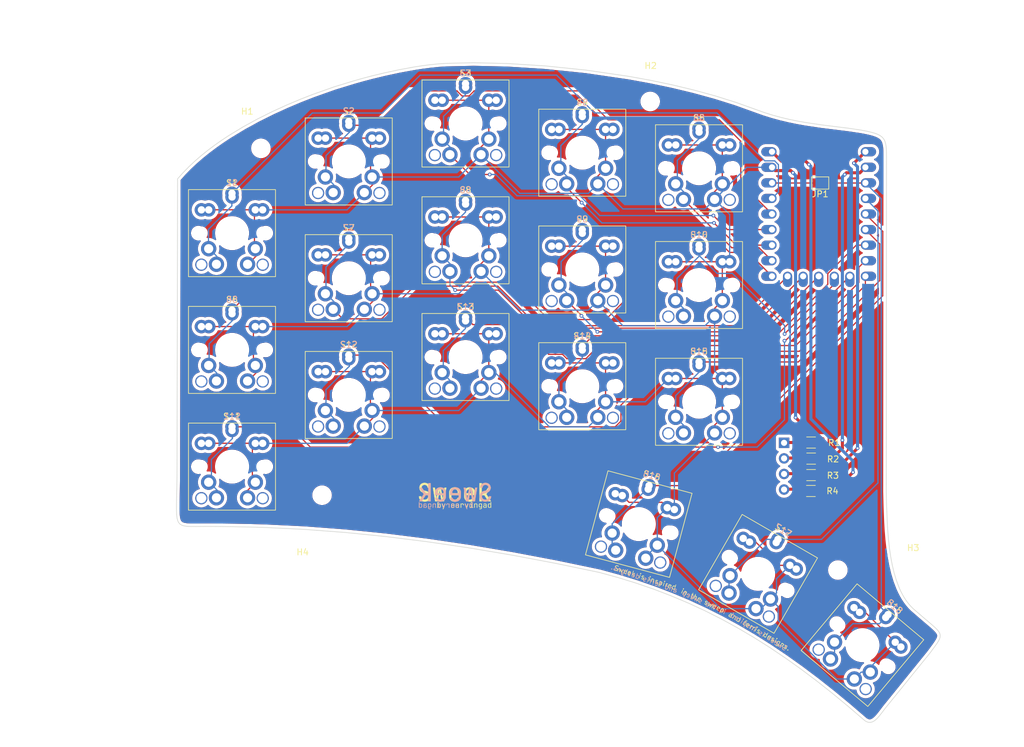
<source format=kicad_pcb>
(kicad_pcb (version 20241229) (generator "pcbnew") (generator_version "9.0")
  (layers (0 "F.Cu" signal) (2 "B.Cu" signal) (13 "F.Paste" user) (15 "B.Paste" user) (5 "F.SilkS" user "F.Silkscreen") (7 "B.SilkS" user "B.Silkscreen") (1 "F.Mask" user) (3 "B.Mask" user) (25 "Edge.Cuts" user))
  (net 0 "")
  (net 1 "S1")
  (net 2 "S2")
  (net 3 "S3")
  (net 4 "S4")
  (net 5 "S5")
  (net 6 "Net-(J1-Pin_3)")
  (net 7 "Net-(J1-Pin_2)")
  (net 8 "S6")
  (net 9 "S7")
  (net 10 "S8")
  (net 11 "S9")
  (net 12 "S10")
  (net 13 "S11")
  (net 14 "S12")
  (net 15 "S13")
  (net 16 "S14")
  (net 17 "S15")
  (net 18 "S16")
  (net 19 "GND")
  (net 20 "S17")
  (net 21 "S18")
  (net 22 "Net-(JP1-B)")
  (net 23 "VCC_5")
  (net 24 "RX")
  (net 25 "TX")
  (net 26 "Net-(J1-Pin_1)")
  (net 27 "Net-(J1-Pin_4)")
  (footprint "Redragon:RD_MX_Choc_V1V2_1.00u" (layer "F.Cu") (at 25.45 62.385)
    (property "Reference" "S6")
    (property "Value" "Keyswitch")
  )
  (footprint "Redragon:RD_MX_Choc_V1V2_1.00u" (layer "F.Cu") (at 82.6 68.3125)
    (property "Reference" "S14")
    (property "Value" "Keyswitch")
  )
  (footprint "Redragon:RD_MX_Choc_V1V2_1.00u" (layer "F.Cu") (at 91.818097 90.810199 -15)
    (property "Reference" "S16")
    (property "Value" "Keyswitch")
  )
  (footprint "Redragon:RD_MX_Choc_V1V2_1.00u" (layer "F.Cu") (at 101.65 32.7525)
    (property "Reference" "S5")
    (property "Value" "Keyswitch")
  )
  (footprint "MountingHole:MountingHole_2.7mm_M2.5" (layer "F.Cu") (at 124.305 98.305)
    (property "Reference" "H3")
    (property "Value" "MountingHole")
  )
  (footprint "MountingHole:MountingHole_2.7mm_M2.5" (layer "F.Cu") (at 30.165 29.495)
    (property "Reference" "H1")
    (property "Value" "MountingHole")
  )
  (footprint "Resistor_SMD:R_1206_3216Metric_Pad1.30x1.75mm_HandSolder" (layer "F.Cu") (at 119.904998 85.405 180)
    (property "Reference" "R4")
    (property "Value" "Resistor")
  )
  (footprint "Resistor_SMD:R_1206_3216Metric_Pad1.30x1.75mm_HandSolder" (layer "F.Cu") (at 119.944998 80.125001 180)
    (property "Reference" "R2")
    (property "Value" "Resistor")
  )
  (footprint "Redragon:RD_MX_Choc_V1V2_1.00u" (layer "F.Cu") (at 101.65 51.8025)
    (property "Reference" "S10")
    (property "Value" "Keyswitch")
  )
  (footprint "Redragon:USB_C_board" (layer "F.Cu") (at 113.328281 75.351151)
    (property "Reference" "J1" (hide yes))
    (property "Value" "Conn_01x04_Socket")
  )
  (footprint "Redragon:RD_MX_Choc_V1V2_1.00u" (layer "F.Cu") (at 63.55 44.5)
    (property "Reference" "S8")
    (property "Value" "Keyswitch")
  )
  (footprint "Redragon:RD_MX_Choc_V1V2_1.00u" (layer "F.Cu") (at 44.5 69.735)
    (property "Reference" "S12")
    (property "Value" "Keyswitch")
  )
  (footprint "Resistor_SMD:R_1206_3216Metric_Pad1.30x1.75mm_HandSolder" (layer "F.Cu") (at 119.934996 82.814999 180)
    (property "Reference" "R3")
    (property "Value" "Resistor")
  )
  (footprint "Redragon:RD_MX_Choc_V1V2_1.00u" (layer "F.Cu") (at 82.6 30.2125)
    (property "Reference" "S4")
    (property "Value" "Keyswitch")
  )
  (footprint "Redragon:RD_MX_Choc_V1V2_1.00u" (layer "F.Cu") (at 101.65 70.8525)
    (property "Reference" "S15")
    (property "Value" "Keyswitch")
  )
  (footprint "Redragon:RD_MX_Choc_V1V2_1.00u" (layer "F.Cu") (at 44.5 50.685)
    (property "Reference" "S7")
    (property "Value" "Keyswitch")
  )
  (footprint "ScottoKeebs_MCU:RP2040_Zero" (layer "F.Cu") (at 121.17625 40.21375)
    (property "Reference" "U1" (hide yes))
    (property "Value" "RP2040_Zero" (hide yes))
  )
  (footprint "MountingHole:MountingHole_2.7mm_M2.5" (layer "F.Cu") (at 40.145 86.095)
    (property "Reference" "H4")
    (property "Value" "MountingHole")
  )
  (footprint "Redragon:RD_MX_Choc_V1V2_1.00u" (layer "F.Cu") (at 63.55 63.55)
    (property "Reference" "S13")
    (property "Value" "Keyswitch")
  )
  (footprint "Resistor_SMD:R_1206_3216Metric_Pad1.30x1.75mm_HandSolder" (layer "F.Cu") (at 119.934997 77.505002 180)
    (property "Reference" "R1")
    (property "Value" "Resistor")
  )
  (footprint "Redragon:RD_MX_Choc_V1V2_1.00u" (layer "F.Cu") (at 25.45 43.335)
    (property "Reference" "S1")
    (property "Value" "Keyswitch")
  )
  (footprint "Redragon:RD_MX_Choc_V1V2_1.00u" (layer "F.Cu") (at 111.285296 98.929704 -30)
    (property "Reference" "S17")
    (property "Value" "Keyswitch")
  )
  (footprint "Jumper:SolderJumper-2_P1.3mm_Open_TrianglePad1.0x1.5mm" (layer "F.Cu") (at 121.419999 35.155002 180)
    (property "Reference" "JP1")
    (property "Value" "SolderJumper_2_Open")
  )
  (footprint "Redragon:RD_MX_Choc_V1V2_1.00u" (layer "F.Cu") (at 44.5 31.635)
    (property "Reference" "S2")
    (property "Value" "Keyswitch")
  )
  (footprint "Redragon:RD_MX_Choc_V1V2_1.00u" (layer "F.Cu") (at 63.55 25.45)
    (property "Reference" "S3")
    (property "Value" "Keyswitch")
  )
  (footprint "Redragon:RD_MX_Choc_V1V2_1.00u" (layer "F.Cu") (at 25.45 81.435)
    (property "Reference" "S11")
    (property "Value" "Keyswitch")
  )
  (footprint "Redragon:RD_MX_Choc_V1V2_1.00u" (layer "F.Cu") (at 128.313887 110.559639 -40)
    (property "Reference" "S18")
    (property "Value" "Keyswitch")
  )
  (footprint "MountingHole:MountingHole_2.7mm_M2.5" (layer "F.Cu") (at 93.685 21.845)
    (property "Reference" "H2")
    (property "Value" "MountingHole")
  )
  (footprint "Redragon:RD_MX_Choc_V1V2_1.00u" (layer "F.Cu") (at 82.6 49.2625)
    (property "Reference" "S9")
    (property "Value" "Keyswitch")
  )
  (gr_poly (pts (xy 64.503467 87.171008) (xy 64.508414 87.171272) (xy 64.513224 87.171711) (xy 64.517897 87.172326) (xy 64.522434 87.173116) (xy 64.526835 87.174082) (xy 64.531098 87.175223) (xy 64.535225 87.176541) (xy 64.539216 87.178033) (xy 64.54307 87.179702) (xy 64.546787 87.181546) (xy 64.550367 87.183565) (xy 64.553812 87.185761) (xy 64.557119 87.188132) (xy 64.56029 87.190678) (xy 64.563324 87.1934) (xy 64.566197 87.196117) (xy 64.568885 87.198961) (xy 64.571388 87.201932) (xy 64.573705 87.20503) (xy 64.575837 87.208255) (xy 64.577784 87.211606) (xy 64.579545 87.215084) (xy 64.58112 87.218689) (xy 64.582511 87.222421) (xy 64.583716 87.22628) (xy 64.584735 87.230266) (xy 64.585569 87.234378) (xy 64.586218 87.238617) (xy 64.586682 87.242984) (xy 64.58696 87.247477) (xy 64.587053 87.252096) (xy 64.58696 87.256565) (xy 64.586682 87.260916) (xy 64.586218 87.265151) (xy 64.585569 87.269268) (xy 64.584735 87.273268) (xy 64.583716 87.277151) (xy 64.582511 87.280917) (xy 64.58112 87.284566) (xy 64.579545 87.288098) (xy 64.577784 87.291513) (xy 64.575837 87.294811) (xy 64.573705 87.297992) (xy 64.571388 87.301055) (xy 64.568885 87.304002) (xy 64.566197 87.306831) (xy 64.563324 87.309543) (xy 64.56029 87.312114) (xy 64.557119 87.314519) (xy 64.553812 87.316759) (xy 64.550367 87.318832) (xy 64.546787 87.320739) (xy 64.54307 87.322481) (xy 64.539216 87.324057) (xy 64.535225 87.325466) (xy 64.531098 87.32671) (xy 64.526835 87.327789) (xy 64.522434 87.328701) (xy 64.517897 87.329447) (xy 64.513224 87.330028) (xy 64.508414 87.330442) (xy 64.503467 87.330691) (xy 64.498384 87.330774) (xy 64.493301 87.330691) (xy 64.488354 87.330442) (xy 64.483544 87.330028) (xy 64.478871 87.329447) (xy 64.474334 87.328701) (xy 64.469933 87.327789) (xy 64.46567 87.32671) (xy 64.461543 87.325466) (xy 64.457552 87.324057) (xy 64.453698 87.322481) (xy 64.449981 87.320739) (xy 64.4464 87.318832) (xy 64.442956 87.316759) (xy 64.439648 87.314519) (xy 64.436478 87.312114) (xy 64.433443 87.309543) (xy 64.43057 87.306831) (xy 64.427882 87.304002) (xy 64.425379 87.301055) (xy 64.423062 87.297992) (xy 64.42093 87.294811) (xy 64.418984 87.291513) (xy 64.417223 87.288098) (xy 64.415647 87.284566) (xy 64.414257 87.280917) (xy 64.413052 87.277151) (xy 64.412032 87.273268) (xy 64.411198 87.269268) (xy 64.410549 87.265151) (xy 64.410086 87.260916) (xy 64.409808 87.256565) (xy 64.409715 87.252096) (xy 64.409808 87.247477) (xy 64.410086 87.242984) (xy 64.410549 87.238617) (xy 64.411198 87.234378) (xy 64.412032 87.230266) (xy 64.413052 87.22628) (xy 64.414257 87.222421) (xy 64.415647 87.218689) (xy 64.417223 87.215084) (xy 64.418984 87.211606) (xy 64.42093 87.208255) (xy 64.423062 87.20503) (xy 64.425379 87.201932) (xy 64.427882 87.198961) (xy 64.43057 87.196117) (xy 64.433443 87.1934) (xy 64.436478 87.190678) (xy 64.439648 87.188132) (xy 64.442956 87.185761) (xy 64.4464 87.183565) (xy 64.449981 87.181546) (xy 64.453698 87.179702) (xy 64.457552 87.178033) (xy 64.461543 87.176541) (xy 64.46567 87.175223) (xy 64.469933 87.174082) (xy 64.474334 87.173116) (xy 64.478871 87.172326) (xy 64.483544 87.171711) (xy 64.488354 87.171272) (xy 64.493301 87.171008) (xy 64.498384 87.170921)) (stroke (width 0.011062)) (fill yes) (layer "F.SilkS"))
  (gr_poly (pts (xy 61.802962 84.817654) (xy 61.835221 84.818894) (xy 61.866941 84.820961) (xy 61.898119 84.823855) (xy 61.928757 84.827575) (xy 61.958854 84.832122) (xy 61.988411 84.837496) (xy 62.017427 84.843697) (xy 62.045903 84.850724) (xy 62.073838 84.858579) (xy 62.101232 84.86726) (xy 62.128086 84.876767) (xy 62.154399 84.887102) (xy 62.180172 84.898263) (xy 62.205404 84.910251) (xy 62.230096 84.923066) (xy 62.254676 84.936628) (xy 62.278557 84.950858) (xy 62.301738 84.965756) (xy 62.324219 84.981321) (xy 62.346001 84.997554) (xy 62.367084 85.014455) (xy 62.387467 85.032024) (xy 62.40715 85.05026) (xy 62.426134 85.069164) (xy 62.444418 85.088736) (xy 62.462002 85.108976) (xy 62.478887 85.129884) (xy 62.495073 85.151459) (xy 62.510559 85.173702) (xy 62.525345 85.196613) (xy 62.539432 85.220191) (xy 62.55274 85.244374) (xy 62.565189 85.269098) (xy 62.576779 85.294361) (xy 62.587511 85.320166) (xy 62.597385 85.346511) (xy 62.6064 85.373397) (xy 62.614556 85.400823) (xy 62.621854 85.42879) (xy 62.628293 85.457297) (xy 62.633874 85.486345) (xy 62.638596 85.515934) (xy 62.642459 85.546063) (xy 62.645464 85.576733) (xy 62.647611 85.607943) (xy 62.648899 85.639694) (xy 62.649328 85.671985) (xy 62.649328 86.070866) (xy 61.249175 86.070866) (xy 61.249175 86.282517) (xy 61.249732 86.313155) (xy 61.251401 86.342998) (xy 61.254184 86.372046) (xy 61.258079 86.400299) (xy 61.263087 86.427757) (xy 61.269208 86.45442) (xy 61.276443 86.480288) (xy 61.28479 86.505361) (xy 61.29425 86.529639) (xy 61.304823 86.553122) (xy 61.316509 86.57581) (xy 61.329308 86.597704) (xy 61.343219 86.618802) (xy 61.358244 86.639105) (xy 61.374382 86.658614) (xy 61.391633 86.677327) (xy 61.409806 86.694578) (xy 61.42871 86.710716) (xy 61.448345 86.72574) (xy 61.468712 86.739652) (xy 61.48981 86.752451) (xy 61.51164 86.764137) (xy 61.534201 86.77471) (xy 61.557494 86.78417) (xy 61.581517 86.792517) (xy 61.606273 86.799752) (xy 61.631759 86.805873) (xy 61.657977 86.810881) (xy 61.684926 86.814776) (xy 61.712607 86.817559) (xy 61.741019 86.819228) (xy 61.770162 86.819785) (xy 61.795315 86.819483) (xy 61.819895 86.818576) (xy 61.843903 86.817066) (xy 61.867339 86.814951) (xy 61.890202 86.812233) (xy 61.912492 86.80891) (xy 61.934211 86.804982) (xy 61.955357 86.800451) (xy 61.975931 86.795316) (xy 61.995932 86.789576) (xy 62.015361 86.783232) (xy 62.034217 86.776284) (xy 62.052502 86.768732) (xy 62.070213 86.760576) (xy 62.087353 86.751815) (xy 62.10392 86.742451) (xy 62.120296 86.732069) (xy 62.135845 86.721273) (xy 62.150568 86.710064) (xy 62.164464 86.698442) (xy 62.177533 86.686406) (xy 62.189776 86.673957) (xy 62.201191 86.661094) (xy 62.21178 86.647818) (xy 62.221542 86.634129) (xy 62.230478 86.620026) (xy 62.238586 86.60551) (xy 62.245868 86.590581) (xy 62.252323 86.575238) (xy 62.257951 86.559482) (xy 62.262753 86.543312) (xy 62.266728 86.526729) (xy 62.633047 86.526729) (xy 62.627689 86.56139) (xy 62.620773 86.59516) (xy 62.612298 86.628039) (xy 62.602266 86.660029) (xy 62.590675 86.691128) (xy 62.577527 86.721336) (xy 62.56282 86.750655) (xy 62.546555 86.779082) (xy 62.528732 86.80662) (xy 62.509351 86.833267) (xy 62.488411 86.859024) (xy 62.465914 86.88389) (xy 62.441858 86.907866) (xy 62.416245 86.930952) (xy 62.389073 86.953147) (xy 62.360343 86.974452) (xy 62.330373 86.994168) (xy 62.299481 87.012611) (xy 62.267666 87.029782) (xy 62.23493 87.045681) (xy 62.201271 87.060309) (xy 62.16669 87.073664) (xy 62.131187 87.085748) (xy 62.094762 87.096559) (xy 62.057414 87.106099) (xy 62.019145 87.114366) (xy 61.979953 87.121362) (xy 61.939839 87.127086) (xy 61.898803 87.131538) (xy 61.856845 87.134717) (xy 61.813965 87.136625) (xy 61.770162 87.137261) (xy 61.770161 87.137261) (xy 61.721398 87.136339) (xy 61.673812 87.133573) (xy 61.627402 87.128962) (xy 61.582169 87.122507) (xy 61.538112 87.114207) (xy 61.495232 87.104064) (xy 61.453528 87.092076) (xy 61.413001 87.078243) (xy 61.37365 87.062567) (xy 61.335476 87.045046) (xy 61.298478 87.02568) (xy 61.262657 87.004471) (xy 61.228013 86.981417) (xy 61.194545 86.956518) (xy 61.162253 86.929776) (xy 61.131139 86.901189) (xy 61.102059 86.870471) (xy 61.074855 86.838355) (xy 61.049528 86.804839) (xy 61.026076 86.769925) (xy 61.004501 86.733611) (xy 60.984802 86.695898) (xy 60.966979 86.656786) (xy 60.951032 86.616274) (xy 60.936961 86.574364) (xy 60.924766 86.531054) (xy 60.914448 86.486345) (xy 60.906005 86.440238) (xy 60.899439 86.392731) (xy 60.894748 86.343824) (xy 60.891934 86.293519) (xy 60.890996 86.241815) (xy 60.890996 85.712687) (xy 60.891735 85.671985) (xy 61.249175 85.671985) (xy 61.249175 85.785951) (xy 62.291149 85.785951) (xy 62.291149 85.671985) (xy 62.290609 85.639392) (xy 62.288987 85.607752) (xy 62.286284 85.577066) (xy 62.2825 85.547335) (xy 62.277635 85.518557) (xy 62.271689 85.490733) (xy 62.264661 85.463864) (xy 62.256552 85.437948) (xy 62.247363 85.412986) (xy 62.237092 85.388978) (xy 62.22574 85.365924) (xy 62.213306 85.343824) (xy 62.199792 85.322678) (xy 62.185196 85.302486) (xy 62.16952 85.283248) (xy 62.152762 85.264964) (xy 62.135527 85.24722) (xy 62.117402 85.230621) (xy 62.098386 85.215167) (xy 62.07848 85.200858) (xy 62.057684 85.187693) (xy 62.035997 85.175674) (xy 62.01342 85.164799) (xy 61.989953 85.155068) (xy 61.965595 85.146483) (xy 61.940347 85.139042) (xy 61.914209 85.132746) (xy 61.88718 85.127594) (xy 61.859261 85.123588) (xy 61.830451 85.120726) (xy 61.800752 85.119009) (xy 61.770161 85.118436) (xy 61.739555 85.119009) (xy 61.709808 85.120726) (xy 61.680919 85.123588) (xy 61.652889 85.127594) (xy 61.625717 85.132746) (xy 61.599403 85.139042) (xy 61.573949 85.146483) (xy 61.549353 85.155068) (xy 61.525615 85.164799) (xy 61.502736 85.175674) (xy 61.480716 85.187693) (xy 61.459554 85.200858) (xy 61.43925 85.215167) (xy 61.419806 85.230621) (xy 61.40122 85.24722) (xy 61.383492 85.264964) (xy 61.367227 85.283248) (xy 61.352012 85.302486) (xy 61.337845 85.322678) (xy 61.324728 85.343824) (xy 61.312661 85.365924) (xy 61.301643 85.388978) (xy 61.291674 85.412986) (xy 61.282754 85.437948) (xy 61.274884 85.463864) (xy 61.268063 85.490733) (xy 61.262292 85.518557) (xy 61.25757 85.547335) (xy 61.253897 85.577066) (xy 61.251274 85.607752) (xy 61.249699 85.639392) (xy 61.249175 85.671985) (xy 60.891735 85.671985) (xy 60.891934 85.660999) (xy 60.894748 85.610741) (xy 60.899439 85.561914) (xy 60.906005 85.514519) (xy 60.914448 85.468554) (xy 60.924766 85.42402) (xy 60.936961 85.380917) (xy 60.951032 85.339245) (xy 60.966979 85.299004) (xy 60.984802 85.260194) (xy 61.004501 85.222815) (xy 61.026076 85.186867) (xy 61.049528 85.152349) (xy 61.074855 85.119263) (xy 61.102059 85.087608) (xy 61.131139 85.057383) (xy 61.162253 85.028303) (xy 61.194545 85.0011) (xy 61.228013 84.975772) (xy 61.262657 84.952321) (xy 61.298478 84.930745) (xy 61.335476 84.911046) (xy 61.37365 84.893223) (xy 61.413001 84.877276) (xy 61.453528 84.863205) (xy 61.495232 84.851011) (xy 61.538112 84.840692) (xy 61.582169 84.832249) (xy 61.627402 84.825683) (xy 61.673812 84.820993) (xy 61.721398 84.818179) (xy 61.770161 84.817241)) (stroke (width 0.036054)) (fill yes) (layer "F.SilkS"))
  (gr_poly (pts (xy 65.277973 87.442171) (xy 65.290432 87.442917) (xy 65.30256 87.444161) (xy 65.314355 87.445903) (xy 65.325819 87.448142) (xy 65.336952 87.450878) (xy 65.347752 87.454113) (xy 65.358221 87.457845) (xy 65.368359 87.462074) (xy 65.378164 87.466801) (xy 65.387638 87.472026) (xy 65.39678 87.477748) (xy 65.40559 87.483968) (xy 65.414068 87.490686) (xy 65.422215 87.497901) (xy 65.43003 87.505614) (xy 65.43744 87.513755) (xy 65.444372 87.522258) (xy 65.450826 87.531122) (xy 65.456802 87.540347) (xy 65.4623 87.549933) (xy 65.46732 87.55988) (xy 65.471861 87.570188) (xy 65.475925 87.580857) (xy 65.479511 87.591887) (xy 65.482618 87.603277) (xy 65.485248 87.615029) (xy 65.487399 87.627142) (xy 65.489072 87.639616) (xy 65.490267 87.652451) (xy 65.490984 87.665647) (xy 65.491224 87.679204) (xy 65.491224 88.141279) (xy 65.378826 88.141279) (xy 65.378826 87.699186) (xy 65.37867 87.689497) (xy 65.378202 87.680102) (xy 65.377421 87.670999) (xy 65.376329 87.662188) (xy 65.374924 87.653671) (xy 65.373207 87.645446) (xy 65.371177 87.637514) (xy 65.368836 87.629874) (xy 65.366182 87.622527) (xy 65.363216 87.615473) (xy 65.359937 87.608712) (xy 65.356347 87.602243) (xy 65.352444 87.596067) (xy 65.348229 87.590184) (xy 65.343702 87.584594) (xy 65.338863 87.579296) (xy 65.333911 87.574154) (xy 65.328736 87.569344) (xy 65.323335 87.564866) (xy 65.317711 87.560719) (xy 65.311862 87.556904) (xy 65.305788 87.553421) (xy 65.29949 87.55027) (xy 65.292968 87.54745) (xy 65.286221 87.544962) (xy 65.27925 87.542806) (xy 65.272055 87.540981) (xy 65.264635 87.539488) (xy 65.25699 87.538327) (xy 65.249122 87.537498) (xy 65.241029 87.537) (xy 65.232711 87.536834) (xy 65.224081 87.537005) (xy 65.215676 87.537517) (xy 65.207494 87.538371) (xy 65.199538 87.539566) (xy 65.191806 87.541103) (xy 65.184298 87.542981) (xy 65.177014 87.545201) (xy 65.169955 87.547762) (xy 65.163121 87.550665) (xy 65.156511 87.553909) (xy 65.150125 87.557494) (xy 65.143964 87.561422) (xy 65.138027 87.56569) (xy 65.132314 87.5703) (xy 65.126826 87.575252) (xy 65.121562 87.580545) (xy 65.116723 87.58615) (xy 65.112196 87.592038) (xy 65.107981 87.598209) (xy 65.104078 87.604663) (xy 65.100488 87.6114) (xy 65.09721 87.61842) (xy 65.094244 87.625723) (xy 65.09159 87.633309) (xy 65.089249 87.641177) (xy 65.087219 87.649329) (xy 65.085502 87.657764) (xy 65.084097 87.666481) (xy 65.083004 87.675482) (xy 65.082224 87.684765) (xy 65.081756 87.694332) (xy 65.081599 87.704181) (xy 65.081599 88.141279) (xy 64.969202 88.141279) (xy 64.969202 87.45441) (xy 65.081599 87.45441) (xy 65.081599 87.58554) (xy 65.082849 87.58554) (xy 65.084093 87.577076) (xy 65.085639 87.568856) (xy 65.087488 87.56088) (xy 65.089639 87.553148) (xy 65.092093 87.54566) (xy 65.094849 87.538415) (xy 65.097908 87.531415) (xy 65.101269 87.524659) (xy 65.104933 87.518146) (xy 65.108899 87.511877) (xy 65.113167 87.505853) (xy 65.117738 87.500072) (xy 65.122612 87.494535) (xy 65.127788 87.489242) (xy 65.133266 87.484193) (xy 65.139047 87.479387) (xy 65.145101 87.474851) (xy 65.151399 87.470606) (xy 65.157941 87.466655) (xy 65.164726 87.462996) (xy 65.171756 87.45963) (xy 65.17903 87.456557) (xy 65.186547 87.453776) (xy 65.194309 87.451288) (xy 65.202314 87.449093) (xy 65.210563 87.44719) (xy 65.219057 87.445581) (xy 65.227794 87.444264) (xy 65.236775 87.443239) (xy 65.246 87.442507) (xy 65.255469 87.442068) (xy 65.265182 87.441922)) (stroke (width 0.011062)) (fill yes) (layer "F.SilkS"))
  (gr_poly (pts (xy 66.194485 85.781881) (xy 66.621857 85.781881) (xy 67.24867 84.857943) (xy 67.667902 84.857943) (xy 66.947474 85.924338) (xy 67.708604 87.096559) (xy 67.281231 87.096559) (xy 66.629997 86.099357) (xy 66.194485 86.099357) (xy 66.194485 87.096559) (xy 65.828166 87.096559) (xy 65.828166 84.125305) (xy 66.194485 84.125305)) (stroke (width 0.036054)) (fill yes) (layer "F.SilkS"))
  (gr_poly (pts (xy 63.694123 87.916486) (xy 63.700757 87.936936) (xy 63.706923 87.957074) (xy 63.712621 87.976899) (xy 63.717851 87.996412) (xy 63.722534 88.014131) (xy 63.726593 88.02982) (xy 63.730027 88.043479) (xy 63.732837 88.055109) (xy 63.736115 88.043479) (xy 63.739705 88.02982) (xy 63.743608 88.014131) (xy 63.747823 87.996412) (xy 63.752428 87.976899) (xy 63.757502 87.957074) (xy 63.763044 87.936936) (xy 63.769054 87.916486) (xy 63.918916 87.45441) (xy 64.037557 87.45441) (xy 63.804021 88.141279) (xy 63.656656 88.141279) (xy 63.423122 87.45441) (xy 63.54426 87.45441)) (stroke (width 0.011062)) (fill yes) (layer "F.SilkS"))
  (gr_poly (pts (xy 61.492466 87.442049) (xy 61.502365 87.442429) (xy 61.512097 87.443063) (xy 61.521663 87.443951) (xy 61.531064 87.445093) (xy 61.540298 87.446488) (xy 61.549367 87.448137) (xy 61.55827 87.450039) (xy 61.567007 87.452196) (xy 61.575578 87.454606) (xy 61.583984 87.457269) (xy 61.592223 87.460186) (xy 61.600297 87.463357) (xy 61.608205 87.466782) (xy 61.615947 87.47046) (xy 61.623523 87.474392) (xy 61.631065 87.478553) (xy 61.638392 87.482919) (xy 61.645505 87.48749) (xy 61.652403 87.492266) (xy 61.659086 87.497247) (xy 61.665555 87.502433) (xy 61.671809 87.507823) (xy 61.677848 87.513419) (xy 61.683673 87.519219) (xy 61.689283 87.525224) (xy 61.694679 87.531434) (xy 61.699859 87.537849) (xy 61.704826 87.544469) (xy 61.709577 87.551294) (xy 61.714114 87.558324) (xy 61.718436 87.565558) (xy 61.722519 87.572978) (xy 61.726339 87.580564) (xy 61.729895 87.588316) (xy 61.733188 87.596233) (xy 61.736217 87.604317) (xy 61.738983 87.612566) (xy 61.741486 87.620981) (xy 61.743725 87.629562) (xy 61.745701 87.638309) (xy 61.747413 87.647222) (xy 61.748862 87.6563) (xy 61.750047 87.665545) (xy 61.750969 87.674955) (xy 61.751628 87.684531) (xy 61.752023 87.694273) (xy 61.752155 87.704181) (xy 61.752155 87.826568) (xy 61.32255 87.826568) (xy 61.32255 87.891509) (xy 61.32272 87.900909) (xy 61.323233 87.910066) (xy 61.324086 87.918979) (xy 61.325281 87.927648) (xy 61.326818 87.936073) (xy 61.328696 87.944254) (xy 61.330916 87.952191) (xy 61.333477 87.959884) (xy 61.33638 87.967333) (xy 61.339624 87.974538) (xy 61.343209 87.9815) (xy 61.347136 87.988217) (xy 61.351405 87.994691) (xy 61.356015 88.00092) (xy 61.360966 88.006906) (xy 61.366259 88.012648) (xy 61.371835 88.017941) (xy 61.377636 88.022892) (xy 61.38366 88.027502) (xy 61.389909 88.031771) (xy 61.396383 88.035698) (xy 61.403081 88.039284) (xy 61.410003 88.042528) (xy 61.41715 88.04543) (xy 61.424521 88.047991) (xy 61.432117 88.050211) (xy 61.439937 88.052089) (xy 61.447981 88.053626) (xy 61.45625 88.054821) (xy 61.464743 88.055675) (xy 61.47346 88.056187) (xy 61.482403 88.056358) (xy 61.49012 88.056265) (xy 61.497662 88.055987) (xy 61.505028 88.055523) (xy 61.512219 88.054875) (xy 61.519234 88.05404) (xy 61.526073 88.053021) (xy 61.532737 88.051816) (xy 61.539225 88.050426) (xy 61.545537 88.04885) (xy 61.551674 88.047089) (xy 61.557636 88.045142) (xy 61.563421 88.04301) (xy 61.569031 88.040693) (xy 61.574466 88.038191) (xy 61.579725 88.035503) (xy 61.584808 88.032629) (xy 61.589833 88.029444) (xy 61.594604 88.026131) (xy 61.599121 88.022692) (xy 61.603385 88.019126) (xy 61.607395 88.015433) (xy 61.611151 88.011613) (xy 61.614654 88.007667) (xy 61.617903 88.003593) (xy 61.620898 87.999393) (xy 61.62364 87.995066) (xy 61.626128 87.990612) (xy 61.628362 87.986031) (xy 61.630343 87.981324) (xy 61.63207 87.976489) (xy 61.633543 87.971528) (xy 61.634762 87.96644) (xy 61.74716 87.96644) (xy 61.745516 87.977075) (xy 61.743394 87.987436) (xy 61.740793 87.997525) (xy 61.737715 88.00734) (xy 61.734159 88.016882) (xy 61.730125 88.026151) (xy 61.725612 88.035146) (xy 61.720622 88.043869) (xy 61.715153 88.052318) (xy 61.709206 88.060494) (xy 61.702781 88.068397) (xy 61.695879 88.076027) (xy 61.688498 88.083383) (xy 61.680639 88.090467) (xy 61.672301 88.097277) (xy 61.663486 88.103814) (xy 61.654291 88.109863) (xy 61.644812 88.115522) (xy 61.635051 88.12079) (xy 61.625006 88.125669) (xy 61.614679 88.130157) (xy 61.604069 88.134255) (xy 61.593175 88.137962) (xy 61.581999 88.14128) (xy 61.57054 88.144207) (xy 61.558798 88.146743) (xy 61.546772 88.14889) (xy 61.534464 88.150646) (xy 61.521873 88.152012) (xy 61.508999 88.152988) (xy 61.495842 88.153573) (xy 61.482403 88.153768) (xy 61.467441 88.153485) (xy 61.45284 88.152636) (xy 61.4386 88.151222) (xy 61.424721 88.149241) (xy 61.411204 88.146695) (xy 61.398047 88.143582) (xy 61.385251 88.139904) (xy 61.372816 88.13566) (xy 61.360742 88.13085) (xy 61.349029 88.125474) (xy 61.337677 88.119532) (xy 61.326687 88.113024) (xy 61.316057 88.105951) (xy 61.305788 88.098311) (xy 61.29588 88.090106) (xy 61.286333 88.081335) (xy 61.27741 88.07191) (xy 61.269064 88.062056) (xy 61.261292 88.051772) (xy 61.254097 88.041059) (xy 61.247477 88.029917) (xy 61.241433 88.018346) (xy 61.235964 88.006345) (xy 61.231071 87.993915) (xy 61.226754 87.981056) (xy 61.223012 87.967767) (xy 61.219846 87.954049) (xy 61.217256 87.939902) (xy 61.215241 87.925325) (xy 61.213802 87.91032) (xy 61.212938 87.894885) (xy 61.212651 87.87902) (xy 61.212651 87.716669) (xy 61.212877 87.704181) (xy 61.32255 87.704181) (xy 61.32255 87.739149) (xy 61.642256 87.739149) (xy 61.642256 87.704181) (xy 61.64209 87.69418) (xy 61.641592 87.684473) (xy 61.640763 87.675057) (xy 61.639602 87.665935) (xy 61.638109 87.657105) (xy 61.636284 87.648568) (xy 61.634128 87.640324) (xy 61.63164 87.632372) (xy 61.628821 87.624713) (xy 61.625669 87.617347) (xy 61.622186 87.610273) (xy 61.618371 87.603492) (xy 61.614225 87.597004) (xy 61.609746 87.590809) (xy 61.604936 87.584906) (xy 61.599795 87.579296) (xy 61.594506 87.573852) (xy 61.588945 87.568759) (xy 61.583111 87.564017) (xy 61.577003 87.559626) (xy 61.570622 87.555587) (xy 61.563968 87.551899) (xy 61.557041 87.548562) (xy 61.54984 87.545577) (xy 61.542367 87.542942) (xy 61.53462 87.540659) (xy 61.5266 87.538727) (xy 61.518307 87.537147) (xy 61.50974 87.535917) (xy 61.500901 87.535039) (xy 61.491788 87.534512) (xy 61.482403 87.534337) (xy 61.473012 87.534512) (xy 61.463884 87.535039) (xy 61.45502 87.535917) (xy 61.44642 87.537147) (xy 61.438083 87.538727) (xy 61.430009 87.540659) (xy 61.422199 87.542942) (xy 61.414652 87.545577) (xy 61.407369 87.548562) (xy 61.400349 87.551899) (xy 61.393593 87.555587) (xy 61.3871 87.559626) (xy 61.38087 87.564017) (xy 61.374904 87.568759) (xy 61.369201 87.573852) (xy 61.363762 87.579296) (xy 61.358771 87.584906) (xy 61.354103 87.590809) (xy 61.349756 87.597004) (xy 61.345731 87.603492) (xy 61.342029 87.610273) (xy 61.338648 87.617347) (xy 61.335589 87.624713) (xy 61.332853 87.632372) (xy 61.330438 87.640324) (xy 61.328345 87.648568) (xy 61.326574 87.657105) (xy 61.325125 87.665935) (xy 61.323998 87.675057) (xy 61.323193 87.684473) (xy 61.322711 87.69418) (xy 61.32255 87.704181) (xy 61.212877 87.704181) (xy 61.212938 87.70081) (xy 61.213802 87.685389) (xy 61.215241 87.670408) (xy 61.217256 87.655866) (xy 61.219846 87.641763) (xy 61.223012 87.628098) (xy 61.226754 87.614873) (xy 61.231071 87.602087) (xy 61.235964 87.58974) (xy 61.241433 87.577832) (xy 61.247477 87.566363) (xy 61.254097 87.555333) (xy 61.261292 87.544742) (xy 61.269064 87.534591) (xy 61.27741 87.524878) (xy 61.286333 87.515604) (xy 61.29588 87.506682) (xy 61.305788 87.498335) (xy 61.316056 87.490564) (xy 61.326686 87.483368) (xy 61.337677 87.476748) (xy 61.349029 87.470704) (xy 61.360742 87.465235) (xy 61.372816 87.460342) (xy 61.385251 87.456025) (xy 61.398046 87.452283) (xy 61.411203 87.449117) (xy 61.424721 87.446527) (xy 61.4386 87.444512) (xy 61.45284 87.443073) (xy 61.467441 87.44221) (xy 61.482403 87.441922)) (stroke (width 0.011062)) (fill yes) (layer "F.SilkS"))
  (gr_poly (pts (xy 58.778554 86.437185) (xy 58.78466 86.483229) (xy 58.790765 86.531817) (xy 58.79687 86.582949) (xy 58.802975 86.636625) (xy 58.808572 86.687249) (xy 58.813151 86.733293) (xy 58.816712 86.774758) (xy 58.819256 86.811645) (xy 58.823326 86.774758) (xy 58.827396 86.733293) (xy 58.831467 86.687249) (xy 58.835537 86.636625) (xy 58.841896 86.582949) (xy 58.848765 86.531818) (xy 58.856142 86.483229) (xy 58.864028 86.437186) (xy 59.144873 84.857943) (xy 59.511192 84.857943) (xy 59.792037 86.437185) (xy 59.799924 86.483229) (xy 59.807301 86.531817) (xy 59.814169 86.582949) (xy 59.820528 86.636625) (xy 59.827905 86.687249) (xy 59.833756 86.733293) (xy 59.836109 86.754598) (xy 59.83808 86.774758) (xy 59.83967 86.793774) (xy 59.840877 86.811645) (xy 59.86123 86.636625) (xy 59.867336 86.582949) (xy 59.873441 86.531818) (xy 59.879546 86.483229) (xy 59.88565 86.437186) (xy 60.121724 84.857943) (xy 60.42292 84.857943) (xy 60.04032 87.096559) (xy 59.637369 87.096559) (xy 59.380945 85.549879) (xy 59.364666 85.43286) (xy 59.348384 85.309736) (xy 59.337191 85.194753) (xy 59.332358 85.148708) (xy 59.328035 85.110296) (xy 59.326826 85.128548) (xy 59.325236 85.148708) (xy 59.320911 85.194753) (xy 59.31506 85.248429) (xy 59.307682 85.309736) (xy 59.299288 85.372061) (xy 59.290384 85.43286) (xy 59.280972 85.492133) (xy 59.27105 85.549879) (xy 59.002416 87.096559) (xy 58.599465 87.096559) (xy 58.233146 84.857943) (xy 58.550623 84.857943)) (stroke (width 0.036054)) (fill yes) (layer "F.SilkS"))
  (gr_poly (pts (xy 63.057948 87.442176) (xy 63.070788 87.442937) (xy 63.083237 87.444205) (xy 63.095296 87.445981) (xy 63.106965 87.448264) (xy 63.118244 87.451054) (xy 63.129132 87.454352) (xy 63.139631 87.458157) (xy 63.149739 87.462469) (xy 63.159456 87.467289) (xy 63.168784 87.472616) (xy 63.177721 87.478451) (xy 63.186268 87.484793) (xy 63.194424 87.491642) (xy 63.202191 87.498998) (xy 63.209567 87.506862) (xy 63.216675 87.515038) (xy 63.223324 87.523644) (xy 63.229514 87.532678) (xy 63.235246 87.542142) (xy 63.240519 87.552036) (xy 63.245334 87.562358) (xy 63.24969 87.57311) (xy 63.253588 87.584291) (xy 63.257027 87.595901) (xy 63.260008 87.607941) (xy 63.26253 87.62041) (xy 63.264594 87.633309) (xy 63.266199 87.646636) (xy 63.267345 87.660393) (xy 63.268033 87.674579) (xy 63.268262 87.689195) (xy 63.268262 87.747891) (xy 63.155866 87.747891) (xy 63.155866 87.689195) (xy 63.155295 87.671047) (xy 63.154582 87.662413) (xy 63.153583 87.654071) (xy 63.152299 87.646022) (xy 63.150729 87.638265) (xy 63.148874 87.630801) (xy 63.146734 87.62363) (xy 63.144308 87.616752) (xy 63.141597 87.610166) (xy 63.1386 87.603873) (xy 63.135318 87.597872) (xy 63.131751 87.592165) (xy 63.127898 87.58675) (xy 63.12376 87.581627) (xy 63.119337 87.576798) (xy 63.114628 87.572261) (xy 63.109634 87.568017) (xy 63.104354 87.564065) (xy 63.098789 87.560407) (xy 63.092939 87.557041) (xy 63.086803 87.553967) (xy 63.080382 87.551187) (xy 63.073676 87.548699) (xy 63.066684 87.546503) (xy 63.059406 87.544601) (xy 63.051844 87.542991) (xy 63.043996 87.541674) (xy 63.035862 87.540649) (xy 63.027443 87.539918) (xy 63.018739 87.539478) (xy 63.00975 87.539332) (xy 63.000676 87.539498) (xy 62.991875 87.539996) (xy 62.983348 87.540825) (xy 62.975094 87.541986) (xy 62.967113 87.543479) (xy 62.959405 87.545303) (xy 62.951971 87.54746) (xy 62.944809 87.549948) (xy 62.937921 87.552767) (xy 62.931306 87.555919) (xy 62.924964 87.559402) (xy 62.918896 87.563217) (xy 62.9131 87.567363) (xy 62.907578 87.571842) (xy 62.902329 87.576652) (xy 62.897353 87.581794) (xy 62.892665 87.587247) (xy 62.888279 87.592994) (xy 62.884196 87.599033) (xy 62.880415 87.605365) (xy 62.876937 87.61199) (xy 62.873761 87.618908) (xy 62.870888 87.626118) (xy 62.868317 87.633621) (xy 62.866048 87.641416) (xy 62.864082 87.649505) (xy 62.862419 87.657886) (xy 62.861058 87.666559) (xy 62.859999 87.675526) (xy 62.859243 87.684785) (xy 62.858789 87.694336) (xy 62.858638 87.704181) (xy 62.858638 88.141279) (xy 62.746242 88.141279) (xy 62.746242 87.45441) (xy 62.858639 87.45441) (xy 62.858639 87.58554) (xy 62.861137 87.58554) (xy 62.862381 87.577374) (xy 62.863927 87.569422) (xy 62.865776 87.561685) (xy 62.867927 87.554163) (xy 62.870381 87.546855) (xy 62.873137 87.539762) (xy 62.876196 87.532883) (xy 62.879557 87.52622) (xy 62.883221 87.51977) (xy 62.887187 87.513536) (xy 62.891455 87.507516) (xy 62.896026 87.501711) (xy 62.9009 87.49612) (xy 62.906076 87.490744) (xy 62.911554 87.485583) (xy 62.917335 87.480636) (xy 62.923394 87.475948) (xy 62.929706 87.471563) (xy 62.936272 87.467479) (xy 62.943092 87.463699) (xy 62.950166 87.46022) (xy 62.957493 87.457045) (xy 62.965074 87.454171) (xy 62.972909 87.4516) (xy 62.980997 87.449332) (xy 62.989339 87.447366) (xy 62.997935 87.445703) (xy 63.006784 87.444342) (xy 63.015887 87.443283) (xy 63.025244 87.442527) (xy 63.034854 87.442073) (xy 63.044718 87.441922)) (stroke (width 0.011062)) (fill yes) (layer "F.SilkS"))
  (gr_poly (pts (xy 66.744219 87.442156) (xy 66.759142 87.442859) (xy 66.773606 87.444029) (xy 66.787612 87.445668) (xy 66.801159 87.447776) (xy 66.814248 87.450352) (xy 66.826878 87.453396) (xy 66.839049 87.456908) (xy 66.850762 87.460889) (xy 66.862016 87.465338) (xy 66.872812 87.470255) (xy 66.883149 87.475641) (xy 66.893028 87.481495) (xy 66.902448 87.487817) (xy 66.911409 87.494608) (xy 66.919912 87.501867) (xy 66.928078 87.509545) (xy 66.935717 87.517594) (xy 66.94283 87.526014) (xy 66.949415 87.534805) (xy 66.955474 87.543967) (xy 66.961006 87.553499) (xy 66.966012 87.563402) (xy 66.97049 87.573676) (xy 66.974441 87.58432) (xy 66.977866 87.595336) (xy 66.980764 87.606722) (xy 66.983135 87.618478) (xy 66.984979 87.630606) (xy 66.986296 87.643104) (xy 66.987086 87.655973) (xy 66.98735 87.669213) (xy 66.98735 88.141279) (xy 66.876201 88.141279) (xy 66.876201 88.016394) (xy 66.873702 88.016394) (xy 66.872283 88.024253) (xy 66.870522 88.031907) (xy 66.86842 88.039357) (xy 66.865976 88.046601) (xy 66.863191 88.05364) (xy 66.860064 88.060475) (xy 66.856595 88.067105) (xy 66.852786 88.073529) (xy 66.848634 88.079749) (xy 66.844141 88.085764) (xy 66.839307 88.091574) (xy 66.834131 88.09718) (xy 66.828613 88.10258) (xy 66.822754 88.107775) (xy 66.816554 88.112766) (xy 66.810012 88.117552) (xy 66.803163 88.121937) (xy 66.79604 88.12604) (xy 66.788645 88.129859) (xy 66.780976 88.133396) (xy 66.773034 88.13665) (xy 66.764819 88.139621) (xy 66.756331 88.142309) (xy 66.747569 88.144714) (xy 66.738534 88.146836) (xy 66.729227 88.148675) (xy 66.719646 88.150231) (xy 66.709792 88.151505) (xy 66.699664 88.152495) (xy 66.689264 88.153202) (xy 66.67859 88.153627) (xy 66.667644 88.153768) (xy 66.654545 88.153539) (xy 66.641789 88.152851) (xy 66.629373 88.151705) (xy 66.617299 88.1501) (xy 66.605567 88.148036) (xy 66.594176 88.145514) (xy 66.583126 88.142533) (xy 66.572418 88.139094) (xy 66.562051 88.135196) (xy 66.552026 88.13084) (xy 66.542343 88.126025) (xy 66.533001 88.120752) (xy 66.524 88.11502) (xy 66.515341 88.108829) (xy 66.507023 88.10218) (xy 66.499047 88.095072) (xy 66.491486 88.087437) (xy 66.484413 88.07952) (xy 66.477827 88.071319) (xy 66.471729 88.062836) (xy 66.466119 88.05407) (xy 66.460997 88.04502) (xy 66.456362 88.035688) (xy 66.452216 88.026073) (xy 66.448557 88.016175) (xy 66.445386 88.005994) (xy 66.442703 87.99553) (xy 66.440507 87.984783) (xy 66.4388 87.973753) (xy 66.43758 87.96244) (xy 66.436849 87.950844) (xy 66.436605 87.938966) (xy 66.436658 87.935219) (xy 66.551501 87.935219) (xy 66.551648 87.942307) (xy 66.552087 87.94921) (xy 66.552819 87.955927) (xy 66.553843 87.962459) (xy 66.55516 87.968806) (xy 66.55677 87.974968) (xy 66.558672 87.980944) (xy 66.560867 87.986734) (xy 66.563355 87.992339) (xy 66.566136 87.997759) (xy 66.569209 88.002994) (xy 66.572575 88.008043) (xy 66.576233 88.012906) (xy 66.580185 88.017585) (xy 66.584429 88.022078) (xy 66.588966 88.026385) (xy 66.593917 88.030317) (xy 66.599093 88.033995) (xy 66.604494 88.03742) (xy 66.610118 88.040591) (xy 66.615967 88.043508) (xy 66.622041 88.046172) (xy 66.628339 88.048582) (xy 66.634861 88.050738) (xy 66.641608 88.05264) (xy 66.648579 88.054289) (xy 66.655775 88.055684) (xy 66.663195 88.056826) (xy 66.670839 88.057714) (xy 66.678708 88.058348) (xy 66.686801 88.058728) (xy 66.695118 88.058855) (xy 66.705289 88.058699) (xy 66.715197 88.058231) (xy 66.724841 88.05745) (xy 66.734222 88.056358) (xy 66.74334 88.054953) (xy 66.752194 88.053235) (xy 66.760785 88.051206) (xy 66.769112 88.048865) (xy 66.777176 88.046211) (xy 66.784977 88.043245) (xy 66.792514 88.039966) (xy 66.799787 88.036376) (xy 66.806797 88.032473) (xy 66.813544 88.028258) (xy 66.820027 88.023731) (xy 66.826247 88.018892) (xy 66.832145 88.013784) (xy 66.837663 88.008452) (xy 66.8428 88.002896) (xy 66.847556 87.997115) (xy 66.851932 87.99111) (xy 66.855928 87.98488) (xy 66.859543 87.978426) (xy 66.862777 87.971748) (xy 66.865631 87.964845) (xy 66.868104 87.957718) (xy 66.870197 87.950366) (xy 66.871909 87.94279) (xy 66.873241 87.93499) (xy 66.874192 87.926965) (xy 66.874763 87.918715) (xy 66.874953 87.910242) (xy 66.874953 87.81408) (xy 66.675138 87.81408) (xy 66.668347 87.814212) (xy 66.661712 87.814607) (xy 66.655234 87.815265) (xy 66.648911 87.816187) (xy 66.642745 87.817373) (xy 66.636735 87.818822) (xy 66.630881 87.820534) (xy 66.625183 87.82251) (xy 66.619641 87.824749) (xy 66.614255 87.827252) (xy 66.609026 87.830018) (xy 66.603952 87.833047) (xy 66.599035 87.83634) (xy 66.594274 87.839896) (xy 66.589669 87.843716) (xy 66.58522 87.847799) (xy 66.581136 87.851946) (xy 66.577317 87.856268) (xy 66.57376 87.860766) (xy 66.570467 87.865439) (xy 66.567438 87.870288) (xy 66.564672 87.875313) (xy 66.56217 87.880513) (xy 66.559931 87.885889) (xy 66.557955 87.891441) (xy 66.556243 87.897168) (xy 66.554794 87.903071) (xy 66.553609 87.909149) (xy 66.552687 87.915403) (xy 66.552028 87.921833) (xy 66.551633 87.928438) (xy 66.551501 87.935219) (xy 66.436658 87.935219) (xy 66.436717 87.931067) (xy 66.437054 87.923296) (xy 66.437615 87.915652) (xy 66.4384 87.908134) (xy 66.43941 87.900744) (xy 66.440644 87.89348) (xy 66.442103 87.886343) (xy 66.443786 87.879333) (xy 66.445693 87.872449) (xy 66.447825 87.865693) (xy 66.450181 87.859063) (xy 66.452762 87.85256) (xy 66.455566 87.846184) (xy 66.458596 87.839935) (xy 66.461849 87.833813) (xy 66.465327 87.827818) (xy 66.469006 87.821969) (xy 66.47286 87.816285) (xy 66.476889 87.810768) (xy 66.481095 87.805416) (xy 66.485475 87.800231) (xy 66.490032 87.795211) (xy 66.494764 87.790357) (xy 66.499671 87.785669) (xy 66.504755 87.781146) (xy 66.510014 87.77679) (xy 66.515448 87.7726) (xy 66.521058 87.768575) (xy 66.526844 87.764716) (xy 66.532805 87.761023) (xy 66.538942 87.757496) (xy 66.545255 87.754135) (xy 66.551714 87.750808) (xy 66.55829 87.747696) (xy 66.564983 87.744798) (xy 66.571793 87.742115) (xy 66.578721 87.739646) (xy 66.585765 87.737393) (xy 66.592926 87.735354) (xy 66.600205 87.733529) (xy 66.6076 87.731919) (xy 66.615113 87.730524) (xy 66.622743 87.729344) (xy 66.630489 87.728378) (xy 66.638353 87.727626) (xy 66.646334 87.72709) (xy 66.654432 87.726768) (xy 66.662646 87.72666) (xy 66.874952 87.72666) (xy 66.874952 87.67296) (xy 66.874809 87.664738) (xy 66.874381 87.656778) (xy 66.873667 87.649079) (xy 66.872669 87.641641) (xy 66.871384 87.634463) (xy 66.869815 87.627547) (xy 66.86796 87.620892) (xy 66.86582 87.614498) (xy 66.863394 87.608364) (xy 66.860683 87.602492) (xy 66.857686 87.596881) (xy 66.854404 87.59153) (xy 66.850837 87.586441) (xy 66.846985 87.581613) (xy 66.842847 87.577045) (xy 66.838423 87.572739) (xy 66.833714 87.568694) (xy 66.82872 87.564909) (xy 66.823441 87.561386) (xy 66.817876 87.558124) (xy 66.812026 87.555122) (xy 66.80589 87.552382) (xy 66.799469 87.549902) (xy 66.792763 87.547684) (xy 66.785771 87.545726) (xy 66.778494 87.54403) (xy 66.770931 87.542595) (xy 66.763083 87.54142) (xy 66.75495 87.540507) (xy 66.746531 87.539854) (xy 66.737827 87.539463) (xy 66.728837 87.539332) (xy 66.720817 87.539425) (xy 66.712992 87.539703) (xy 66.705362 87.540166) (xy 66.697927 87.540815) (xy 66.690688 87.541649) (xy 66.683644 87.542669) (xy 66.676794 87.543874) (xy 66.67014 87.545264) (xy 66.663681 87.54684) (xy 66.657418 87.548601) (xy 66.651349 87.550548) (xy 66.645476 87.552679) (xy 66.639797 87.554997) (xy 66.634314 87.557499) (xy 66.629026 87.560187) (xy 66.623933 87.56306) (xy 66.619084 87.5661) (xy 66.614528 87.569285) (xy 66.610264 87.572617) (xy 66.606293 87.576096) (xy 66.602615 87.57972) (xy 66.599229 87.583491) (xy 66.596136 87.587408) (xy 66.593336 87.591472) (xy 66.590829 87.595682) (xy 66.589685 87.597842) (xy 66.588614 87.600038) (xy 66.587616 87.602271) (xy 66.586692 87.604541) (xy 66.585062 87.60919) (xy 66.583725 87.613985) (xy 66.582681 87.618927) (xy 66.58193 87.624015) (xy 66.581472 87.62925) (xy 66.469075 87.62925) (xy 66.4701 87.619215) (xy 66.471612 87.609405) (xy 66.473613 87.599819) (xy 66.476101 87.590457) (xy 66.479077 87.58132) (xy 66.48254 87.572407) (xy 66.486492 87.563719) (xy 66.490931 87.555255) (xy 66.495858 87.547016) (xy 66.501273 87.539) (xy 66.507176 87.53121) (xy 66.513567 87.523644) (xy 66.520445 87.516302) (xy 66.527811 87.509184) (xy 66.535665 87.502291) (xy 66.544008 87.495622) (xy 66.552925 87.48912) (xy 66.562194 87.483036) (xy 66.571814 87.477373) (xy 66.581785 87.472128) (xy 66.592108 87.467304) (xy 66.602781 87.462899) (xy 66.613807 87.458913) (xy 66.625183 87.455347) (xy 66.63691 87.4522) (xy 66.648989 87.449474) (xy 66.661419 87.447166) (xy 66.6742 87.445278) (xy 66.687333 87.44381) (xy 66.700816 87.442761) (xy 66.714651 87.442132) (xy 66.728837 87.441922)) (stroke (width 0.011062)) (fill yes) (layer "F.SilkS"))
  (gr_poly (pts (xy 65.951171 87.442059) (xy 65.960089 87.442468) (xy 65.968811 87.443151) (xy 65.977339 87.444107) (xy 65.985671 87.445337) (xy 65.993808 87.446839) (xy 66.00175 87.448615) (xy 66.009497 87.450664) (xy 66.017048 87.452986) (xy 66.024405 87.455581) (xy 66.031566 87.45845) (xy 66.038533 87.461591) (xy 66.045304 87.465006) (xy 66.05188 87.468694) (xy 66.058261 87.472655) (xy 66.064447 87.47689) (xy 66.070384 87.481363) (xy 66.076018 87.486041) (xy 66.08135 87.490925) (xy 66.08638 87.496013) (xy 66.091107 87.501306) (xy 66.095532 87.506804) (xy 66.099654 87.512506) (xy 66.103474 87.518414) (xy 66.106991 87.524526) (xy 66.110206 87.530844) (xy 66.113118 87.537366) (xy 66.115728 87.544093) (xy 66.118036 87.551026) (xy 66.120041 87.558163) (xy 66.121743 87.565504) (xy 66.123143 87.573051) (xy 66.125642 87.573051) (xy 66.125642 87.45441) (xy 66.236789 87.45441) (xy 66.236789 88.141279) (xy 66.236535 88.154066) (xy 66.235774 88.16651) (xy 66.234506 88.178613) (xy 66.23273 88.190375) (xy 66.230447 88.201795) (xy 66.227657 88.212874) (xy 66.224359 88.223611) (xy 66.220554 88.234007) (xy 66.216242 88.244061) (xy 66.211422 88.253774) (xy 66.206095 88.263145) (xy 66.20026 88.272175) (xy 66.193919 88.280863) (xy 66.18707 88.28921) (xy 66.179713 88.297216) (xy 66.171849 88.304879) (xy 66.163703 88.31229) (xy 66.155185 88.319222) (xy 66.146297 88.325676) (xy 66.137038 88.331652) (xy 66.127408 88.33715) (xy 66.117407 88.342169) (xy 66.107036 88.346711) (xy 66.096294 88.350775) (xy 66.085181 88.35436) (xy 66.073698 88.357468) (xy 66.061843 88.360097) (xy 66.049618 88.362249) (xy 66.037022 88.363922) (xy 66.024056 88.365117) (xy 66.010719 88.365834) (xy 65.99701 88.366073) (xy 65.804685 88.366073) (xy 65.804685 88.263667) (xy 65.998258 88.263667) (xy 66.005497 88.263536) (xy 66.012542 88.26314) (xy 66.019391 88.262482) (xy 66.026045 88.26156) (xy 66.032504 88.260374) (xy 66.038767 88.258925) (xy 66.044836 88.257213) (xy 66.050709 88.255237) (xy 66.056388 88.252998) (xy 66.061871 88.250496) (xy 66.067159 88.24773) (xy 66.072252 88.2447) (xy 66.07715 88.241407) (xy 66.081853 88.237851) (xy 66.08636 88.234031) (xy 66.090673 88.229948) (xy 66.094756 88.225797) (xy 66.098576 88.22146) (xy 66.102132 88.216938) (xy 66.105425 88.21223) (xy 66.108455 88.207337) (xy 66.111221 88.202259) (xy 66.113723 88.196995) (xy 66.115963 88.191546) (xy 66.117938 88.185911) (xy 66.119651 88.180091) (xy 66.1211 88.174086) (xy 66.122285 88.167896) (xy 66.123207 88.16152) (xy 66.123866 88.154958) (xy 66.124261 88.148212) (xy 66.124393 88.141279) (xy 66.124393 88.078837) (xy 66.126891 87.96644) (xy 66.123143 87.96644) (xy 66.121743 87.973982) (xy 66.120041 87.981309) (xy 66.118036 87.988422) (xy 66.115728 87.99532) (xy 66.113118 88.002003) (xy 66.110206 88.008472) (xy 66.106991 88.014726) (xy 66.103474 88.020765) (xy 66.099654 88.02659) (xy 66.095532 88.0322) (xy 66.091108 88.037595) (xy 66.086381 88.042776) (xy 66.081351 88.047742) (xy 66.07602 88.052494) (xy 66.070385 88.057031) (xy 66.064449 88.061353) (xy 66.058263 88.065285) (xy 66.051882 88.068963) (xy 66.045306 88.072388) (xy 66.038534 88.075559) (xy 66.031568 88.078476) (xy 66.024407 88.08114) (xy 66.01705 88.083549) (xy 66.009498 88.085706) (xy 66.001751 88.087608) (xy 65.993809 88.089257) (xy 65.985672 88.090652) (xy 65.97734 88.091794) (xy 65.968813 88.092682) (xy 65.96009 88.093316) (xy 65.951173 88.093696) (xy 65.94206 88.093823) (xy 65.928966 88.09356) (xy 65.916224 88.092769) (xy 65.903833 88.091452) (xy 65.891793 88.089608) (xy 65.880105 88.087237) (xy 65.868768 88.08434) (xy 65.857782 88.080915) (xy 65.847147 88.076964) (xy 65.836863 88.072485) (xy 65.826931 88.06748) (xy 65.81735 88.061948) (xy 65.80812 88.055889) (xy 65.799242 88.049303) (xy 65.790714 88.042191) (xy 65.782538 88.034551) (xy 65.774714 88.026385) (xy 65.767303 88.01776) (xy 65.760371 88.008745) (xy 65.753917 87.99934) (xy 65.747941 87.989544) (xy 65.742443 87.979358) (xy 65.737423 87.968782) (xy 65.732882 87.957815) (xy 65.728818 87.946458) (xy 65.725232 87.934711) (xy 65.722125 87.922574) (xy 65.719495 87.910047) (xy 65.717344 87.897129) (xy 65.715671 87.883821) (xy 65.714475 87.870122) (xy 65.713758 87.856034) (xy 65.713519 87.841555) (xy 65.713519 87.696688) (xy 65.713602 87.691693) (xy 65.825916 87.691693) (xy 65.825916 87.847799) (xy 65.826067 87.856429) (xy 65.82652 87.864834) (xy 65.827277 87.873015) (xy 65.828335 87.880972) (xy 65.829696 87.888704) (xy 65.83136 87.896212) (xy 65.833326 87.903495) (xy 65.835594 87.910554) (xy 65.838165 87.917388) (xy 65.841038 87.923998) (xy 65.844214 87.930384) (xy 65.847693 87.936546) (xy 65.851473 87.942482) (xy 65.855556 87.948195) (xy 65.859942 87.953683) (xy 65.86463 87.958947) (xy 65.869747 87.963937) (xy 65.875109 87.968606) (xy 65.880714 87.972953) (xy 65.886563 87.976977) (xy 65.892656 87.98068) (xy 65.898993 87.984061) (xy 65.905574 87.987119) (xy 65.912399 87.989856) (xy 65.919467 87.992271) (xy 65.92678 87.994364) (xy 65.934336 87.996134) (xy 65.942137 87.997583) (xy 65.950181 87.99871) (xy 65.958469 87.999515) (xy 65.967002 87.999998) (xy 65.975778 88.000159) (xy 65.984403 87.999988) (xy 65.992794 87.999476) (xy 66.000951 87.998622) (xy 66.008873 87.997427) (xy 66.016561 87.995891) (xy 66.024016 87.994012) (xy 66.031236 87.991793) (xy 66.038221 87.989232) (xy 66.044973 87.986329) (xy 66.05149 87.983085) (xy 66.057774 87.979499) (xy 66.063823 87.975572) (xy 66.069638 87.971304) (xy 66.075218 87.966694) (xy 66.080565 87.961742) (xy 66.085677 87.956449) (xy 66.090517 87.950854) (xy 66.095044 87.944995) (xy 66.099258 87.938873) (xy 66.103161 87.932487) (xy 66.106751 87.925838) (xy 66.11003 87.918925) (xy 66.112996 87.911749) (xy 66.115649 87.90431) (xy 66.117991 87.896607) (xy 66.12002 87.88864) (xy 66.121738 87.880411) (xy 66.123142 87.871918) (xy 66.124235 87.863161) (xy 66.125016 87.854141) (xy 66.125484 87.844858) (xy 66.12564 87.835311) (xy 66.12564 87.704181) (xy 66.125484 87.694634) (xy 66.125016 87.685351) (xy 66.124235 87.676331) (xy 66.123142 87.667574) (xy 66.121738 87.659081) (xy 66.12002 87.650851) (xy 66.117991 87.642885) (xy 66.115649 87.635182) (xy 66.112996 87.627743) (xy 66.11003 87.620567) (xy 66.106751 87.613654) (xy 66.103161 87.607005) (xy 66.099258 87.600619) (xy 66.095044 87.594497) (xy 66.090517 87.588638) (xy 66.085677 87.583042) (xy 66.080565 87.577749) (xy 66.075218 87.572798) (xy 66.069638 87.568188) (xy 66.063823 87.563919) (xy 66.057774 87.559992) (xy 66.05149 87.556407) (xy 66.044973 87.553162) (xy 66.038221 87.55026) (xy 66.031236 87.547699) (xy 66.024016 87.545479) (xy 66.016561 87.543601) (xy 66.008873 87.542064) (xy 66.000951 87.540869) (xy 65.992794 87.540015) (xy 65.984403 87.539503) (xy 65.975778 87.539332) (xy 65.967002 87.539493) (xy 65.958469 87.539976) (xy 65.950181 87.540781) (xy 65.942137 87.541908) (xy 65.934336 87.543357) (xy 65.92678 87.545128) (xy 65.919467 87.547221) (xy 65.912399 87.549635) (xy 65.905574 87.552372) (xy 65.898993 87.555431) (xy 65.892656 87.558812) (xy 65.886563 87.562514) (xy 65.880714 87.566539) (xy 65.875109 87.570886) (xy 65.869747 87.575554) (xy 65.86463 87.580545) (xy 65.859942 87.585808) (xy 65.855556 87.591296) (xy 65.851473 87.597009) (xy 65.847693 87.602946) (xy 65.844214 87.609107) (xy 65.841038 87.615493) (xy 65.838165 87.622103) (xy 65.835594 87.628937) (xy 65.833326 87.635996) (xy 65.83136 87.64328) (xy 65.829696 87.650788) (xy 65.828335 87.65852) (xy 65.827277 87.666476) (xy 65.82652 87.674657) (xy 65.826067 87.683063) (xy 65.825916 87.691693) (xy 65.713602 87.691693) (xy 65.713758 87.682204) (xy 65.714475 87.668101) (xy 65.715671 87.654378) (xy 65.717344 87.641036) (xy 65.719495 87.628074) (xy 65.722125 87.615493) (xy 65.725232 87.603292) (xy 65.728818 87.591472) (xy 65.732881 87.580032) (xy 65.737423 87.568973) (xy 65.742443 87.558295) (xy 65.747941 87.547996) (xy 65.753917 87.538079) (xy 65.760371 87.528542) (xy 65.767303 87.519385) (xy 65.774713 87.510609) (xy 65.782538 87.502291) (xy 65.790714 87.49451) (xy 65.799241 87.487266) (xy 65.808119 87.480558) (xy 65.817349 87.474387) (xy 65.82693 87.468753) (xy 65.836863 87.463655) (xy 65.847146 87.459094) (xy 65.857781 87.455069) (xy 65.868767 87.451581) (xy 65.880104 87.44863) (xy 65.891793 87.446215) (xy 65.903832 87.444337) (xy 65.916223 87.442995) (xy 65.928965 87.44219) (xy 65.942059 87.441922)) (stroke (width 0.011062)) (fill yes) (layer "F.SilkS"))
  (gr_poly (pts (xy 67.736661 88.141279) (xy 67.624265 88.141279) (xy 67.624265 88.01015) (xy 67.623016 88.01015) (xy 67.621762 88.018468) (xy 67.620186 88.026561) (xy 67.618288 88.03443) (xy 67.616069 88.042074) (xy 67.613527 88.049494) (xy 67.610663 88.056689) (xy 67.607478 88.06366) (xy 67.60397 88.070407) (xy 67.600141 88.076929) (xy 67.59599 88.083227) (xy 67.591516 88.089301) (xy 67.586721 88.09515) (xy 67.581603 88.100775) (xy 67.576164 88.106175) (xy 67.570402 88.111351) (xy 67.564319 88.116302) (xy 67.557967 88.120839) (xy 67.551401 88.125083) (xy 67.54462 88.129035) (xy 67.537625 88.132694) (xy 67.530415 88.13606) (xy 67.52299 88.139133) (xy 67.51535 88.141914) (xy 67.507496 88.144402) (xy 67.499428 88.146597) (xy 67.491144 88.1485) (xy 67.482646 88.150109) (xy 67.473934 88.151427) (xy 67.465006 88.152451) (xy 67.455864 88.153183) (xy 67.446508 88.153622) (xy 67.436937 88.153768) (xy 67.424292 88.1535) (xy 67.41196 88.152695) (xy 67.39994 88.151353) (xy 67.388232 88.149475) (xy 67.376836 88.147061) (xy 67.365753 88.144109) (xy 67.354982 88.140621) (xy 67.344522 88.136596) (xy 67.334376 88.132035) (xy 67.324541 88.126937) (xy 67.315018 88.121303) (xy 67.305808 88.115132) (xy 67.29691 88.108424) (xy 67.288324 88.10118) (xy 67.28005 88.093399) (xy 67.272088 88.085081) (xy 67.264678 88.076305) (xy 67.257746 88.067148) (xy 67.251293 88.057611) (xy 67.245317 88.047694) (xy 67.239819 88.037395) (xy 67.234799 88.026717) (xy 67.230257 88.015658) (xy 67.226194 88.004218) (xy 67.222608 87.992398) (xy 67.2195 87.980197) (xy 67.216871 87.967616) (xy 67.21472 87.954654) (xy 67.213046 87.941312) (xy 67.211851 87.927589) (xy 67.211134 87.913486) (xy 67.210895 87.899002) (xy 67.210895 87.697937) (xy 67.323291 87.697937) (xy 67.323291 87.897753) (xy 67.323447 87.908032) (xy 67.323915 87.917949) (xy 67.324696 87.927506) (xy 67.325789 87.936702) (xy 67.327194 87.945536) (xy 67.328911 87.95401) (xy 67.33094 87.962123) (xy 67.333282 87.969874) (xy 67.335936 87.977265) (xy 67.338902 87.984295) (xy 67.34218 87.990963) (xy 67.345771 87.997271) (xy 67.349674 88.003218) (xy 67.353889 88.008804) (xy 67.358416 88.014028) (xy 67.363256 88.018892) (xy 67.368373 88.023429) (xy 67.373734 88.027673) (xy 67.379339 88.031624) (xy 67.385188 88.035283) (xy 67.391281 88.038649) (xy 67.397618 88.041722) (xy 67.404199 88.044503) (xy 67.411024 88.046991) (xy 67.418092 88.049186) (xy 67.425405 88.051089) (xy 67.432961 88.052699) (xy 67.440762 88.054016) (xy 67.448806 88.05504) (xy 67.457094 88.055772) (xy 67.465626 88.056211) (xy 67.474403 88.056358) (xy 67.483028 88.056187) (xy 67.491419 88.055675) (xy 67.499575 88.054821) (xy 67.507498 88.053626) (xy 67.515186 88.052089) (xy 67.52264 88.050211) (xy 67.52986 88.047991) (xy 67.536846 88.04543) (xy 67.543598 88.042528) (xy 67.550115 88.039284) (xy 67.556398 88.035698) (xy 67.562447 88.031771) (xy 67.568262 88.027502) (xy 67.573843 88.022892) (xy 67.57919 88.017941) (xy 67.584302 88.012648) (xy 67.589141 88.007052) (xy 67.593668 88.001193) (xy 67.597883 87.995071) (xy 67.601786 87.988685) (xy 67.605376 87.982036) (xy 67.608654 87.975124) (xy 67.61162 87.967948) (xy 67.614274 87.960508) (xy 67.616616 87.952805) (xy 67.618645 87.944839) (xy 67.620362 87.936609) (xy 67.621767 87.928116) (xy 67.62286 87.919359) (xy 67.623641 87.910339) (xy 67.624109 87.901056) (xy 67.624265 87.891509) (xy 67.624265 87.704181) (xy 67.624109 87.694634) (xy 67.623641 87.685351) (xy 67.62286 87.676331) (xy 67.621767 87.667574) (xy 67.620362 87.659081) (xy 67.618645 87.650851) (xy 67.616616 87.642885) (xy 67.614274 87.635182) (xy 67.61162 87.627742) (xy 67.608654 87.620566) (xy 67.605376 87.613654) (xy 67.601786 87.607005) (xy 67.597883 87.600619) (xy 67.593668 87.594497) (xy 67.589141 87.588638) (xy 67.584302 87.583042) (xy 67.57919 87.577749) (xy 67.573843 87.572798) (xy 67.568262 87.568188) (xy 67.562447 87.563919) (xy 67.556398 87.559992) (xy 67.550115 87.556407) (xy 67.543598 87.553162) (xy 67.536846 87.55026) (xy 67.52986 87.547699) (xy 67.52264 87.545479) (xy 67.515186 87.543601) (xy 67.507498 87.542064) (xy 67.499575 87.540869) (xy 67.491419 87.540015) (xy 67.483028 87.539503) (xy 67.474403 87.539332) (xy 67.465626 87.539478) (xy 67.457094 87.539918) (xy 67.448806 87.540649) (xy 67.440762 87.541674) (xy 67.432961 87.542991) (xy 67.425405 87.544601) (xy 67.418092 87.546503) (xy 67.411024 87.548699) (xy 67.404199 87.551187) (xy 67.397618 87.553967) (xy 67.391281 87.557041) (xy 67.385188 87.560407) (xy 67.379339 87.564065) (xy 67.373734 87.568017) (xy 67.368373 87.572261) (xy 67.363256 87.576798) (xy 67.358416 87.581515) (xy 67.353889 87.586613) (xy 67.349674 87.592091) (xy 67.345771 87.59795) (xy 67.34218 87.60419) (xy 67.338902 87.61081) (xy 67.335936 87.61781) (xy 67.333282 87.625191) (xy 67.33094 87.632952) (xy 67.328911 87.641094) (xy 67.327194 87.649617) (xy 67.325789 87.65852) (xy 67.324696 87.667803) (xy 67.323915 87.677467) (xy 67.323447 87.687512) (xy 67.323291 87.697937) (xy 67.210895 87.697937) (xy 67.211134 87.683302) (xy 67.211851 87.669057) (xy 67.213046 87.655203) (xy 67.21472 87.641738) (xy 67.216871 87.628664) (xy 67.2195 87.615981) (xy 67.222608 87.603687) (xy 67.226194 87.591784) (xy 67.230257 87.580271) (xy 67.234799 87.569149) (xy 67.239819 87.558416) (xy 67.245317 87.548074) (xy 67.251293 87.538123) (xy 67.257746 87.528561) (xy 67.264678 87.51939) (xy 67.272088 87.510609) (xy 67.279903 87.502291) (xy 67.28805 87.49451) (xy 67.296529 87.487266) (xy 67.305339 87.480558) (xy 67.314481 87.474387) (xy 67.323955 87.468753) (xy 67.33376 87.463655) (xy 67.343897 87.459094) (xy 67.354366 87.455069) (xy 67.365167 87.451581) (xy 67.376299 87.44863) (xy 67.387763 87.446215) (xy 67.399559 87.444337) (xy 67.411686 87.442995) (xy 67.424146 87.44219) (xy 67.436937 87.441922) (xy 67.446508 87.442073) (xy 67.455865 87.442527) (xy 67.465007 87.443283) (xy 67.473935 87.444342) (xy 67.482647 87.445703) (xy 67.491146 87.447366) (xy 67.499429 87.449332) (xy 67.507498 87.4516) (xy 67.515352 87.454171) (xy 67.522992 87.457045) (xy 67.530417 87.46022) (xy 67.537627 87.463699) (xy 67.544622 87.467479) (xy 67.551403 87.471563) (xy 67.557969 87.475948) (xy 67.564321 87.480636) (xy 67.57056 87.485583) (xy 67.576477 87.490744) (xy 67.582072 87.49612) (xy 67.587346 87.501711) (xy 67.592297 87.507516) (xy 67.596927 87.513536) (xy 67.601234 87.51977) (xy 67.60522 87.52622) (xy 67.608884 87.532883) (xy 67.612225 87.539762) (xy 67.615245 87.546855) (xy 67.617943 87.554163) (xy 67.620319 87.561685) (xy 67.622373 87.569422) (xy 67.624104 87.577374) (xy 67.625514 87.58554) (xy 67.626764 87.58554) (xy 67.624265 87.429433) (xy 67.624265 87.229617) (xy 67.736661 87.229617)) (stroke (width 0.011062)) (fill yes) (layer "F.SilkS"))
  (gr_poly (pts (xy 64.245089 84.817654) (xy 64.277349 84.818894) (xy 64.309068 84.820961) (xy 64.340247 84.823855) (xy 64.370884 84.827575) (xy 64.400982 84.832122) (xy 64.430538 84.837496) (xy 64.459555 84.843697) (xy 64.48803 84.850724) (xy 64.515965 84.858579) (xy 64.54336 84.86726) (xy 64.570213 84.876767) (xy 64.596527 84.887102) (xy 64.6223 84.898263) (xy 64.647532 84.910251) (xy 64.672223 84.923066) (xy 64.696804 84.936628) (xy 64.720684 84.950858) (xy 64.743865 84.965756) (xy 64.766347 84.981321) (xy 64.788129 84.997554) (xy 64.809211 85.014455) (xy 64.829594 85.032024) (xy 64.849278 85.05026) (xy 64.868261 85.069164) (xy 64.886545 85.088736) (xy 64.90413 85.108976) (xy 64.921015 85.129884) (xy 64.9372 85.151459) (xy 64.952686 85.173702) (xy 64.967472 85.196613) (xy 64.981559 85.220191) (xy 64.994867 85.244374) (xy 65.007316 85.269098) (xy 65.018907 85.294361) (xy 65.029639 85.320166) (xy 65.039512 85.346511) (xy 65.048527 85.373397) (xy 65.056684 85.400823) (xy 65.063981 85.42879) (xy 65.070421 85.457297) (xy 65.076001 85.486345) (xy 65.080724 85.515934) (xy 65.084587 85.546063) (xy 65.087592 85.576733) (xy 65.089739 85.607943) (xy 65.091026 85.639694) (xy 65.091456 85.671985) (xy 65.091456 86.070866) (xy 63.691302 86.070866) (xy 63.691302 86.282517) (xy 63.691858 86.313155) (xy 63.693527 86.342998) (xy 63.69631 86.372046) (xy 63.700205 86.400299) (xy 63.705214 86.427757) (xy 63.711335 86.45442) (xy 63.718569 86.480288) (xy 63.726916 86.505361) (xy 63.736376 86.529639) (xy 63.746949 86.553122) (xy 63.758635 86.57581) (xy 63.771434 86.597704) (xy 63.785346 86.618802) (xy 63.800371 86.639105) (xy 63.816509 86.658614) (xy 63.83376 86.677327) (xy 63.851932 86.694578) (xy 63.870836 86.710716) (xy 63.890472 86.72574) (xy 63.910839 86.739652) (xy 63.931937 86.752451) (xy 63.953767 86.764137) (xy 63.976328 86.77471) (xy 63.99962 86.78417) (xy 64.023644 86.792517) (xy 64.048399 86.799752) (xy 64.073886 86.805873) (xy 64.100104 86.810881) (xy 64.127053 86.814776) (xy 64.154734 86.817559) (xy 64.183146 86.819228) (xy 64.212289 86.819785) (xy 64.237442 86.819483) (xy 64.262022 86.818576) (xy 64.28603 86.817066) (xy 64.309465 86.814951) (xy 64.332328 86.812233) (xy 64.354619 86.80891) (xy 64.376338 86.804982) (xy 64.397484 86.800451) (xy 64.418057 86.795316) (xy 64.438059 86.789576) (xy 64.457488 86.783232) (xy 64.476344 86.776284) (xy 64.494628 86.768732) (xy 64.51234 86.760576) (xy 64.529479 86.751815) (xy 64.546046 86.742451) (xy 64.562423 86.732069) (xy 64.577972 86.721273) (xy 64.592695 86.710064) (xy 64.606591 86.698442) (xy 64.61966 86.686406) (xy 64.631902 86.673957) (xy 64.643318 86.661094) (xy 64.653907 86.647818) (xy 64.663669 86.634129) (xy 64.672604 86.620026) (xy 64.680713 86.60551) (xy 64.687995 86.590581) (xy 64.69445 86.575238) (xy 64.700078 86.559482) (xy 64.704879 86.543312) (xy 64.708854 86.526729) (xy 65.075174 86.526729) (xy 65.069815 86.56139) (xy 65.062899 86.59516) (xy 65.054425 86.628039) (xy 65.044392 86.660029) (xy 65.032802 86.691128) (xy 65.019653 86.721336) (xy 65.004946 86.750655) (xy 64.988681 86.779082) (xy 64.970858 86.80662) (xy 64.951477 86.833267) (xy 64.930538 86.859024) (xy 64.90804 86.88389) (xy 64.883985 86.907866) (xy 64.858371 86.930952) (xy 64.831199 86.953147) (xy 64.802469 86.974452) (xy 64.772499 86.994168) (xy 64.741607 87.012611) (xy 64.709793 87.029782) (xy 64.677056 87.045681) (xy 64.643397 87.060309) (xy 64.608816 87.073664) (xy 64.573313 87.085748) (xy 64.536888 87.096559) (xy 64.499541 87.106099) (xy 64.461271 87.114366) (xy 64.42208 87.121362) (xy 64.381966 87.127086) (xy 64.34093 87.131538) (xy 64.298972 87.134717) (xy 64.256092 87.136625) (xy 64.212289 87.137261) (xy 64.163526 87.136339) (xy 64.11594 87.133573) (xy 64.06953 87.128962) (xy 64.024296 87.122507) (xy 63.98024 87.114207) (xy 63.937359 87.104064) (xy 63.895656 87.092076) (xy 63.855128 87.078243) (xy 63.815778 87.062567) (xy 63.777604 87.045046) (xy 63.740606 87.02568) (xy 63.704785 87.004471) (xy 63.67014 86.981417) (xy 63.636672 86.956518) (xy 63.604381 86.929776) (xy 63.573266 86.901189) (xy 63.544187 86.870471) (xy 63.516983 86.838355) (xy 63.491656 86.804839) (xy 63.468204 86.769925) (xy 63.446629 86.733611) (xy 63.42693 86.695898) (xy 63.409107 86.656786) (xy 63.39316 86.616274) (xy 63.379089 86.574364) (xy 63.366894 86.531054) (xy 63.356576 86.486345) (xy 63.348133 86.440238) (xy 63.341567 86.392731) (xy 63.336877 86.343824) (xy 63.334062 86.293519) (xy 63.333124 86.241815) (xy 63.333124 85.712687) (xy 63.333863 85.671985) (xy 63.691303 85.671985) (xy 63.691303 85.785951) (xy 64.733278 85.785951) (xy 64.733278 85.671985) (xy 64.732737 85.639392) (xy 64.731115 85.607752) (xy 64.728412 85.577066) (xy 64.724628 85.547335) (xy 64.719763 85.518557) (xy 64.713817 85.490733) (xy 64.706789 85.463864) (xy 64.698681 85.437948) (xy 64.689491 85.412986) (xy 64.67922 85.388978) (xy 64.667868 85.365924) (xy 64.655434 85.343824) (xy 64.64192 85.322678) (xy 64.627324 85.302486) (xy 64.611648 85.283248) (xy 64.59489 85.264964) (xy 64.577655 85.24722) (xy 64.55953 85.230621) (xy 64.540514 85.215167) (xy 64.520608 85.200858) (xy 64.499812 85.187693) (xy 64.478125 85.175674) (xy 64.455548 85.164799) (xy 64.432081 85.155068) (xy 64.407723 85.146483) (xy 64.382475 85.139042) (xy 64.356337 85.132746) (xy 64.329308 85.127594) (xy 64.301389 85.123588) (xy 64.272579 85.120726) (xy 64.242879 85.119009) (xy 64.212289 85.118436) (xy 64.181683 85.119009) (xy 64.151936 85.120726) (xy 64.123047 85.123588) (xy 64.095016 85.127594) (xy 64.067844 85.132746) (xy 64.041531 85.139042) (xy 64.016077 85.146483) (xy 63.99148 85.155068) (xy 63.967743 85.164799) (xy 63.944864 85.175674) (xy 63.922843 85.187693) (xy 63.901682 85.200858) (xy 63.881378 85.215167) (xy 63.861934 85.230621) (xy 63.843347 85.24722) (xy 63.82562 85.264964) (xy 63.809355 85.283248) (xy 63.794139 85.302486) (xy 63.779973 85.322678) (xy 63.766856 85.343824) (xy 63.754788 85.365924) (xy 63.74377 85.388978) (xy 63.733801 85.412986) (xy 63.724882 85.437948) (xy 63.717012 85.463864) (xy 63.710191 85.490733) (xy 63.704419 85.518557) (xy 63.699697 85.547335) (xy 63.696025 85.577066) (xy 63.693401 85.607752) (xy 63.691827 85.639392) (xy 63.691303 85.671985) (xy 63.333863 85.671985) (xy 63.334062 85.660999) (xy 63.336877 85.610741) (xy 63.341567 85.561914) (xy 63.348133 85.514519) (xy 63.356576 85.468554) (xy 63.366894 85.42402) (xy 63.379089 85.380917) (xy 63.39316 85.339245) (xy 63.409107 85.299004) (xy 63.42693 85.260194) (xy 63.446629 85.222815) (xy 63.468204 85.186867) (xy 63.491656 85.152349) (xy 63.516983 85.119263) (xy 63.544187 85.087608) (xy 63.573266 85.057383) (xy 63.604381 85.028303) (xy 63.636672 85.0011) (xy 63.67014 84.975772) (xy 63.704784 84.952321) (xy 63.740605 84.930745) (xy 63.777603 84.911046) (xy 63.815777 84.893223) (xy 63.855128 84.877276) (xy 63.895655 84.863205) (xy 63.937359 84.851011) (xy 63.980239 84.840692) (xy 64.024296 84.832249) (xy 64.069529 84.825683) (xy 64.115939 84.820993) (xy 64.163526 84.818179) (xy 64.212289 84.817241)) (stroke (width 0.036054)) (fill yes) (layer "F.SilkS"))
  (gr_poly (pts (xy 56.905 84.085) (xy 56.935828 84.086192) (xy 56.96618 84.08818) (xy 56.996055 84.090962) (xy 57.025452 84.09454) (xy 57.054373 84.098912) (xy 57.082817 84.104079) (xy 57.110784 84.110041) (xy 57.138274 84.116799) (xy 57.165286 84.124351) (xy 57.191822 84.132698) (xy 57.217881 84.14184) (xy 57.243463 84.151777) (xy 57.268568 84.162509) (xy 57.293196 84.174036) (xy 57.317347 84.186358) (xy 57.341434 84.198886) (xy 57.364854 84.212051) (xy 57.387606 84.225852) (xy 57.40969 84.240288) (xy 57.431106 84.255361) (xy 57.451855 84.271069) (xy 57.471936 84.287414) (xy 57.491349 84.304394) (xy 57.510094 84.32201) (xy 57.528171 84.340263) (xy 57.545581 84.359151) (xy 57.562323 84.378675) (xy 57.578397 84.398836) (xy 57.593804 84.419632) (xy 57.608542 84.441064) (xy 57.622613 84.463132) (xy 57.635921 84.485232) (xy 57.64837 84.507777) (xy 57.659961 84.530768) (xy 57.670693 84.554203) (xy 57.680566 84.578084) (xy 57.689581 84.60241) (xy 57.697737 84.627181) (xy 57.705035 84.652397) (xy 57.711474 84.678058) (xy 57.717055 84.704165) (xy 57.721777 84.730717) (xy 57.72564 84.757714) (xy 57.728645 84.785156) (xy 57.730792 84.813043) (xy 57.73208 84.841376) (xy 57.732509 84.870153) (xy 57.36619 84.870153) (xy 57.365649 84.845017) (xy 57.364027 84.820484) (xy 57.361325 84.796556) (xy 57.35754 84.773231) (xy 57.352675 84.750511) (xy 57.346729 84.728396) (xy 57.339702 84.706884) (xy 57.331593 84.685976) (xy 57.322403 84.665673) (xy 57.312132 84.645974) (xy 57.30078 84.626879) (xy 57.288347 84.608388) (xy 57.274833 84.590501) (xy 57.260237 84.573219) (xy 57.24456 84.55654) (xy 57.227802 84.540466) (xy 57.210202 84.524694) (xy 57.191997 84.50994) (xy 57.173188 84.496203) (xy 57.153775 84.483483) (xy 57.133758 84.471781) (xy 57.113137 84.461097) (xy 57.091911 84.45143) (xy 57.070082 84.442781) (xy 57.047648 84.435149) (xy 57.02461 84.428535) (xy 57.000968 84.422939) (xy 56.976721 84.41836) (xy 56.951871 84.414798) (xy 56.926416 84.412255) (xy 56.900357 84.410728) (xy 56.873694 84.410219) (xy 56.847047 84.410728) (xy 56.821036 84.412255) (xy 56.79566 84.414798) (xy 56.770921 84.41836) (xy 56.746818 84.422939) (xy 56.723351 84.428535) (xy 56.700519 84.435149) (xy 56.678324 84.442781) (xy 56.656764 84.45143) (xy 56.635841 84.461097) (xy 56.615554 84.471781) (xy 56.595902 84.483483) (xy 56.576887 84.496203) (xy 56.558507 84.50994) (xy 56.540763 84.524694) (xy 56.523656 84.540466) (xy 56.507391 84.55654) (xy 56.492175 84.573219) (xy 56.478009 84.590501) (xy 56.464892 84.608388) (xy 56.452825 84.626879) (xy 56.441806 84.645974) (xy 56.431838 84.665673) (xy 56.422918 84.685976) (xy 56.415048 84.706884) (xy 56.408227 84.728396) (xy 56.402456 84.750511) (xy 56.397734 84.773231) (xy 56.394061 84.796556) (xy 56.391438 84.820484) (xy 56.389864 84.845017) (xy 56.389339 84.870153) (xy 56.389673 84.890329) (xy 56.390674 84.910156) (xy 56.392344 84.929632) (xy 56.394681 84.948759) (xy 56.397686 84.967536) (xy 56.401359 84.985964) (xy 56.405699 85.004041) (xy 56.410708 85.021769) (xy 56.416384 85.039147) (xy 56.422727 85.056175) (xy 56.429739 85.072853) (xy 56.437418 85.089182) (xy 56.445765 85.10516) (xy 56.45478 85.120789) (xy 56.464463 85.136069) (xy 56.474813 85.150998) (xy 56.486277 85.164974) (xy 56.498281 85.178408) (xy 56.510825 85.191303) (xy 56.52391 85.203656) (xy 56.537536 85.215469) (xy 56.551702 85.226742) (xy 56.566409 85.237474) (xy 56.581656 85.247665) (xy 56.597444 85.257316) (xy 56.613773 85.266427) (xy 56.630642 85.274996) (xy 56.648052 85.283025) (xy 56.666002 85.290514) (xy 56.684493 85.297462) (xy 56.703524 85.303869) (xy 56.723096 85.309736) (xy 57.1871 85.439983) (xy 57.223716 85.450731) (xy 57.259283 85.462624) (xy 57.2938 85.475661) (xy 57.327268 85.489843) (xy 57.359687 85.50517) (xy 57.391056 85.521642) (xy 57.421376 85.539258) (xy 57.450647 85.558019) (xy 57.478868 85.577925) (xy 57.50604 85.598976) (xy 57.532162 85.621171) (xy 57.557235 85.644511) (xy 57.581259 85.668996) (xy 57.604234 85.694626) (xy 57.626159 85.7214) (xy 57.647034 85.749319) (xy 57.667242 85.777636) (xy 57.686147 85.80662) (xy 57.703747 85.836272) (xy 57.720044 85.866592) (xy 57.735037 85.89758) (xy 57.748726 85.929235) (xy 57.761112 85.961558) (xy 57.772193 85.994549) (xy 57.781971 86.028208) (xy 57.790446 86.062535) (xy 57.797616 86.097529) (xy 57.803483 86.133191) (xy 57.808046 86.169521) (xy 57.811306 86.206519) (xy 57.813261 86.244184) (xy 57.813913 86.282517) (xy 57.812943 86.33074) (xy 57.810034 86.377722) (xy 57.805184 86.423464) (xy 57.798395 86.467966) (xy 57.789667 86.511228) (xy 57.778998 86.55325) (xy 57.76639 86.594031) (xy 57.751842 86.633573) (xy 57.735355 86.671874) (xy 57.716927 86.708935) (xy 57.69656 86.744756) (xy 57.674254 86.779337) (xy 57.650007 86.812678) (xy 57.623821 86.844778) (xy 57.595695 86.875639) (xy 57.56563 86.905259) (xy 57.533943 86.933353) (xy 57.500952 86.959635) (xy 57.466657 86.984104) (xy 57.431058 87.00676) (xy 57.394156 87.027604) (xy 57.35595 87.046635) (xy 57.316441 87.063854) (xy 57.275627 87.079261) (xy 57.23351 87.092855) (xy 57.190089 87.104636) (xy 57.145365 87.114605) (xy 57.099336 87.122761) (xy 57.052004 87.129105) (xy 57.003368 87.133636) (xy 56.953429 87.136355) (xy 56.902185 87.137261) (xy 56.848939 87.136371) (xy 56.797059 87.1337) (xy 56.746548 87.129248) (xy 56.697403 87.123016) (xy 56.649626 87.115002) (xy 56.603216 87.105209) (xy 56.558173 87.093634) (xy 56.514498 87.080279) (xy 56.47219 87.065142) (xy 56.431249 87.048226) (xy 56.391676 87.029528) (xy 56.35347 87.00905) (xy 56.316631 86.986791) (xy 56.28116 86.962751) (xy 56.247056 86.936931) (xy 56.21432 86.909329) (xy 56.183268 86.88017) (xy 56.15422 86.849675) (xy 56.127176 86.817845) (xy 56.102134 86.784679) (xy 56.079096 86.750178) (xy 56.058062 86.714341) (xy 56.03903 86.677168) (xy 56.022002 86.63866) (xy 56.006977 86.598817) (xy 55.993956 86.557638) (xy 55.982938 86.515123) (xy 55.973923 86.471273) (xy 55.966911 86.426087) (xy 55.961903 86.379566) (xy 55.958898 86.331709) (xy 55.957896 86.282517) (xy 56.324215 86.282517) (xy 56.324835 86.313139) (xy 56.326696 86.342934) (xy 56.329796 86.371903) (xy 56.334137 86.400044) (xy 56.339717 86.427359) (xy 56.346538 86.453847) (xy 56.354599 86.479509) (xy 56.3639 86.504343) (xy 56.374441 86.528351) (xy 56.386222 86.551533) (xy 56.399244 86.573887) (xy 56.413506 86.595414) (xy 56.429007 86.616115) (xy 56.445749 86.635989) (xy 56.463731 86.655037) (xy 56.482954 86.673257) (xy 56.503193 86.690015) (xy 56.524228 86.705692) (xy 56.546058 86.720287) (xy 56.568682 86.733802) (xy 56.592102 86.746235) (xy 56.616317 86.757587) (xy 56.641326 86.767858) (xy 56.667131 86.777048) (xy 56.69373 86.785156) (xy 56.721125 86.792184) (xy 56.749314 86.79813) (xy 56.778298 86.802995) (xy 56.808078 86.806779) (xy 56.838652 86.809482) (xy 56.870021 86.811104) (xy 56.902185 86.811645) (xy 56.933332 86.811072) (xy 56.963684 86.809355) (xy 56.99324 86.806493) (xy 57.022002 86.802487) (xy 57.049969 86.797335) (xy 57.077141 86.791039) (xy 57.103518 86.783598) (xy 57.1291 86.775013) (xy 57.153887 86.765282) (xy 57.177879 86.754407) (xy 57.201076 86.742387) (xy 57.223478 86.729223) (xy 57.245085 86.714913) (xy 57.265897 86.699459) (xy 57.285914 86.68286) (xy 57.305136 86.665117) (xy 57.323373 86.646451) (xy 57.340433 86.627086) (xy 57.356316 86.607021) (xy 57.371023 86.586256) (xy 57.384553 86.564792) (xy 57.396907 86.542629) (xy 57.408084 86.519766) (xy 57.418085 86.496203) (xy 57.426909 86.471941) (xy 57.434556 86.446979) (xy 57.441027 86.421317) (xy 57.446322 86.394956) (xy 57.45044 86.367896) (xy 57.453381 86.340136) (xy 57.455146 86.311676) (xy 57.455734 86.282517) (xy 57.455353 86.260321) (xy 57.454208 86.238508) (xy 57.4523 86.217075) (xy 57.449629 86.196025) (xy 57.446195 86.175356) (xy 57.441997 86.155068) (xy 57.437037 86.135162) (xy 57.431313 86.115638) (xy 57.424826 86.096495) (xy 57.417576 86.077734) (xy 57.409563 86.059355) (xy 57.400786 86.041357) (xy 57.391247 86.02374) (xy 57.380944 86.006505) (xy 57.369878 85.989652) (xy 57.358049 85.973181) (xy 57.346013 85.956725) (xy 57.33331 85.940937) (xy 57.319939 85.925817) (xy 57.3059 85.911364) (xy 57.291193 85.89758) (xy 57.275818 85.884463) (xy 57.259776 85.872014) (xy 57.243066 85.860232) (xy 57.225688 85.849119) (xy 57.207642 85.838673) (xy 57.188929 85.828895) (xy 57.169547 85.819785) (xy 57.149499 85.811342) (xy 57.128782 85.803567) (xy 57.107397 85.79646) (xy 57.085345 85.790021) (xy 56.633551 85.663845) (xy 56.598907 85.653176) (xy 56.565185 85.641522) (xy 56.532384 85.628882) (xy 56.500506 85.615256) (xy 56.46955 85.600645) (xy 56.439517 85.585048) (xy 56.410405 85.568465) (xy 56.382216 85.550896) (xy 56.354949 85.532342) (xy 56.328604 85.512802) (xy 56.303181 85.492276) (xy 56.27868 85.470764) (xy 56.255101 85.448266) (xy 56.232445 85.424783) (xy 56.210711 85.400314) (xy 56.189898 85.37486) (xy 56.170676 85.348117) (xy 56.152694 85.320802) (xy 56.135952 85.292915) (xy 56.12045 85.264455) (xy 56.106189 85.235423) (xy 56.093167 85.205819) (xy 56.081386 85.175642) (xy 56.070845 85.144893) (xy 56.061544 85.113571) (xy 56.053483 85.081677) (xy 56.046662 85.049211) (xy 56.041081 85.016172) (xy 56.036741 84.982561) (xy 56.03364 84.948378) (xy 56.03178 84.913622) (xy 56.03116 84.878294) (xy 56.031573 84.849007) (xy 56.032814 84.820166) (xy 56.034881 84.79177) (xy 56.037774 84.763819) (xy 56.041495 84.736313) (xy 56.046042 84.709253) (xy 56.051416 84.682637) (xy 56.057616 84.656467) (xy 56.064644 84.630742) (xy 56.072498 84.605462) (xy 56.081179 84.580628) (xy 56.090687 84.556238) (xy 56.101022 84.532294) (xy 56.112183 84.508795) (xy 56.124171 84.485741) (xy 56.136986 84.463132) (xy 56.150548 84.441064) (xy 56.164778 84.419632) (xy 56.179675 84.398836) (xy 56.195241 84.378675) (xy 56.211474 84.359151) (xy 56.228375 84.340263) (xy 56.245943 84.32201) (xy 56.26418 84.304394) (xy 56.283084 84.287414) (xy 56.302656 84.271069) (xy 56.322896 84.255361) (xy 56.343803 84.240288) (xy 56.365378 84.225852) (xy 56.387622 84.212051) (xy 56.410532 84.198886) (xy 56.434111 84.186358) (xy 56.458246 84.174036) (xy 56.482826 84.162509) (xy 56.507852 84.151777) (xy 56.533322 84.14184) (xy 56.559238 84.132698) (xy 56.585599 84.124351) (xy 56.612405 84.116799) (xy 56.639657 84.110041) (xy 56.667353 84.104079) (xy 56.695495 84.098912) (xy 56.724082 84.09454) (xy 56.753114 84.090962) (xy 56.782591 84.08818) (xy 56.812514 84.086192) (xy 56.842881 84.085) (xy 56.873694 84.084603)) (stroke (width 0.036054)) (fill yes) (layer "F.SilkS"))
  (gr_poly (pts (xy 62.248344 87.442156) (xy 62.263267 87.442859) (xy 62.277731 87.444029) (xy 62.291737 87.445668) (xy 62.305284 87.447776) (xy 62.318373 87.450352) (xy 62.331003 87.453396) (xy 62.343174 87.456908) (xy 62.354887 87.460889) (xy 62.366141 87.465338) (xy 62.376937 87.470255) (xy 62.387274 87.475641) (xy 62.397153 87.481495) (xy 62.406573 87.487817) (xy 62.415535 87.494608) (xy 62.424038 87.501867) (xy 62.432204 87.509545) (xy 62.439843 87.517594) (xy 62.446956 87.526014) (xy 62.453541 87.534805) (xy 62.4596 87.543967) (xy 62.465132 87.553499) (xy 62.470137 87.563402) (xy 62.474616 87.573676) (xy 62.478567 87.58432) (xy 62.481992 87.595336) (xy 62.48489 87.606722) (xy 62.48726 87.618478) (xy 62.489104 87.630606) (xy 62.490422 87.643104) (xy 62.491212 87.655973) (xy 62.491475 87.669213) (xy 62.491475 88.141279) (xy 62.380328 88.141279) (xy 62.380328 88.016394) (xy 62.37783 88.016394) (xy 62.37641 88.024253) (xy 62.374649 88.031907) (xy 62.372547 88.039357) (xy 62.370103 88.046601) (xy 62.367317 88.05364) (xy 62.36419 88.060475) (xy 62.360722 88.067105) (xy 62.356912 88.073529) (xy 62.35276 88.079749) (xy 62.348267 88.085764) (xy 62.343433 88.091574) (xy 62.338257 88.09718) (xy 62.33274 88.10258) (xy 62.326881 88.107775) (xy 62.32068 88.112766) (xy 62.314139 88.117552) (xy 62.307289 88.121937) (xy 62.300167 88.12604) (xy 62.292772 88.129859) (xy 62.285103 88.133396) (xy 62.277161 88.13665) (xy 62.268946 88.139621) (xy 62.260457 88.142309) (xy 62.251696 88.144714) (xy 62.242661 88.146836) (xy 62.233353 88.148675) (xy 62.223772 88.150231) (xy 62.213918 88.151505) (xy 62.203791 88.152495) (xy 62.19339 88.153202) (xy 62.182716 88.153627) (xy 62.17177 88.153768) (xy 62.158671 88.153539) (xy 62.145915 88.152851) (xy 62.133499 88.151705) (xy 62.121425 88.1501) (xy 62.109693 88.148036) (xy 62.098302 88.145514) (xy 62.087252 88.142533) (xy 62.076544 88.139094) (xy 62.066178 88.135196) (xy 62.056153 88.13084) (xy 62.04647 88.126025) (xy 62.037128 88.120752) (xy 62.028127 88.11502) (xy 62.019468 88.108829) (xy 62.011151 88.10218) (xy 62.003175 88.095072) (xy 61.995613 88.087437) (xy 61.988539 88.07952) (xy 61.981954 88.071319) (xy 61.975856 88.062836) (xy 61.970246 88.05407) (xy 61.965123 88.04502) (xy 61.960489 88.035688) (xy 61.956342 88.026073) (xy 61.952684 88.016175) (xy 61.949513 88.005994) (xy 61.94683 87.99553) (xy 61.944634 87.984783) (xy 61.942927 87.973753) (xy 61.941707 87.96244) (xy 61.940976 87.950844) (xy 61.940732 87.938966) (xy 61.940785 87.935219) (xy 62.055626 87.935219) (xy 62.055772 87.942307) (xy 62.056212 87.94921) (xy 62.056943 87.955927) (xy 62.057968 87.962459) (xy 62.059285 87.968806) (xy 62.060895 87.974968) (xy 62.062797 87.980944) (xy 62.064992 87.986734) (xy 62.06748 87.992339) (xy 62.070261 87.997759) (xy 62.073334 88.002994) (xy 62.0767 88.008043) (xy 62.080359 88.012906) (xy 62.084311 88.017585) (xy 62.088555 88.022078) (xy 62.093092 88.026385) (xy 62.098043 88.030317) (xy 62.103219 88.033995) (xy 62.10862 88.03742) (xy 62.114244 88.040591) (xy 62.120093 88.043508) (xy 62.126167 88.046172) (xy 62.132465 88.048582) (xy 62.138987 88.050738) (xy 62.145734 88.05264) (xy 62.152705 88.054289) (xy 62.159901 88.055684) (xy 62.167321 88.056826) (xy 62.174965 88.057714) (xy 62.182834 88.058348) (xy 62.190927 88.058728) (xy 62.199244 88.058855) (xy 62.209416 88.058699) (xy 62.219324 88.058231) (xy 62.228968 88.05745) (xy 62.238349 88.056358) (xy 62.247467 88.054953) (xy 62.256321 88.053235) (xy 62.264912 88.051206) (xy 62.273239 88.048865) (xy 62.281303 88.046211) (xy 62.289103 88.043245) (xy 62.29664 88.039966) (xy 62.303914 88.036376) (xy 62.310924 88.032473) (xy 62.317671 88.028258) (xy 62.324154 88.023731) (xy 62.330374 88.018892) (xy 62.336272 88.013784) (xy 62.341789 88.008452) (xy 62.346926 88.002896) (xy 62.351682 87.997115) (xy 62.356058 87.99111) (xy 62.360053 87.98488) (xy 62.363668 87.978426) (xy 62.366903 87.971748) (xy 62.369757 87.964845) (xy 62.37223 87.957718) (xy 62.374323 87.950366) (xy 62.376035 87.94279) (xy 62.377367 87.93499) (xy 62.378318 87.926965) (xy 62.378889 87.918715) (xy 62.379079 87.910242) (xy 62.379079 87.81408) (xy 62.179262 87.81408) (xy 62.172472 87.814212) (xy 62.165837 87.814607) (xy 62.159359 87.815265) (xy 62.153036 87.816187) (xy 62.14687 87.817373) (xy 62.14086 87.818822) (xy 62.135006 87.820534) (xy 62.129308 87.82251) (xy 62.123766 87.824749) (xy 62.118381 87.827252) (xy 62.113151 87.830018) (xy 62.108078 87.833047) (xy 62.10316 87.83634) (xy 62.098399 87.839896) (xy 62.093794 87.843716) (xy 62.089345 87.847799) (xy 62.085262 87.851946) (xy 62.081442 87.856268) (xy 62.077886 87.860766) (xy 62.074593 87.865439) (xy 62.071563 87.870288) (xy 62.068797 87.875313) (xy 62.066295 87.880513) (xy 62.064056 87.885889) (xy 62.06208 87.891441) (xy 62.060368 87.897168) (xy 62.058919 87.903071) (xy 62.057734 87.909149) (xy 62.056812 87.915403) (xy 62.056153 87.921833) (xy 62.055758 87.928438) (xy 62.055626 87.935219) (xy 61.940785 87.935219) (xy 61.940844 87.931067) (xy 61.941181 87.923296) (xy 61.941742 87.915652) (xy 61.942527 87.908134) (xy 61.943537 87.900744) (xy 61.944771 87.89348) (xy 61.94623 87.886343) (xy 61.947913 87.879333) (xy 61.94982 87.872449) (xy 61.951952 87.865693) (xy 61.954308 87.859063) (xy 61.956889 87.85256) (xy 61.959694 87.846184) (xy 61.962723 87.839935) (xy 61.965977 87.833813) (xy 61.969455 87.827818) (xy 61.973134 87.821969) (xy 61.976987 87.816285) (xy 61.981017 87.810768) (xy 61.985222 87.805416) (xy 61.989603 87.800231) (xy 61.994159 87.795211) (xy 61.998891 87.790357) (xy 62.003799 87.785669) (xy 62.008882 87.781146) (xy 62.01414 87.77679) (xy 62.019575 87.7726) (xy 62.025185 87.768575) (xy 62.030971 87.764716) (xy 62.036932 87.761023) (xy 62.043069 87.757496) (xy 62.049381 87.754135) (xy 62.05584 87.750808) (xy 62.062416 87.747696) (xy 62.069109 87.744798) (xy 62.07592 87.742115) (xy 62.082847 87.739646) (xy 62.089891 87.737393) (xy 62.097053 87.735354) (xy 62.104331 87.733529) (xy 62.111727 87.731919) (xy 62.119239 87.730524) (xy 62.126869 87.729344) (xy 62.134616 87.728378) (xy 62.14248 87.727626) (xy 62.150461 87.72709) (xy 62.158559 87.726768) (xy 62.166774 87.72666) (xy 62.379079 87.72666) (xy 62.379079 87.67296) (xy 62.378936 87.664738) (xy 62.378508 87.656778) (xy 62.377795 87.649079) (xy 62.376796 87.641641) (xy 62.375512 87.634463) (xy 62.373942 87.627547) (xy 62.372087 87.620892) (xy 62.369947 87.614498) (xy 62.367521 87.608364) (xy 62.36481 87.602492) (xy 62.361813 87.596881) (xy 62.358532 87.59153) (xy 62.354964 87.586441) (xy 62.351112 87.581613) (xy 62.346974 87.577045) (xy 62.34255 87.572739) (xy 62.337841 87.568694) (xy 62.332847 87.564909) (xy 62.327568 87.561386) (xy 62.322003 87.558124) (xy 62.316152 87.555122) (xy 62.310017 87.552382) (xy 62.303595 87.549902) (xy 62.296889 87.547684) (xy 62.289897 87.545726) (xy 62.28262 87.54403) (xy 62.275057 87.542595) (xy 62.267209 87.54142) (xy 62.259076 87.540507) (xy 62.250657 87.539854) (xy 62.241953 87.539463) (xy 62.232963 87.539332) (xy 62.224943 87.539425) (xy 62.217118 87.539703) (xy 62.209489 87.540166) (xy 62.202054 87.540815) (xy 62.194814 87.541649) (xy 62.18777 87.542669) (xy 62.180921 87.543874) (xy 62.174267 87.545264) (xy 62.167808 87.54684) (xy 62.161544 87.548601) (xy 62.155476 87.550548) (xy 62.149602 87.552679) (xy 62.143924 87.554997) (xy 62.138441 87.557499) (xy 62.133153 87.560187) (xy 62.12806 87.56306) (xy 62.123211 87.5661) (xy 62.118654 87.569285) (xy 62.11439 87.572617) (xy 62.110419 87.576096) (xy 62.106741 87.57972) (xy 62.103356 87.583491) (xy 62.100263 87.587408) (xy 62.097463 87.591472) (xy 62.094955 87.595682) (xy 62.093811 87.597842) (xy 62.09274 87.600038) (xy 62.091743 87.602271) (xy 62.090818 87.604541) (xy 62.089189 87.60919) (xy 62.087852 87.613985) (xy 62.086808 87.618927) (xy 62.086057 87.624015) (xy 62.085598 87.62925) (xy 61.973201 87.62925) (xy 61.974226 87.619215) (xy 61.975738 87.609405) (xy 61.977738 87.599819) (xy 61.980226 87.590457) (xy 61.983202 87.58132) (xy 61.986665 87.572407) (xy 61.990617 87.563719) (xy 61.995056 87.555255) (xy 61.999983 87.547016) (xy 62.005398 87.539) (xy 62.011301 87.53121) (xy 62.017692 87.523644) (xy 62.02457 87.516302) (xy 62.031936 87.509184) (xy 62.039791 87.502291) (xy 62.048133 87.495622) (xy 62.05705 87.48912) (xy 62.066319 87.483036) (xy 62.075939 87.477373) (xy 62.08591 87.472128) (xy 62.096233 87.467304) (xy 62.106907 87.462899) (xy 62.117932 87.458913) (xy 62.129308 87.455347) (xy 62.141036 87.4522) (xy 62.153114 87.449474) (xy 62.165544 87.447166) (xy 62.178326 87.445278) (xy 62.191458 87.44381) (xy 62.204942 87.442761) (xy 62.218777 87.442132) (xy 62.232963 87.441922)) (stroke (width 0.011062)) (fill yes) (layer "F.SilkS"))
  (gr_poly (pts (xy 59.96005 87.87902) (xy 59.964967 87.891665) (xy 59.969728 87.904622) (xy 59.974334 87.917891) (xy 59.978783 87.931472) (xy 59.98089 87.938224) (xy 59.982841 87.944741) (xy 59.984637 87.951025) (xy 59.986276 87.957074) (xy 59.987759 87.962889) (xy 59.989086 87.968469) (xy 59.990257 87.973816) (xy 59.991271 87.978929) (xy 59.992286 87.973816) (xy 59.993457 87.968469) (xy 59.994784 87.962889) (xy 59.996267 87.957074) (xy 59.997906 87.951025) (xy 59.999701 87.944741) (xy 60.001652 87.938224) (xy 60.00376 87.931472) (xy 60.008131 87.917891) (xy 60.012501 87.904622) (xy 60.016872 87.891665) (xy 60.021243 87.87902) (xy 60.172355 87.45441) (xy 60.290996 87.45441) (xy 59.94881 88.366073) (xy 59.831418 88.366073) (xy 59.932575 88.098819) (xy 59.67656 87.45441) (xy 59.797699 87.45441)) (stroke (width 0.011062)) (fill yes) (layer "F.SilkS"))
  (gr_poly (pts (xy 62.17177 88.153768) (xy 62.171769 88.153768) (xy 62.17177 88.153768)) (stroke (width 0.011062)) (fill yes) (layer "F.SilkS"))
  (gr_poly (pts (xy 64.567071 88.038873) (xy 64.798108 88.038873) (xy 64.798108 88.141279) (xy 64.211148 88.141279) (xy 64.211148 88.038873) (xy 64.454674 88.038873) (xy 64.454674 87.556816) (xy 64.236125 87.556816) (xy 64.236125 87.45441) (xy 64.567071 87.45441)) (stroke (width 0.011062)) (fill yes) (layer "F.SilkS"))
  (gr_poly (pts (xy 59.087101 87.429433) (xy 59.084604 87.58554) (xy 59.085852 87.58554) (xy 59.087257 87.577374) (xy 59.088974 87.569422) (xy 59.091004 87.561685) (xy 59.093345 87.554163) (xy 59.095999 87.546855) (xy 59.098965 87.539762) (xy 59.102244 87.532883) (xy 59.105834 87.52622) (xy 59.109737 87.51977) (xy 59.113951 87.513536) (xy 59.118479 87.507516) (xy 59.123318 87.501711) (xy 59.128469 87.49612) (xy 59.133933 87.490744) (xy 59.139709 87.485583) (xy 59.145797 87.480636) (xy 59.1523 87.475948) (xy 59.159008 87.471563) (xy 59.16592 87.467479) (xy 59.173038 87.463699) (xy 59.18036 87.46022) (xy 59.187887 87.457045) (xy 59.19562 87.454171) (xy 59.203557 87.4516) (xy 59.211699 87.449332) (xy 59.220045 87.447366) (xy 59.228597 87.445703) (xy 59.237354 87.444342) (xy 59.246315 87.443283) (xy 59.255482 87.442527) (xy 59.264853 87.442073) (xy 59.274429 87.441922) (xy 59.28722 87.44219) (xy 59.299679 87.442995) (xy 59.311807 87.444337) (xy 59.323603 87.446215) (xy 59.335067 87.44863) (xy 59.346199 87.451581) (xy 59.357 87.455069) (xy 59.367469 87.459094) (xy 59.377606 87.463655) (xy 59.387411 87.468753) (xy 59.396885 87.474387) (xy 59.406027 87.480558) (xy 59.414837 87.487266) (xy 59.423316 87.49451) (xy 59.431463 87.502291) (xy 59.439278 87.510609) (xy 59.446688 87.51939) (xy 59.45362 87.528561) (xy 59.460074 87.538123) (xy 59.46605 87.548074) (xy 59.471548 87.558416) (xy 59.476568 87.569149) (xy 59.481109 87.580271) (xy 59.485173 87.591784) (xy 59.488759 87.603687) (xy 59.491866 87.615981) (xy 59.494495 87.628664) (xy 59.496647 87.641738) (xy 59.49832 87.655203) (xy 59.499515 87.669057) (xy 59.500232 87.683302) (xy 59.500471 87.697937) (xy 59.500471 87.899002) (xy 59.500232 87.913486) (xy 59.499515 87.927589) (xy 59.49832 87.941312) (xy 59.496647 87.954654) (xy 59.494495 87.967616) (xy 59.491866 87.980197) (xy 59.488759 87.992398) (xy 59.485173 88.004218) (xy 59.481109 88.015658) (xy 59.476568 88.026717) (xy 59.471548 88.037395) (xy 59.46605 88.047694) (xy 59.460074 88.057611) (xy 59.45362 88.067148) (xy 59.446688 88.076305) (xy 59.439278 88.085081) (xy 59.431463 88.093399) (xy 59.423316 88.10118) (xy 59.414837 88.108424) (xy 59.406027 88.115132) (xy 59.396885 88.121303) (xy 59.387411 88.126937) (xy 59.377606 88.132035) (xy 59.367469 88.136596) (xy 59.357 88.140621) (xy 59.346199 88.144109) (xy 59.335067 88.147061) (xy 59.323603 88.149475) (xy 59.311807 88.151353) (xy 59.299679 88.152695) (xy 59.28722 88.1535) (xy 59.274429 88.153768) (xy 59.264858 88.153622) (xy 59.255501 88.153183) (xy 59.246359 88.152451) (xy 59.237432 88.151427) (xy 59.228719 88.150109) (xy 59.220221 88.1485) (xy 59.211938 88.146597) (xy 59.203869 88.144402) (xy 59.196015 88.141914) (xy 59.188376 88.139133) (xy 59.180951 88.13606) (xy 59.173741 88.132694) (xy 59.166745 88.129035) (xy 59.159964 88.125083) (xy 59.153398 88.120839) (xy 59.147046 88.116302) (xy 59.140963 88.111351) (xy 59.135202 88.106175) (xy 59.129762 88.100775) (xy 59.124645 88.09515) (xy 59.119849 88.089301) (xy 59.115376 88.083227) (xy 59.111224 88.076929) (xy 59.107395 88.070407) (xy 59.103887 88.06366) (xy 59.100702 88.056689) (xy 59.097838 88.049494) (xy 59.095297 88.042074) (xy 59.093077 88.03443) (xy 59.091179 88.026561) (xy 59.089604 88.018468) (xy 59.08835 88.01015) (xy 59.087101 88.01015) (xy 59.087101 88.141279) (xy 58.974704 88.141279) (xy 58.974704 87.704181) (xy 59.087101 87.704181) (xy 59.087101 87.891509) (xy 59.087257 87.901056) (xy 59.087726 87.910339) (xy 59.088506 87.919359) (xy 59.089599 87.928116) (xy 59.091004 87.936609) (xy 59.092721 87.944839) (xy 59.09475 87.952805) (xy 59.097092 87.960508) (xy 59.099746 87.967948) (xy 59.102712 87.975124) (xy 59.10599 87.982036) (xy 59.10958 87.988685) (xy 59.113483 87.995071) (xy 59.117698 88.001193) (xy 59.122225 88.007052) (xy 59.127064 88.012648) (xy 59.132323 88.017941) (xy 59.137797 88.022892) (xy 59.143485 88.027502) (xy 59.149388 88.031771) (xy 59.155505 88.035698) (xy 59.161837 88.039284) (xy 59.168384 88.042528) (xy 59.175145 88.04543) (xy 59.182121 88.047991) (xy 59.189312 88.050211) (xy 59.196717 88.052089) (xy 59.204337 88.053626) (xy 59.212172 88.054821) (xy 59.220221 88.055675) (xy 59.228485 88.056187) (xy 59.236963 88.056358) (xy 59.24574 88.056211) (xy 59.254272 88.055772) (xy 59.26256 88.05504) (xy 59.270605 88.054016) (xy 59.278405 88.052699) (xy 59.285962 88.051089) (xy 59.293274 88.049186) (xy 59.300343 88.046991) (xy 59.307168 88.044503) (xy 59.313749 88.041722) (xy 59.320086 88.038649) (xy 59.326179 88.035283) (xy 59.332028 88.031624) (xy 59.337633 88.027673) (xy 59.342994 88.023429) (xy 59.348111 88.018892) (xy 59.352951 88.014028) (xy 59.357478 88.008804) (xy 59.361693 88.003218) (xy 59.365595 87.997271) (xy 59.369186 87.990963) (xy 59.372464 87.984295) (xy 59.37543 87.977265) (xy 59.378084 87.969874) (xy 59.380426 87.962123) (xy 59.382455 87.95401) (xy 59.384172 87.945536) (xy 59.385577 87.936702) (xy 59.38667 87.927506) (xy 59.387451 87.917949) (xy 59.387919 87.908032) (xy 59.388075 87.897753) (xy 59.388075 87.697937) (xy 59.387919 87.687512) (xy 59.387451 87.677467) (xy 59.38667 87.667803) (xy 59.385577 87.65852) (xy 59.384172 87.649617) (xy 59.382455 87.641094) (xy 59.380426 87.632952) (xy 59.378084 87.625191) (xy 59.37543 87.61781) (xy 59.372464 87.61081) (xy 59.369186 87.60419) (xy 59.365595 87.59795) (xy 59.361693 87.592092) (xy 59.357478 87.586613) (xy 59.352951 87.581515) (xy 59.348111 87.576798) (xy 59.342994 87.572261) (xy 59.337633 87.568017) (xy 59.332028 87.564066) (xy 59.326179 87.560407) (xy 59.320086 87.557041) (xy 59.313749 87.553967) (xy 59.307168 87.551187) (xy 59.300343 87.548699) (xy 59.293274 87.546503) (xy 59.285962 87.544601) (xy 59.278405 87.542991) (xy 59.270605 87.541674) (xy 59.26256 87.540649) (xy 59.254272 87.539918) (xy 59.24574 87.539478) (xy 59.236963 87.539332) (xy 59.228485 87.539503) (xy 59.220221 87.540015) (xy 59.212172 87.540869) (xy 59.204337 87.542064) (xy 59.196717 87.543601) (xy 59.189312 87.545479) (xy 59.182121 87.547699) (xy 59.175145 87.55026) (xy 59.168384 87.553162) (xy 59.161837 87.556407) (xy 59.155505 87.559992) (xy 59.149388 87.563919) (xy 59.143485 87.568188) (xy 59.137797 87.572798) (xy 59.132323 87.577749) (xy 59.127064 87.583042) (xy 59.122225 87.588638) (xy 59.117698 87.594497) (xy 59.113483 87.600619) (xy 59.10958 87.607005) (xy 59.10599 87.613654) (xy 59.102712 87.620567) (xy 59.099746 87.627743) (xy 59.097092 87.635182) (xy 59.09475 87.642885) (xy 59.092721 87.650851) (xy 59.091004 87.659081) (xy 59.089599 87.667574) (xy 59.088506 87.676331) (xy 59.087726 87.685351) (xy 59.087257 87.694634) (xy 59.087101 87.704181) (xy 58.974704 87.704181) (xy 58.974704 87.229617) (xy 59.087101 87.229617)) (stroke (width 0.011062)) (fill yes) (layer "F.SilkS"))
  (gr_poly (pts (xy 62.189594 87.442049) (xy 62.179695 87.442429) (xy 62.169963 87.443063) (xy 62.160397 87.443951) (xy 62.150996 87.445093) (xy 62.141762 87.446488) (xy 62.132693 87.448137) (xy 62.12379 87.450039) (xy 62.115053 87.452196) (xy 62.106482 87.454606) (xy 62.098076 87.457269) (xy 62.089837 87.460186) (xy 62.081763 87.463357) (xy 62.073855 87.466782) (xy 62.066113 87.47046) (xy 62.058537 87.474392) (xy 62.050995 87.478553) (xy 62.043668 87.482919) (xy 62.036555 87.48749) (xy 62.029657 87.492266) (xy 62.022974 87.497247) (xy 62.016505 87.502433) (xy 62.010251 87.507823) (xy 62.004212 87.513419) (xy 61.998387 87.519219) (xy 61.992777 87.525224) (xy 61.987381 87.531434) (xy 61.982201 87.537849) (xy 61.977234 87.544469) (xy 61.972483 87.551294) (xy 61.967946 87.558324) (xy 61.963624 87.565558) (xy 61.959541 87.572978) (xy 61.955721 87.580564) (xy 61.952165 87.588316) (xy 61.948872 87.596233) (xy 61.945843 87.604317) (xy 61.943077 87.612566) (xy 61.940574 87.620981) (xy 61.938335 87.629562) (xy 61.936359 87.638309) (xy 61.934647 87.647222) (xy 61.933198 87.6563) (xy 61.932013 87.665545) (xy 61.931091 87.674955) (xy 61.930432 87.684531) (xy 61.930037 87.694273) (xy 61.929905 87.704181) (xy 61.929905 87.826568) (xy 62.35951 87.826568) (xy 62.35951 87.891509) (xy 62.35934 87.900909) (xy 62.358827 87.910066) (xy 62.357974 87.918979) (xy 62.356779 87.927648) (xy 62.355242 87.936073) (xy 62.353364 87.944254) (xy 62.351144 87.952191) (xy 62.348583 87.959884) (xy 62.34568 87.967333) (xy 62.342436 87.974538) (xy 62.338851 87.9815) (xy 62.334924 87.988217) (xy 62.330655 87.994691) (xy 62.326045 88.00092) (xy 62.321094 88.006906) (xy 62.315801 88.012648) (xy 62.310225 88.017941) (xy 62.304424 88.022892) (xy 62.2984 88.027502) (xy 62.292151 88.031771) (xy 62.285677 88.035698) (xy 62.278979 88.039284) (xy 62.272057 88.042528) (xy 62.26491 88.04543) (xy 62.257539 88.047991) (xy 62.249943 88.050211) (xy 62.242123 88.052089) (xy 62.234079 88.053626) (xy 62.22581 88.054821) (xy 62.217317 88.055675) (xy 62.2086 88.056187) (xy 62.199657 88.056358) (xy 62.19194 88.056265) (xy 62.184398 88.055987) (xy 62.177032 88.055523) (xy 62.169841 88.054875) (xy 62.162826 88.05404) (xy 62.155987 88.053021) (xy 62.149323 88.051816) (xy 62.142835 88.050426) (xy 62.136523 88.04885) (xy 62.130386 88.047089) (xy 62.124424 88.045142) (xy 62.118639 88.04301) (xy 62.113029 88.040693) (xy 62.107594 88.038191) (xy 62.102335 88.035503) (xy 62.097252 88.032629) (xy 62.092227 88.029444) (xy 62.087456 88.026131) (xy 62.082939 88.022692) (xy 62.078675 88.019126) (xy 62.074665 88.015433) (xy 62.070909 88.011613) (xy 62.067406 88.007667) (xy 62.064157 88.003593) (xy 62.061162 87.999393) (xy 62.05842 87.995066) (xy 62.055932 87.990612) (xy 62.053698 87.986031) (xy 62.051717 87.981324) (xy 62.04999 87.976489) (xy 62.048517 87.971528) (xy 62.047298 87.96644) (xy 61.9349 87.96644) (xy 61.936544 87.977075) (xy 61.938666 87.987436) (xy 61.941267 87.997525) (xy 61.944345 88.00734) (xy 61.947901 88.016882) (xy 61.951935 88.026151) (xy 61.956448 88.035146) (xy 61.961438 88.043869) (xy 61.966907 88.052318) (xy 61.972854 88.060494) (xy 61.979279 88.068397) (xy 61.986181 88.076027) (xy 61.993562 88.083383) (xy 62.001421 88.090467) (xy 62.009759 88.097277) (xy 62.018574 88.103814) (xy 62.027769 88.109863) (xy 62.037248 88.115522) (xy 62.047009 88.12079) (xy 62.057054 88.125669) (xy 62.067381 88.130157) (xy 62.077991 88.134255) (xy 62.088885 88.137962) (xy 62.100061 88.14128) (xy 62.11152 88.144207) (xy 62.123262 88.146743) (xy 62.135288 88.14889) (xy 62.147596 88.150646) (xy 62.160187 88.152012) (xy 62.173061 88.152988) (xy 62.186218 88.153573) (xy 62.199657 88.153768) (xy 62.214619 88.153485) (xy 62.22922 88.152636) (xy 62.24346 88.151222) (xy 62.257339 88.149241) (xy 62.270856 88.146695) (xy 62.284013 88.143582) (xy 62.296809 88.139904) (xy 62.309244 88.13566) (xy 62.321318 88.13085) (xy 62.333031 88.125474) (xy 62.344383 88.119532) (xy 62.355373 88.113024) (xy 62.366003 88.105951) (xy 62.376272 88.098311) (xy 62.38618 88.090106) (xy 62.395727 88.081335) (xy 62.40465 88.07191) (xy 62.412996 88.062056) (xy 62.420768 88.051772) (xy 62.427963 88.041059) (xy 62.434583 88.029917) (xy 62.440627 88.018346) (xy 62.446096 88.006345) (xy 62.450989 87.993915) (xy 62.455306 87.981056) (xy 62.459048 87.967767) (xy 62.462214 87.954049) (xy 62.464804 87.939902) (xy 62.466819 87.925325) (xy 62.468258 87.91032) (xy 62.469122 87.894885) (xy 62.469409 87.87902) (xy 62.469409 87.716669) (xy 62.469183 87.704181) (xy 62.35951 87.704181) (xy 62.35951 87.739149) (xy 62.039804 87.739149) (xy 62.039804 87.704181) (xy 62.03997 87.69418) (xy 62.040468 87.684473) (xy 62.041297 87.675057) (xy 62.042458 87.665935) (xy 62.043951 87.657105) (xy 62.045776 87.648568) (xy 62.047932 87.640324) (xy 62.05042 87.632372) (xy 62.053239 87.624713) (xy 62.056391 87.617347) (xy 62.059874 87.610273) (xy 62.063689 87.603492) (xy 62.067835 87.597004) (xy 62.072314 87.590809) (xy 62.077124 87.584906) (xy 62.082265 87.579296) (xy 62.087554 87.573852) (xy 62.093115 87.568759) (xy 62.098949 87.564017) (xy 62.105057 87.559626) (xy 62.111438 87.555587) (xy 62.118092 87.551899) (xy 62.125019 87.548562) (xy 62.13222 87.545577) (xy 62.139693 87.542942) (xy 62.14744 87.540659) (xy 62.15546 87.538727) (xy 62.163753 87.537147) (xy 62.17232 87.535917) (xy 62.181159 87.535039) (xy 62.190272 87.534512) (xy 62.199657 87.534337) (xy 62.209048 87.534512) (xy 62.218176 87.535039) (xy 62.22704 87.535917) (xy 62.23564 87.537147) (xy 62.243977 87.538727) (xy 62.252051 87.540659) (xy 62.259861 87.542942) (xy 62.267408 87.545577) (xy 62.274691 87.548562) (xy 62.281711 87.551899) (xy 62.288467 87.555587) (xy 62.29496 87.559626) (xy 62.30119 87.564017) (xy 62.307156 87.568759) (xy 62.312859 87.573852) (xy 62.318298 87.579296) (xy 62.323289 87.584906) (xy 62.327957 87.590809) (xy 62.332304 87.597004) (xy 62.336329 87.603492) (xy 62.340031 87.610273) (xy 62.343412 87.617347) (xy 62.346471 87.624713) (xy 62.349207 87.632372) (xy 62.351622 87.640324) (xy 62.353715 87.648568) (xy 62.355486 87.657105) (xy 62.356935 87.665935) (xy 62.358062 87.675057) (xy 62.358867 87.684473) (xy 62.359349 87.69418) (xy 62.35951 87.704181) (xy 62.469183 87.704181) (xy 62.469122 87.70081) (xy 62.468258 87.685389) (xy 62.466819 87.670408) (xy 62.464804 87.655866) (xy 62.462214 87.641763) (xy 62.459048 87.628098) (xy 62.455306 87.614873) (xy 62.450989 87.602087) (xy 62.446096 87.58974) (xy 62.440627 87.577832) (xy 62.434583 87.566363) (xy 62.427963 87.555333) (xy 62.420768 87.544742) (xy 62.412996 87.534591) (xy 62.40465 87.524878) (xy 62.395727 87.515604) (xy 62.38618 87.506682) (xy 62.376272 87.498335) (xy 62.366004 87.490564) (xy 62.355374 87.483368) (xy 62.344383 87.476748) (xy 62.333031 87.470704) (xy 62.321318 87.465235) (xy 62.309244 87.460342) (xy 62.296809 87.456025) (xy 62.284014 87.452283) (xy 62.270857 87.449117) (xy 62.257339 87.446527) (xy 62.24346 87.444512) (xy 62.22922 87.443073) (xy 62.214619 87.44221) (xy 62.199657 87.441922)) (stroke (width 0.011062)) (fill yes) (layer "B.SilkS"))
  (gr_poly (pts (xy 58.404087 87.442171) (xy 58.391628 87.442917) (xy 58.3795 87.444161) (xy 58.367705 87.445903) (xy 58.356241 87.448142) (xy 58.345108 87.450878) (xy 58.334308 87.454113) (xy 58.323839 87.457845) (xy 58.313701 87.462074) (xy 58.303896 87.466801) (xy 58.294422 87.472026) (xy 58.28528 87.477748) (xy 58.27647 87.483968) (xy 58.267992 87.490686) (xy 58.259845 87.497901) (xy 58.25203 87.505614) (xy 58.24462 87.513755) (xy 58.237688 87.522258) (xy 58.231234 87.531122) (xy 58.225258 87.540347) (xy 58.21976 87.549933) (xy 58.21474 87.55988) (xy 58.210199 87.570188) (xy 58.206135 87.580857) (xy 58.202549 87.591887) (xy 58.199442 87.603277) (xy 58.196812 87.615029) (xy 58.194661 87.627142) (xy 58.192988 87.639616) (xy 58.191793 87.652451) (xy 58.191076 87.665647) (xy 58.190836 87.679204) (xy 58.190836 88.141279) (xy 58.303234 88.141279) (xy 58.303234 87.699186) (xy 58.30339 87.689497) (xy 58.303858 87.680102) (xy 58.304639 87.670999) (xy 58.305731 87.662188) (xy 58.307136 87.653671) (xy 58.308853 87.645446) (xy 58.310883 87.637514) (xy 58.313224 87.629874) (xy 58.315878 87.622527) (xy 58.318844 87.615473) (xy 58.322123 87.608712) (xy 58.325713 87.602243) (xy 58.329616 87.596067) (xy 58.333831 87.590184) (xy 58.338358 87.584594) (xy 58.343197 87.579296) (xy 58.348149 87.574154) (xy 58.353324 87.569344) (xy 58.358725 87.564866) (xy 58.364349 87.560719) (xy 58.370198 87.556904) (xy 58.376272 87.553421) (xy 58.38257 87.55027) (xy 58.389092 87.54745) (xy 58.395839 87.544962) (xy 58.40281 87.542806) (xy 58.410005 87.540981) (xy 58.417425 87.539488) (xy 58.42507 87.538327) (xy 58.432938 87.537498) (xy 58.441031 87.537) (xy 58.449349 87.536834) (xy 58.457979 87.537005) (xy 58.466384 87.537517) (xy 58.474566 87.538371) (xy 58.482522 87.539566) (xy 58.490254 87.541103) (xy 58.497762 87.542981) (xy 58.505046 87.545201) (xy 58.512105 87.547762) (xy 58.518939 87.550665) (xy 58.525549 87.553909) (xy 58.531935 87.557494) (xy 58.538096 87.561422) (xy 58.544033 87.56569) (xy 58.549746 87.5703) (xy 58.555234 87.575252) (xy 58.560498 87.580545) (xy 58.565337 87.58615) (xy 58.569864 87.592038) (xy 58.574079 87.598209) (xy 58.577982 87.604663) (xy 58.581572 87.6114) (xy 58.58485 87.61842) (xy 58.587816 87.625723) (xy 58.59047 87.633309) (xy 58.592811 87.641177) (xy 58.594841 87.649329) (xy 58.596558 87.657764) (xy 58.597963 87.666481) (xy 58.599056 87.675482) (xy 58.599836 87.684765) (xy 58.600304 87.694332) (xy 58.600461 87.704181) (xy 58.600461 88.141279) (xy 58.712858 88.141279) (xy 58.712858 87.45441) (xy 58.600461 87.45441) (xy 58.600461 87.58554) (xy 58.599211 87.58554) (xy 58.597967 87.577076) (xy 58.596421 87.568856) (xy 58.594572 87.56088) (xy 58.592421 87.553148) (xy 58.589967 87.54566) (xy 58.587211 87.538415) (xy 58.584152 87.531415) (xy 58.580791 87.524659) (xy 58.577127 87.518146) (xy 58.573161 87.511877) (xy 58.568893 87.505853) (xy 58.564322 87.500072) (xy 58.559448 87.494535) (xy 58.554272 87.489242) (xy 58.548794 87.484193) (xy 58.543013 87.479387) (xy 58.536959 87.474851) (xy 58.530661 87.470606) (xy 58.524119 87.466655) (xy 58.517334 87.462996) (xy 58.510304 87.45963) (xy 58.50303 87.456557) (xy 58.495513 87.453776) (xy 58.487751 87.451288) (xy 58.479746 87.449093) (xy 58.471497 87.44719) (xy 58.463003 87.445581) (xy 58.454266 87.444264) (xy 58.445285 87.443239) (xy 58.43606 87.442507) (xy 58.426591 87.442068) (xy 58.416878 87.441922)) (stroke (width 0.011062)) (fill yes) (layer "B.SilkS"))
  (gr_poly (pts (xy 59.178593 87.171008) (xy 59.173646 87.171272) (xy 59.168836 87.171711) (xy 59.164163 87.172326) (xy 59.159626 87.173116) (xy 59.155225 87.174082) (xy 59.150962 87.175223) (xy 59.146835 87.176541) (xy 59.142844 87.178033) (xy 59.13899 87.179702) (xy 59.135273 87.181546) (xy 59.131693 87.183565) (xy 59.128248 87.185761) (xy 59.124941 87.188132) (xy 59.12177 87.190678) (xy 59.118736 87.1934) (xy 59.115863 87.196117) (xy 59.113175 87.198961) (xy 59.110672 87.201932) (xy 59.108355 87.20503) (xy 59.106223 87.208255) (xy 59.104276 87.211606) (xy 59.102515 87.215084) (xy 59.10094 87.218689) (xy 59.099549 87.222421) (xy 59.098344 87.22628) (xy 59.097325 87.230266) (xy 59.096491 87.234378) (xy 59.095842 87.238617) (xy 59.095378 87.242984) (xy 59.0951 87.247477) (xy 59.095007 87.252096) (xy 59.0951 87.256565) (xy 59.095378 87.260916) (xy 59.095842 87.265151) (xy 59.096491 87.269268) (xy 59.097325 87.273268) (xy 59.098344 87.277151) (xy 59.099549 87.280917) (xy 59.10094 87.284566) (xy 59.102515 87.288098) (xy 59.104276 87.291513) (xy 59.106223 87.294811) (xy 59.108355 87.297992) (xy 59.110672 87.301055) (xy 59.113175 87.304002) (xy 59.115863 87.306831) (xy 59.118736 87.309543) (xy 59.12177 87.312114) (xy 59.124941 87.314519) (xy 59.128248 87.316759) (xy 59.131693 87.318832) (xy 59.135273 87.320739) (xy 59.13899 87.322481) (xy 59.142844 87.324057) (xy 59.146835 87.325466) (xy 59.150962 87.32671) (xy 59.155225 87.327789) (xy 59.159626 87.328701) (xy 59.164163 87.329447) (xy 59.168836 87.330028) (xy 59.173646 87.330442) (xy 59.178593 87.330691) (xy 59.183676 87.330774) (xy 59.188759 87.330691) (xy 59.193706 87.330442) (xy 59.198516 87.330028) (xy 59.203189 87.329447) (xy 59.207726 87.328701) (xy 59.212127 87.327789) (xy 59.21639 87.32671) (xy 59.220517 87.325466) (xy 59.224508 87.324057) (xy 59.228362 87.322481) (xy 59.232079 87.320739) (xy 59.23566 87.318832) (xy 59.239104 87.316759) (xy 59.242412 87.314519) (xy 59.245582 87.312114) (xy 59.248617 87.309543) (xy 59.25149 87.306831) (xy 59.254178 87.304002) (xy 59.256681 87.301055) (xy 59.258998 87.297992) (xy 59.26113 87.294811) (xy 59.263076 87.291513) (xy 59.264837 87.288098) (xy 59.266413 87.284566) (xy 59.267803 87.280917) (xy 59.269008 87.277151) (xy 59.270028 87.273268) (xy 59.270862 87.269268) (xy 59.271511 87.265151) (xy 59.271974 87.260916) (xy 59.272252 87.256565) (xy 59.272345 87.252096) (xy 59.272252 87.247477) (xy 59.271974 87.242984) (xy 59.271511 87.238617) (xy 59.270862 87.234378) (xy 59.270028 87.230266) (xy 59.269008 87.22628) (xy 59.267803 87.222421) (xy 59.266413 87.218689) (xy 59.264837 87.215084) (xy 59.263076 87.211606) (xy 59.26113 87.208255) (xy 59.258998 87.20503) (xy 59.256681 87.201932) (xy 59.254178 87.198961) (xy 59.25149 87.196117) (xy 59.248617 87.1934) (xy 59.245582 87.190678) (xy 59.242412 87.188132) (xy 59.239104 87.185761) (xy 59.23566 87.183565) (xy 59.232079 87.181546) (xy 59.228362 87.179702) (xy 59.224508 87.178033) (xy 59.220517 87.176541) (xy 59.21639 87.175223) (xy 59.212127 87.174082) (xy 59.207726 87.173116) (xy 59.203189 87.172326) (xy 59.198516 87.171711) (xy 59.193706 87.171272) (xy 59.188759 87.171008) (xy 59.183676 87.170921)) (stroke (width 0.011062)) (fill yes) (layer "B.SilkS"))
  (gr_poly (pts (xy 59.436971 84.817654) (xy 59.404711 84.818894) (xy 59.372992 84.820961) (xy 59.341813 84.823855) (xy 59.311176 84.827575) (xy 59.281078 84.832122) (xy 59.251522 84.837496) (xy 59.222505 84.843697) (xy 59.19403 84.850724) (xy 59.166095 84.858579) (xy 59.1387 84.86726) (xy 59.111847 84.876767) (xy 59.085533 84.887102) (xy 59.05976 84.898263) (xy 59.034528 84.910251) (xy 59.009837 84.923066) (xy 58.985256 84.936628) (xy 58.961376 84.950858) (xy 58.938195 84.965756) (xy 58.915713 84.981321) (xy 58.893931 84.997554) (xy 58.872849 85.014455) (xy 58.852466 85.032024) (xy 58.832782 85.05026) (xy 58.813799 85.069164) (xy 58.795515 85.088736) (xy 58.77793 85.108976) (xy 58.761045 85.129884) (xy 58.74486 85.151459) (xy 58.729374 85.173702) (xy 58.714588 85.196613) (xy 58.700501 85.220191) (xy 58.687193 85.244374) (xy 58.674744 85.269098) (xy 58.663153 85.294361) (xy 58.652421 85.320166) (xy 58.642548 85.346511) (xy 58.633533 85.373397) (xy 58.625376 85.400823) (xy 58.618079 85.42879) (xy 58.611639 85.457297) (xy 58.606059 85.486345) (xy 58.601336 85.515934) (xy 58.597473 85.546063) (xy 58.594468 85.576733) (xy 58.592321 85.607943) (xy 58.591034 85.639694) (xy 58.590604 85.671985) (xy 58.590604 86.070866) (xy 59.990758 86.070866) (xy 59.990758 86.282517) (xy 59.990202 86.313155) (xy 59.988533 86.342998) (xy 59.98575 86.372046) (xy 59.981855 86.400299) (xy 59.976846 86.427757) (xy 59.970725 86.45442) (xy 59.963491 86.480288) (xy 59.955144 86.505361) (xy 59.945684 86.529639) (xy 59.935111 86.553122) (xy 59.923425 86.57581) (xy 59.910626 86.597704) (xy 59.896714 86.618802) (xy 59.881689 86.639105) (xy 59.865551 86.658614) (xy 59.8483 86.677327) (xy 59.830128 86.694578) (xy 59.811224 86.710716) (xy 59.791588 86.72574) (xy 59.771221 86.739652) (xy 59.750123 86.752451) (xy 59.728293 86.764137) (xy 59.705732 86.77471) (xy 59.68244 86.78417) (xy 59.658416 86.792517) (xy 59.633661 86.799752) (xy 59.608174 86.805873) (xy 59.581956 86.810881) (xy 59.555007 86.814776) (xy 59.527326 86.817559) (xy 59.498914 86.819228) (xy 59.469771 86.819785) (xy 59.444618 86.819483) (xy 59.420038 86.818576) (xy 59.39603 86.817066) (xy 59.372595 86.814951) (xy 59.349732 86.812233) (xy 59.327441 86.80891) (xy 59.305722 86.804982) (xy 59.284576 86.800451) (xy 59.264003 86.795316) (xy 59.244001 86.789576) (xy 59.224572 86.783232) (xy 59.205716 86.776284) (xy 59.187432 86.768732) (xy 59.16972 86.760576) (xy 59.152581 86.751815) (xy 59.136014 86.742451) (xy 59.119637 86.732069) (xy 59.104088 86.721273) (xy 59.089365 86.710064) (xy 59.075469 86.698442) (xy 59.0624 86.686406) (xy 59.050158 86.673957) (xy 59.038742 86.661094) (xy 59.028153 86.647818) (xy 59.018391 86.634129) (xy 59.009456 86.620026) (xy 59.001347 86.60551) (xy 58.994065 86.590581) (xy 58.98761 86.575238) (xy 58.981982 86.559482) (xy 58.977181 86.543312) (xy 58.973206 86.526729) (xy 58.606886 86.526729) (xy 58.612245 86.56139) (xy 58.619161 86.59516) (xy 58.627635 86.628039) (xy 58.637668 86.660029) (xy 58.649258 86.691128) (xy 58.662407 86.721336) (xy 58.677114 86.750655) (xy 58.693379 86.779082) (xy 58.711202 86.80662) (xy 58.730583 86.833267) (xy 58.751522 86.859024) (xy 58.77402 86.88389) (xy 58.798075 86.907866) (xy 58.823689 86.930952) (xy 58.850861 86.953147) (xy 58.879591 86.974452) (xy 58.909561 86.994168) (xy 58.940453 87.012611) (xy 58.972267 87.029782) (xy 59.005004 87.045681) (xy 59.038663 87.060309) (xy 59.073244 87.073664) (xy 59.108747 87.085748) (xy 59.145172 87.096559) (xy 59.182519 87.106099) (xy 59.220789 87.114366) (xy 59.25998 87.121362) (xy 59.300094 87.127086) (xy 59.34113 87.131538) (xy 59.383088 87.134717) (xy 59.425968 87.136625) (xy 59.469771 87.137261) (xy 59.518534 87.136339) (xy 59.56612 87.133573) (xy 59.61253 87.128962) (xy 59.657764 87.122507) (xy 59.70182 87.114207) (xy 59.744701 87.104064) (xy 59.786404 87.092076) (xy 59.826932 87.078243) (xy 59.866282 87.062567) (xy 59.904456 87.045046) (xy 59.941454 87.02568) (xy 59.977275 87.004471) (xy 60.01192 86.981417) (xy 60.045388 86.956518) (xy 60.077679 86.929776) (xy 60.108794 86.901189) (xy 60.137873 86.870471) (xy 60.165077 86.838355) (xy 60.190404 86.804839) (xy 60.213856 86.769925) (xy 60.235431 86.733611) (xy 60.25513 86.695898) (xy 60.272953 86.656786) (xy 60.2889 86.616274) (xy 60.302971 86.574364) (xy 60.315166 86.531054) (xy 60.325484 86.486345) (xy 60.333927 86.440238) (xy 60.340493 86.392731) (xy 60.345183 86.343824) (xy 60.347998 86.293519) (xy 60.348936 86.241815) (xy 60.348936 85.712687) (xy 60.348197 85.671985) (xy 59.990757 85.671985) (xy 59.990757 85.785951) (xy 58.948782 85.785951) (xy 58.948782 85.671985) (xy 58.949323 85.639392) (xy 58.950945 85.607752) (xy 58.953648 85.577066) (xy 58.957432 85.547335) (xy 58.962297 85.518557) (xy 58.968243 85.490733) (xy 58.975271 85.463864) (xy 58.983379 85.437948) (xy 58.992569 85.412986) (xy 59.00284 85.388978) (xy 59.014192 85.365924) (xy 59.026626 85.343824) (xy 59.04014 85.322678) (xy 59.054736 85.302486) (xy 59.070412 85.283248) (xy 59.08717 85.264964) (xy 59.104405 85.24722) (xy 59.12253 85.230621) (xy 59.141546 85.215167) (xy 59.161452 85.200858) (xy 59.182248 85.187693) (xy 59.203935 85.175674) (xy 59.226512 85.164799) (xy 59.249979 85.155068) (xy 59.274337 85.146483) (xy 59.299585 85.139042) (xy 59.325723 85.132746) (xy 59.352752 85.127594) (xy 59.380671 85.123588) (xy 59.409481 85.120726) (xy 59.439181 85.119009) (xy 59.469771 85.118436) (xy 59.500377 85.119009) (xy 59.530124 85.120726) (xy 59.559013 85.123588) (xy 59.587044 85.127594) (xy 59.614216 85.132746) (xy 59.640529 85.139042) (xy 59.665983 85.146483) (xy 59.69058 85.155068) (xy 59.714317 85.164799) (xy 59.737196 85.175674) (xy 59.759217 85.187693) (xy 59.780378 85.200858) (xy 59.800682 85.215167) (xy 59.820126 85.230621) (xy 59.838713 85.24722) (xy 59.85644 85.264964) (xy 59.872705 85.283248) (xy 59.887921 85.302486) (xy 59.902087 85.322678) (xy 59.915204 85.343824) (xy 59.927272 85.365924) (xy 59.93829 85.388978) (xy 59.948259 85.412986) (xy 59.957178 85.437948) (xy 59.965048 85.463864) (xy 59.971869 85.490733) (xy 59.977641 85.518557) (xy 59.982363 85.547335) (xy 59.986035 85.577066) (xy 59.988659 85.607752) (xy 59.990233 85.639392) (xy 59.990757 85.671985) (xy 60.348197 85.671985) (xy 60.347998 85.660999) (xy 60.345183 85.610741) (xy 60.340493 85.561914) (xy 60.333927 85.514519) (xy 60.325484 85.468554) (xy 60.315166 85.42402) (xy 60.302971 85.380917) (xy 60.2889 85.339245) (xy 60.272953 85.299004) (xy 60.25513 85.260194) (xy 60.235431 85.222815) (xy 60.213856 85.186867) (xy 60.190404 85.152349) (xy 60.165077 85.119263) (xy 60.137873 85.087608) (xy 60.108794 85.057383) (xy 60.077679 85.028303) (xy 60.045388 85.0011) (xy 60.01192 84.975772) (xy 59.977276 84.952321) (xy 59.941455 84.930745) (xy 59.904457 84.911046) (xy 59.866283 84.893223) (xy 59.826932 84.877276) (xy 59.786405 84.863205) (xy 59.744701 84.851011) (xy 59.701821 84.840692) (xy 59.657764 84.832249) (xy 59.612531 84.825683) (xy 59.566121 84.820993) (xy 59.518534 84.818179) (xy 59.469771 84.817241)) (stroke (width 0.036054)) (fill yes) (layer "B.SilkS"))
  (gr_poly (pts (xy 61.433716 87.442156) (xy 61.418793 87.442859) (xy 61.404329 87.444029) (xy 61.390323 87.445668) (xy 61.376776 87.447776) (xy 61.363687 87.450352) (xy 61.351057 87.453396) (xy 61.338886 87.456908) (xy 61.327173 87.460889) (xy 61.315919 87.465338) (xy 61.305123 87.470255) (xy 61.294786 87.475641) (xy 61.284907 87.481495) (xy 61.275487 87.487817) (xy 61.266525 87.494608) (xy 61.258022 87.501867) (xy 61.249856 87.509545) (xy 61.242217 87.517594) (xy 61.235104 87.526014) (xy 61.228519 87.534805) (xy 61.22246 87.543967) (xy 61.216928 87.553499) (xy 61.211923 87.563402) (xy 61.207444 87.573676) (xy 61.203493 87.58432) (xy 61.200068 87.595336) (xy 61.19717 87.606722) (xy 61.1948 87.618478) (xy 61.192956 87.630606) (xy 61.191638 87.643104) (xy 61.190848 87.655973) (xy 61.190585 87.669213) (xy 61.190585 88.141279) (xy 61.301732 88.141279) (xy 61.301732 88.016394) (xy 61.30423 88.016394) (xy 61.30565 88.024253) (xy 61.307411 88.031907) (xy 61.309513 88.039357) (xy 61.311957 88.046601) (xy 61.314743 88.05364) (xy 61.31787 88.060475) (xy 61.321338 88.067105) (xy 61.325148 88.073529) (xy 61.3293 88.079749) (xy 61.333793 88.085764) (xy 61.338627 88.091574) (xy 61.343803 88.09718) (xy 61.34932 88.10258) (xy 61.355179 88.107775) (xy 61.36138 88.112766) (xy 61.367921 88.117552) (xy 61.374771 88.121937) (xy 61.381893 88.12604) (xy 61.389288 88.129859) (xy 61.396957 88.133396) (xy 61.404899 88.13665) (xy 61.413114 88.139621) (xy 61.421603 88.142309) (xy 61.430364 88.144714) (xy 61.439399 88.146836) (xy 61.448707 88.148675) (xy 61.458288 88.150231) (xy 61.468142 88.151505) (xy 61.478269 88.152495) (xy 61.48867 88.153202) (xy 61.499344 88.153627) (xy 61.51029 88.153768) (xy 61.523389 88.153539) (xy 61.536145 88.152851) (xy 61.548561 88.151705) (xy 61.560635 88.1501) (xy 61.572367 88.148036) (xy 61.583758 88.145514) (xy 61.594808 88.142533) (xy 61.605516 88.139094) (xy 61.615882 88.135196) (xy 61.625907 88.13084) (xy 61.63559 88.126025) (xy 61.644932 88.120752) (xy 61.653933 88.11502) (xy 61.662592 88.108829) (xy 61.670909 88.10218) (xy 61.678885 88.095072) (xy 61.686447 88.087437) (xy 61.693521 88.07952) (xy 61.700106 88.071319) (xy 61.706204 88.062836) (xy 61.711814 88.05407) (xy 61.716937 88.04502) (xy 61.721571 88.035688) (xy 61.725718 88.026073) (xy 61.729376 88.016175) (xy 61.732547 88.005994) (xy 61.73523 87.99553) (xy 61.737426 87.984783) (xy 61.739133 87.973753) (xy 61.740353 87.96244) (xy 61.741084 87.950844) (xy 61.741328 87.938966) (xy 61.741275 87.935219) (xy 61.626434 87.935219) (xy 61.626288 87.942307) (xy 61.625848 87.94921) (xy 61.625117 87.955927) (xy 61.624092 87.962459) (xy 61.622775 87.968806) (xy 61.621165 87.974968) (xy 61.619263 87.980944) (xy 61.617068 87.986734) (xy 61.61458 87.992339) (xy 61.611799 87.997759) (xy 61.608726 88.002994) (xy 61.60536 88.008043) (xy 61.601701 88.012906) (xy 61.597749 88.017585) (xy 61.593505 88.022078) (xy 61.588968 88.026385) (xy 61.584017 88.030317) (xy 61.578841 88.033995) (xy 61.57344 88.03742) (xy 61.567816 88.040591) (xy 61.561967 88.043508) (xy 61.555893 88.046172) (xy 61.549595 88.048582) (xy 61.543073 88.050738) (xy 61.536326 88.05264) (xy 61.529355 88.054289) (xy 61.522159 88.055684) (xy 61.514739 88.056826) (xy 61.507095 88.057714) (xy 61.499226 88.058348) (xy 61.491133 88.058728) (xy 61.482816 88.058855) (xy 61.472644 88.058699) (xy 61.462736 88.058231) (xy 61.453092 88.05745) (xy 61.443711 88.056358) (xy 61.434593 88.054953) (xy 61.425739 88.053235) (xy 61.417148 88.051206) (xy 61.408821 88.048865) (xy 61.400757 88.046211) (xy 61.392957 88.043245) (xy 61.38542 88.039966) (xy 61.378146 88.036376) (xy 61.371136 88.032473) (xy 61.364389 88.028258) (xy 61.357906 88.023731) (xy 61.351686 88.018892) (xy 61.345788 88.013784) (xy 61.340271 88.008452) (xy 61.335134 88.002896) (xy 61.330378 87.997115) (xy 61.326002 87.99111) (xy 61.322007 87.98488) (xy 61.318392 87.978426) (xy 61.315157 87.971748) (xy 61.312303 87.964845) (xy 61.30983 87.957718) (xy 61.307737 87.950366) (xy 61.306025 87.94279) (xy 61.304693 87.93499) (xy 61.303742 87.926965) (xy 61.303171 87.918715) (xy 61.302981 87.910242) (xy 61.302981 87.81408) (xy 61.502798 87.81408) (xy 61.509588 87.814212) (xy 61.516223 87.814607) (xy 61.522701 87.815265) (xy 61.529024 87.816187) (xy 61.53519 87.817373) (xy 61.5412 87.818822) (xy 61.547054 87.820534) (xy 61.552752 87.82251) (xy 61.558294 87.824749) (xy 61.563679 87.827252) (xy 61.568909 87.830018) (xy 61.573982 87.833047) (xy 61.5789 87.83634) (xy 61.583661 87.839896) (xy 61.588266 87.843716) (xy 61.592715 87.847799) (xy 61.596798 87.851946) (xy 61.600618 87.856268) (xy 61.604174 87.860766) (xy 61.607467 87.865439) (xy 61.610497 87.870288) (xy 61.613263 87.875313) (xy 61.615765 87.880513) (xy 61.618004 87.885889) (xy 61.61998 87.891441) (xy 61.621692 87.897168) (xy 61.623141 87.903071) (xy 61.624326 87.909149) (xy 61.625248 87.915403) (xy 61.625907 87.921833) (xy 61.626302 87.928438) (xy 61.626434 87.935219) (xy 61.741275 87.935219) (xy 61.741216 87.931067) (xy 61.740879 87.923296) (xy 61.740318 87.915652) (xy 61.739533 87.908134) (xy 61.738523 87.900744) (xy 61.737289 87.89348) (xy 61.73583 87.886343) (xy 61.734147 87.879333) (xy 61.73224 87.872449) (xy 61.730108 87.865693) (xy 61.727752 87.859063) (xy 61.725171 87.85256) (xy 61.722366 87.846184) (xy 61.719337 87.839935) (xy 61.716083 87.833813) (xy 61.712605 87.827818) (xy 61.708926 87.821969) (xy 61.705073 87.816285) (xy 61.701043 87.810768) (xy 61.696838 87.805416) (xy 61.692457 87.800231) (xy 61.687901 87.795211) (xy 61.683169 87.790357) (xy 61.678261 87.785669) (xy 61.673178 87.781146) (xy 61.66792 87.77679) (xy 61.662485 87.7726) (xy 61.656875 87.768575) (xy 61.651089 87.764716) (xy 61.645128 87.761023) (xy 61.638991 87.757496) (xy 61.632679 87.754135) (xy 61.62622 87.750808) (xy 61.619644 87.747696) (xy 61.612951 87.744798) (xy 61.60614 87.742115) (xy 61.599213 87.739646) (xy 61.592169 87.737393) (xy 61.585007 87.735354) (xy 61.577729 87.733529) (xy 61.570333 87.731919) (xy 61.562821 87.730524) (xy 61.555191 87.729344) (xy 61.547444 87.728378) (xy 61.53958 87.727626) (xy 61.531599 87.72709) (xy 61.523501 87.726768) (xy 61.515286 87.72666) (xy 61.302981 87.72666) (xy 61.302981 87.67296) (xy 61.303124 87.664738) (xy 61.303552 87.656778) (xy 61.304265 87.649079) (xy 61.305264 87.641641) (xy 61.306548 87.634463) (xy 61.308118 87.627547) (xy 61.309973 87.620892) (xy 61.312113 87.614498) (xy 61.314539 87.608364) (xy 61.31725 87.602492) (xy 61.320247 87.596881) (xy 61.323528 87.59153) (xy 61.327096 87.586441) (xy 61.330948 87.581613) (xy 61.335086 87.577045) (xy 61.33951 87.572739) (xy 61.344219 87.568694) (xy 61.349213 87.564909) (xy 61.354492 87.561386) (xy 61.360057 87.558124) (xy 61.365908 87.555122) (xy 61.372043 87.552382) (xy 61.378465 87.549902) (xy 61.385171 87.547684) (xy 61.392163 87.545726) (xy 61.39944 87.54403) (xy 61.407003 87.542595) (xy 61.414851 87.54142) (xy 61.422984 87.540507) (xy 61.431403 87.539854) (xy 61.440107 87.539463) (xy 61.449097 87.539332) (xy 61.457117 87.539425) (xy 61.464942 87.539703) (xy 61.472571 87.540166) (xy 61.480006 87.540815) (xy 61.487246 87.541649) (xy 61.49429 87.542669) (xy 61.501139 87.543874) (xy 61.507793 87.545264) (xy 61.514252 87.54684) (xy 61.520516 87.548601) (xy 61.526584 87.550548) (xy 61.532458 87.552679) (xy 61.538136 87.554997) (xy 61.543619 87.557499) (xy 61.548907 87.560187) (xy 61.554 87.56306) (xy 61.558849 87.5661) (xy 61.563406 87.569285) (xy 61.56767 87.572617) (xy 61.571641 87.576096) (xy 61.575319 87.57972) (xy 61.578704 87.583491) (xy 61.581797 87.587408) (xy 61.584597 87.591472) (xy 61.587105 87.595682) (xy 61.588249 87.597842) (xy 61.58932 87.600038) (xy 61.590317 87.602271) (xy 61.591242 87.604541) (xy 61.592871 87.60919) (xy 61.594208 87.613985) (xy 61.595252 87.618927) (xy 61.596003 87.624015) (xy 61.596462 87.62925) (xy 61.708859 87.62925) (xy 61.707834 87.619215) (xy 61.706322 87.609405) (xy 61.704322 87.599819) (xy 61.701834 87.590457) (xy 61.698858 87.58132) (xy 61.695395 87.572407) (xy 61.691443 87.563719) (xy 61.687004 87.555255) (xy 61.682077 87.547016) (xy 61.676662 87.539) (xy 61.670759 87.53121) (xy 61.664368 87.523644) (xy 61.65749 87.516302) (xy 61.650124 87.509184) (xy 61.642269 87.502291) (xy 61.633927 87.495622) (xy 61.62501 87.48912) (xy 61.615741 87.483036) (xy 61.606121 87.477373) (xy 61.59615 87.472128) (xy 61.585827 87.467304) (xy 61.575153 87.462899) (xy 61.564128 87.458913) (xy 61.552752 87.455347) (xy 61.541024 87.4522) (xy 61.528946 87.449474) (xy 61.516516 87.447166) (xy 61.503734 87.445278) (xy 61.490602 87.44381) (xy 61.477118 87.442761) (xy 61.463283 87.442132) (xy 61.449097 87.441922)) (stroke (width 0.011062)) (fill yes) (layer "B.SilkS"))
  (gr_poly (pts (xy 55.945399 88.141279) (xy 56.057795 88.141279) (xy 56.057795 88.01015) (xy 56.059044 88.01015) (xy 56.060298 88.018468) (xy 56.061874 88.026561) (xy 56.063772 88.03443) (xy 56.065991 88.042074) (xy 56.068533 88.049494) (xy 56.071397 88.056689) (xy 56.074582 88.06366) (xy 56.07809 88.070407) (xy 56.081919 88.076929) (xy 56.08607 88.083227) (xy 56.090544 88.089301) (xy 56.095339 88.09515) (xy 56.100457 88.100775) (xy 56.105896 88.106175) (xy 56.111658 88.111351) (xy 56.117741 88.116302) (xy 56.124093 88.120839) (xy 56.130659 88.125083) (xy 56.13744 88.129035) (xy 56.144435 88.132694) (xy 56.151645 88.13606) (xy 56.15907 88.139133) (xy 56.16671 88.141914) (xy 56.174564 88.144402) (xy 56.182632 88.146597) (xy 56.190916 88.1485) (xy 56.199414 88.150109) (xy 56.208126 88.151427) (xy 56.217054 88.152451) (xy 56.226196 88.153183) (xy 56.235552 88.153622) (xy 56.245123 88.153768) (xy 56.257768 88.1535) (xy 56.2701 88.152695) (xy 56.28212 88.151353) (xy 56.293828 88.149475) (xy 56.305224 88.147061) (xy 56.316307 88.144109) (xy 56.327078 88.140621) (xy 56.337538 88.136596) (xy 56.347684 88.132035) (xy 56.357519 88.126937) (xy 56.367042 88.121303) (xy 56.376252 88.115132) (xy 56.38515 88.108424) (xy 56.393736 88.10118) (xy 56.40201 88.093399) (xy 56.409972 88.085081) (xy 56.417382 88.076305) (xy 56.424314 88.067148) (xy 56.430767 88.057611) (xy 56.436743 88.047694) (xy 56.442241 88.037395) (xy 56.447261 88.026717) (xy 56.451803 88.015658) (xy 56.455866 88.004218) (xy 56.459452 87.992398) (xy 56.46256 87.980197) (xy 56.465189 87.967616) (xy 56.46734 87.954654) (xy 56.469014 87.941312) (xy 56.470209 87.927589) (xy 56.470926 87.913486) (xy 56.471165 87.899002) (xy 56.471165 87.697937) (xy 56.358769 87.697937) (xy 56.358769 87.897753) (xy 56.358613 87.908032) (xy 56.358145 87.917949) (xy 56.357364 87.927506) (xy 56.356271 87.936702) (xy 56.354866 87.945536) (xy 56.353149 87.95401) (xy 56.35112 87.962123) (xy 56.348778 87.969874) (xy 56.346124 87.977265) (xy 56.343158 87.984295) (xy 56.33988 87.990963) (xy 56.336289 87.997271) (xy 56.332386 88.003218) (xy 56.328171 88.008804) (xy 56.323644 88.014028) (xy 56.318804 88.018892) (xy 56.313687 88.023429) (xy 56.308326 88.027673) (xy 56.302721 88.031624) (xy 56.296872 88.035283) (xy 56.290779 88.038649) (xy 56.284442 88.041722) (xy 56.277861 88.044503) (xy 56.271036 88.046991) (xy 56.263968 88.049186) (xy 56.256655 88.051089) (xy 56.249099 88.052699) (xy 56.241298 88.054016) (xy 56.233254 88.05504) (xy 56.224966 88.055772) (xy 56.216434 88.056211) (xy 56.207657 88.056358) (xy 56.199032 88.056187) (xy 56.190641 88.055675) (xy 56.182485 88.054821) (xy 56.174562 88.053626) (xy 56.166874 88.052089) (xy 56.15942 88.050211) (xy 56.1522 88.047991) (xy 56.145214 88.04543) (xy 56.138462 88.042528) (xy 56.131945 88.039284) (xy 56.125662 88.035698) (xy 56.119613 88.031771) (xy 56.113798 88.027502) (xy 56.108217 88.022892) (xy 56.10287 88.017941) (xy 56.097758 88.012648) (xy 56.092919 88.007052) (xy 56.088392 88.001193) (xy 56.084177 87.995071) (xy 56.080274 87.988685) (xy 56.076684 87.982036) (xy 56.073406 87.975124) (xy 56.07044 87.967948) (xy 56.067786 87.960508) (xy 56.065444 87.952805) (xy 56.063415 87.944839) (xy 56.061698 87.936609) (xy 56.060293 87.928116) (xy 56.0592 87.919359) (xy 56.058419 87.910339) (xy 56.057951 87.901056) (xy 56.057795 87.891509) (xy 56.057795 87.704181) (xy 56.057951 87.694634) (xy 56.058419 87.685351) (xy 56.0592 87.676331) (xy 56.060293 87.667574) (xy 56.061698 87.659081) (xy 56.063415 87.650851) (xy 56.065444 87.642885) (xy 56.067786 87.635182) (xy 56.07044 87.627742) (xy 56.073406 87.620566) (xy 56.076684 87.613654) (xy 56.080274 87.607005) (xy 56.084177 87.600619) (xy 56.088392 87.594497) (xy 56.092919 87.588638) (xy 56.097758 87.583042) (xy 56.10287 87.577749) (xy 56.108217 87.572798) (xy 56.113798 87.568188) (xy 56.119613 87.563919) (xy 56.125662 87.559992) (xy 56.131945 87.556407) (xy 56.138462 87.553162) (xy 56.145214 87.55026) (xy 56.1522 87.547699) (xy 56.15942 87.545479) (xy 56.166874 87.543601) (xy 56.174562 87.542064) (xy 56.182485 87.540869) (xy 56.190641 87.540015) (xy 56.199032 87.539503) (xy 56.207657 87.539332) (xy 56.216434 87.539478) (xy 56.224966 87.539918) (xy 56.233254 87.540649) (xy 56.241298 87.541674) (xy 56.249099 87.542991) (xy 56.256655 87.544601) (xy 56.263968 87.546503) (xy 56.271036 87.548699) (xy 56.277861 87.551187) (xy 56.284442 87.553967) (xy 56.290779 87.557041) (xy 56.296872 87.560407) (xy 56.302721 87.564065) (xy 56.308326 87.568017) (xy 56.313687 87.572261) (xy 56.318804 87.576798) (xy 56.323644 87.581515) (xy 56.328171 87.586613) (xy 56.332386 87.592091) (xy 56.336289 87.59795) (xy 56.33988 87.60419) (xy 56.343158 87.61081) (xy 56.346124 87.61781) (xy 56.348778 87.625191) (xy 56.35112 87.632952) (xy 56.353149 87.641094) (xy 56.354866 87.649617) (xy 56.356271 87.65852) (xy 56.357364 87.667803) (xy 56.358145 87.677467) (xy 56.358613 87.687512) (xy 56.358769 87.697937) (xy 56.471165 87.697937) (xy 56.470926 87.683302) (xy 56.470209 87.669057) (xy 56.469014 87.655203) (xy 56.46734 87.641738) (xy 56.465189 87.628664) (xy 56.46256 87.615981) (xy 56.459452 87.603687) (xy 56.455866 87.591784) (xy 56.451803 87.580271) (xy 56.447261 87.569149) (xy 56.442241 87.558416) (xy 56.436743 87.548074) (xy 56.430767 87.538123) (xy 56.424314 87.528561) (xy 56.417382 87.51939) (xy 56.409972 87.510609) (xy 56.402157 87.502291) (xy 56.39401 87.49451) (xy 56.385531 87.487266) (xy 56.376721 87.480558) (xy 56.367579 87.474387) (xy 56.358105 87.468753) (xy 56.3483 87.463655) (xy 56.338163 87.459094) (xy 56.327694 87.455069) (xy 56.316893 87.451581) (xy 56.305761 87.44863) (xy 56.294297 87.446215) (xy 56.282501 87.444337) (xy 56.270374 87.442995) (xy 56.257914 87.44219) (xy 56.245123 87.441922) (xy 56.235552 87.442073) (xy 56.226195 87.442527) (xy 56.217053 87.443283) (xy 56.208125 87.444342) (xy 56.199413 87.445703) (xy 56.190914 87.447366) (xy 56.182631 87.449332) (xy 56.174562 87.4516) (xy 56.166708 87.454171) (xy 56.159068 87.457045) (xy 56.151643 87.46022) (xy 56.144433 87.463699) (xy 56.137438 87.467479) (xy 56.130657 87.471563) (xy 56.124091 87.475948) (xy 56.117739 87.480636) (xy 56.1115 87.485583) (xy 56.105583 87.490744) (xy 56.099988 87.49612) (xy 56.094714 87.501711) (xy 56.089763 87.507516) (xy 56.085133 87.513536) (xy 56.080826 87.51977) (xy 56.07684 87.52622) (xy 56.073176 87.532883) (xy 56.069835 87.539762) (xy 56.066815 87.546855) (xy 56.064117 87.554163) (xy 56.061741 87.561685) (xy 56.059687 87.569422) (xy 56.057956 87.577374) (xy 56.056546 87.58554) (xy 56.055296 87.58554) (xy 56.057795 87.429433) (xy 56.057795 87.229617) (xy 55.945399 87.229617)) (stroke (width 0.011062)) (fill yes) (layer "B.SilkS"))
  (gr_poly (pts (xy 59.987937 87.916486) (xy 59.981303 87.936936) (xy 59.975137 87.957074) (xy 59.969439 87.976899) (xy 59.964209 87.996412) (xy 59.959526 88.014131) (xy 59.955467 88.02982) (xy 59.952033 88.043479) (xy 59.949223 88.055109) (xy 59.945945 88.043479) (xy 59.942355 88.02982) (xy 59.938452 88.014131) (xy 59.934237 87.996412) (xy 59.929632 87.976899) (xy 59.924558 87.957074) (xy 59.919016 87.936936) (xy 59.913006 87.916486) (xy 59.763144 87.45441) (xy 59.644503 87.45441) (xy 59.878039 88.141279) (xy 60.025404 88.141279) (xy 60.258938 87.45441) (xy 60.1378 87.45441)) (stroke (width 0.011062)) (fill yes) (layer "B.SilkS"))
  (gr_poly (pts (xy 61.51029 88.153768) (xy 61.510291 88.153768) (xy 61.51029 88.153768)) (stroke (width 0.011062)) (fill yes) (layer "B.SilkS"))
  (gr_poly (pts (xy 60.624112 87.442176) (xy 60.611272 87.442937) (xy 60.598823 87.444205) (xy 60.586764 87.445981) (xy 60.575095 87.448264) (xy 60.563816 87.451054) (xy 60.552928 87.454352) (xy 60.542429 87.458157) (xy 60.532321 87.462469) (xy 60.522604 87.467289) (xy 60.513276 87.472616) (xy 60.504339 87.478451) (xy 60.495792 87.484793) (xy 60.487636 87.491642) (xy 60.479869 87.498998) (xy 60.472493 87.506862) (xy 60.465385 87.515038) (xy 60.458736 87.523644) (xy 60.452546 87.532678) (xy 60.446814 87.542142) (xy 60.441541 87.552036) (xy 60.436726 87.562358) (xy 60.43237 87.57311) (xy 60.428472 87.584291) (xy 60.425033 87.595901) (xy 60.422052 87.607941) (xy 60.41953 87.62041) (xy 60.417466 87.633309) (xy 60.415861 87.646636) (xy 60.414715 87.660393) (xy 60.414027 87.674579) (xy 60.413798 87.689195) (xy 60.413798 87.747891) (xy 60.526194 87.747891) (xy 60.526194 87.689195) (xy 60.526765 87.671047) (xy 60.527478 87.662413) (xy 60.528477 87.654071) (xy 60.529761 87.646022) (xy 60.531331 87.638265) (xy 60.533186 87.630801) (xy 60.535326 87.62363) (xy 60.537752 87.616752) (xy 60.540463 87.610166) (xy 60.54346 87.603873) (xy 60.546742 87.597872) (xy 60.550309 87.592165) (xy 60.554162 87.58675) (xy 60.5583 87.581627) (xy 60.562723 87.576798) (xy 60.567432 87.572261) (xy 60.572426 87.568017) (xy 60.577706 87.564065) (xy 60.583271 87.560407) (xy 60.589121 87.557041) (xy 60.595257 87.553967) (xy 60.601678 87.551187) (xy 60.608384 87.548699) (xy 60.615376 87.546503) (xy 60.622654 87.544601) (xy 60.630216 87.542991) (xy 60.638064 87.541674) (xy 60.646198 87.540649) (xy 60.654617 87.539918) (xy 60.663321 87.539478) (xy 60.67231 87.539332) (xy 60.681384 87.539498) (xy 60.690185 87.539996) (xy 60.698712 87.540825) (xy 60.706966 87.541986) (xy 60.714947 87.543479) (xy 60.722655 87.545303) (xy 60.730089 87.54746) (xy 60.737251 87.549948) (xy 60.744139 87.552767) (xy 60.750754 87.555919) (xy 60.757096 87.559402) (xy 60.763164 87.563217) (xy 60.76896 87.567363) (xy 60.774482 87.571842) (xy 60.779731 87.576652) (xy 60.784707 87.581794) (xy 60.789395 87.587247) (xy 60.793781 87.592994) (xy 60.797864 87.599033) (xy 60.801645 87.605365) (xy 60.805123 87.61199) (xy 60.808299 87.618908) (xy 60.811172 87.626118) (xy 60.813743 87.633621) (xy 60.816012 87.641416) (xy 60.817978 87.649505) (xy 60.819641 87.657886) (xy 60.821002 87.666559) (xy 60.822061 87.675526) (xy 60.822817 87.684785) (xy 60.823271 87.694336) (xy 60.823422 87.704181) (xy 60.823422 88.141279) (xy 60.935818 88.141279) (xy 60.935818 87.45441) (xy 60.823421 87.45441) (xy 60.823421 87.58554) (xy 60.820923 87.58554) (xy 60.819679 87.577374) (xy 60.818133 87.569422) (xy 60.816284 87.561685) (xy 60.814133 87.554163) (xy 60.811679 87.546855) (xy 60.808923 87.539762) (xy 60.805864 87.532883) (xy 60.802503 87.52622) (xy 60.798839 87.51977) (xy 60.794873 87.513536) (xy 60.790605 87.507516) (xy 60.786034 87.501711) (xy 60.78116 87.49612) (xy 60.775984 87.490744) (xy 60.770506 87.485583) (xy 60.764725 87.480636) (xy 60.758666 87.475948) (xy 60.752354 87.471563) (xy 60.745788 87.467479) (xy 60.738968 87.463699) (xy 60.731894 87.46022) (xy 60.724567 87.457045) (xy 60.716986 87.454171) (xy 60.709151 87.4516) (xy 60.701063 87.449332) (xy 60.692721 87.447366) (xy 60.684125 87.445703) (xy 60.675276 87.444342) (xy 60.666173 87.443283) (xy 60.656816 87.442527) (xy 60.647206 87.442073) (xy 60.637342 87.441922)) (stroke (width 0.011062)) (fill yes) (layer "B.SilkS"))
  (gr_poly (pts (xy 64.594959 87.429433) (xy 64.597456 87.58554) (xy 64.596208 87.58554) (xy 64.594803 87.577374) (xy 64.593086 87.569422) (xy 64.591056 87.561685) (xy 64.588715 87.554163) (xy 64.586061 87.546855) (xy 64.583095 87.539762) (xy 64.579816 87.532883) (xy 64.576226 87.52622) (xy 64.572323 87.51977) (xy 64.568109 87.513536) (xy 64.563581 87.507516) (xy 64.558742 87.501711) (xy 64.553591 87.49612) (xy 64.548127 87.490744) (xy 64.542351 87.485583) (xy 64.536263 87.480636) (xy 64.52976 87.475948) (xy 64.523052 87.471563) (xy 64.51614 87.467479) (xy 64.509022 87.463699) (xy 64.5017 87.46022) (xy 64.494173 87.457045) (xy 64.48644 87.454171) (xy 64.478503 87.4516) (xy 64.470361 87.449332) (xy 64.462015 87.447366) (xy 64.453463 87.445703) (xy 64.444706 87.444342) (xy 64.435745 87.443283) (xy 64.426578 87.442527) (xy 64.417207 87.442073) (xy 64.407631 87.441922) (xy 64.39484 87.44219) (xy 64.382381 87.442995) (xy 64.370253 87.444337) (xy 64.358457 87.446215) (xy 64.346993 87.44863) (xy 64.335861 87.451581) (xy 64.32506 87.455069) (xy 64.314591 87.459094) (xy 64.304454 87.463655) (xy 64.294649 87.468753) (xy 64.285175 87.474387) (xy 64.276033 87.480558) (xy 64.267223 87.487266) (xy 64.258744 87.49451) (xy 64.250597 87.502291) (xy 64.242782 87.510609) (xy 64.235372 87.51939) (xy 64.22844 87.528561) (xy 64.221986 87.538123) (xy 64.21601 87.548074) (xy 64.210512 87.558416) (xy 64.205492 87.569149) (xy 64.200951 87.580271) (xy 64.196887 87.591784) (xy 64.193301 87.603687) (xy 64.190194 87.615981) (xy 64.187565 87.628664) (xy 64.185413 87.641738) (xy 64.18374 87.655203) (xy 64.182545 87.669057) (xy 64.181828 87.683302) (xy 64.181589 87.697937) (xy 64.181589 87.899002) (xy 64.181828 87.913486) (xy 64.182545 87.927589) (xy 64.18374 87.941312) (xy 64.185413 87.954654) (xy 64.187565 87.967616) (xy 64.190194 87.980197) (xy 64.193301 87.992398) (xy 64.196887 88.004218) (xy 64.200951 88.015658) (xy 64.205492 88.026717) (xy 64.210512 88.037395) (xy 64.21601 88.047694) (xy 64.221986 88.057611) (xy 64.22844 88.067148) (xy 64.235372 88.076305) (xy 64.242782 88.085081) (xy 64.250597 88.093399) (xy 64.258744 88.10118) (xy 64.267223 88.108424) (xy 64.276033 88.115132) (xy 64.285175 88.121303) (xy 64.294649 88.126937) (xy 64.304454 88.132035) (xy 64.314591 88.136596) (xy 64.32506 88.140621) (xy 64.335861 88.144109) (xy 64.346993 88.147061) (xy 64.358457 88.149475) (xy 64.370253 88.151353) (xy 64.382381 88.152695) (xy 64.39484 88.1535) (xy 64.407631 88.153768) (xy 64.417202 88.153622) (xy 64.426559 88.153183) (xy 64.435701 88.152451) (xy 64.444628 88.151427) (xy 64.453341 88.150109) (xy 64.461839 88.1485) (xy 64.470122 88.146597) (xy 64.478191 88.144402) (xy 64.486045 88.141914) (xy 64.493684 88.139133) (xy 64.501109 88.13606) (xy 64.508319 88.132694) (xy 64.515315 88.129035) (xy 64.522096 88.125083) (xy 64.528662 88.120839) (xy 64.535014 88.116302) (xy 64.541097 88.111351) (xy 64.546858 88.106175) (xy 64.552298 88.100775) (xy 64.557415 88.09515) (xy 64.562211 88.089301) (xy 64.566684 88.083227) (xy 64.570836 88.076929) (xy 64.574665 88.070407) (xy 64.578173 88.06366) (xy 64.581358 88.056689) (xy 64.584222 88.049494) (xy 64.586763 88.042074) (xy 64.588983 88.03443) (xy 64.590881 88.026561) (xy 64.592456 88.018468) (xy 64.59371 88.01015) (xy 64.594959 88.01015) (xy 64.594959 88.141279) (xy 64.707356 88.141279) (xy 64.707356 87.704181) (xy 64.594959 87.704181) (xy 64.594959 87.891509) (xy 64.594803 87.901056) (xy 64.594334 87.910339) (xy 64.593554 87.919359) (xy 64.592461 87.928116) (xy 64.591056 87.936609) (xy 64.589339 87.944839) (xy 64.58731 87.952805) (xy 64.584968 87.960508) (xy 64.582314 87.967948) (xy 64.579348 87.975124) (xy 64.57607 87.982036) (xy 64.57248 87.988685) (xy 64.568577 87.995071) (xy 64.564362 88.001193) (xy 64.559835 88.007052) (xy 64.554996 88.012648) (xy 64.549737 88.017941) (xy 64.544263 88.022892) (xy 64.538575 88.027502) (xy 64.532672 88.031771) (xy 64.526555 88.035698) (xy 64.520223 88.039284) (xy 64.513676 88.042528) (xy 64.506915 88.04543) (xy 64.499939 88.047991) (xy 64.492748 88.050211) (xy 64.485343 88.052089) (xy 64.477723 88.053626) (xy 64.469888 88.054821) (xy 64.461839 88.055675) (xy 64.453575 88.056187) (xy 64.445097 88.056358) (xy 64.43632 88.056211) (xy 64.427788 88.055772) (xy 64.4195 88.05504) (xy 64.411455 88.054016) (xy 64.403655 88.052699) (xy 64.396098 88.051089) (xy 64.388786 88.049186) (xy 64.381717 88.046991) (xy 64.374892 88.044503) (xy 64.368311 88.041722) (xy 64.361974 88.038649) (xy 64.355881 88.035283) (xy 64.350032 88.031624) (xy 64.344427 88.027673) (xy 64.339066 88.023429) (xy 64.333949 88.018892) (xy 64.329109 88.014028) (xy 64.324582 88.008804) (xy 64.320367 88.003218) (xy 64.316465 87.997271) (xy 64.312874 87.990963) (xy 64.309596 87.984295) (xy 64.30663 87.977265) (xy 64.303976 87.969874) (xy 64.301634 87.962123) (xy 64.299605 87.95401) (xy 64.297888 87.945536) (xy 64.296483 87.936702) (xy 64.29539 87.927506) (xy 64.294609 87.917949) (xy 64.294141 87.908032) (xy 64.293985 87.897753) (xy 64.293985 87.697937) (xy 64.294141 87.687512) (xy 64.294609 87.677467) (xy 64.29539 87.667803) (xy 64.296483 87.65852) (xy 64.297888 87.649617) (xy 64.299605 87.641094) (xy 64.301634 87.632952) (xy 64.303976 87.625191) (xy 64.30663 87.61781) (xy 64.309596 87.61081) (xy 64.312874 87.60419) (xy 64.316465 87.59795) (xy 64.320367 87.592092) (xy 64.324582 87.586613) (xy 64.329109 87.581515) (xy 64.333949 87.576798) (xy 64.339066 87.572261) (xy 64.344427 87.568017) (xy 64.350032 87.564066) (xy 64.355881 87.560407) (xy 64.361974 87.557041) (xy 64.368311 87.553967) (xy 64.374892 87.551187) (xy 64.381717 87.548699) (xy 64.388786 87.546503) (xy 64.396098 87.544601) (xy 64.403655 87.542991) (xy 64.411455 87.541674) (xy 64.4195 87.540649) (xy 64.427788 87.539918) (xy 64.43632 87.539478) (xy 64.445097 87.539332) (xy 64.453575 87.539503) (xy 64.461839 87.540015) (xy 64.469888 87.540869) (xy 64.477723 87.542064) (xy 64.485343 87.543601) (xy 64.492748 87.545479) (xy 64.499939 87.547699) (xy 64.506915 87.55026) (xy 64.513676 87.553162) (xy 64.520223 87.556407) (xy 64.526555 87.559992) (xy 64.532672 87.563919) (xy 64.538575 87.568188) (xy 64.544263 87.572798) (xy 64.549737 87.577749) (xy 64.554996 87.583042) (xy 64.559835 87.588638) (xy 64.564362 87.594497) (xy 64.568577 87.600619) (xy 64.57248 87.607005) (xy 64.57607 87.613654) (xy 64.579348 87.620567) (xy 64.582314 87.627743) (xy 64.584968 87.635182) (xy 64.58731 87.642885) (xy 64.589339 87.650851) (xy 64.591056 87.659081) (xy 64.592461 87.667574) (xy 64.593554 87.676331) (xy 64.594334 87.685351) (xy 64.594803 87.694634) (xy 64.594959 87.704181) (xy 64.707356 87.704181) (xy 64.707356 87.229617) (xy 64.594959 87.229617)) (stroke (width 0.011062)) (fill yes) (layer "B.SilkS"))
  (gr_poly (pts (xy 64.903506 86.437185) (xy 64.8974 86.483229) (xy 64.891295 86.531817) (xy 64.88519 86.582949) (xy 64.879085 86.636625) (xy 64.873488 86.687249) (xy 64.868909 86.733293) (xy 64.865348 86.774758) (xy 64.862804 86.811645) (xy 64.858734 86.774758) (xy 64.854664 86.733293) (xy 64.850593 86.687249) (xy 64.846523 86.636625) (xy 64.840164 86.582949) (xy 64.833295 86.531818) (xy 64.825918 86.483229) (xy 64.818032 86.437186) (xy 64.537187 84.857943) (xy 64.170868 84.857943) (xy 63.890023 86.437185) (xy 63.882136 86.483229) (xy 63.874759 86.531817) (xy 63.867891 86.582949) (xy 63.861532 86.636625) (xy 63.854155 86.687249) (xy 63.848304 86.733293) (xy 63.845951 86.754598) (xy 63.84398 86.774758) (xy 63.84239 86.793774) (xy 63.841183 86.811645) (xy 63.82083 86.636625) (xy 63.814724 86.582949) (xy 63.808619 86.531818) (xy 63.802514 86.483229) (xy 63.79641 86.437186) (xy 63.560336 84.857943) (xy 63.25914 84.857943) (xy 63.64174 87.096559) (xy 64.044691 87.096559) (xy 64.301115 85.549879) (xy 64.317394 85.43286) (xy 64.333676 85.309736) (xy 64.344869 85.194753) (xy 64.349702 85.148708) (xy 64.354025 85.110296) (xy 64.355234 85.128548) (xy 64.356824 85.148708) (xy 64.361149 85.194753) (xy 64.367 85.248429) (xy 64.374378 85.309736) (xy 64.382772 85.372061) (xy 64.391676 85.43286) (xy 64.401088 85.492133) (xy 64.41101 85.549879) (xy 64.679644 87.096559) (xy 65.082595 87.096559) (xy 65.448914 84.857943) (xy 65.131437 84.857943)) (stroke (width 0.036054)) (fill yes) (layer "B.SilkS"))
  (gr_poly (pts (xy 59.114989 88.038873) (xy 58.883952 88.038873) (xy 58.883952 88.141279) (xy 59.470912 88.141279) (xy 59.470912 88.038873) (xy 59.227386 88.038873) (xy 59.227386 87.556816) (xy 59.445935 87.556816) (xy 59.445935 87.45441) (xy 59.114989 87.45441)) (stroke (width 0.011062)) (fill yes) (layer "B.SilkS"))
  (gr_poly (pts (xy 66.77706 84.085) (xy 66.746232 84.086192) (xy 66.71588 84.08818) (xy 66.686005 84.090962) (xy 66.656608 84.09454) (xy 66.627687 84.098912) (xy 66.599243 84.104079) (xy 66.571276 84.110041) (xy 66.543786 84.116799) (xy 66.516774 84.124351) (xy 66.490238 84.132698) (xy 66.464179 84.14184) (xy 66.438597 84.151777) (xy 66.413492 84.162509) (xy 66.388864 84.174036) (xy 66.364713 84.186358) (xy 66.340626 84.198886) (xy 66.317206 84.212051) (xy 66.294454 84.225852) (xy 66.27237 84.240288) (xy 66.250954 84.255361) (xy 66.230205 84.271069) (xy 66.210124 84.287414) (xy 66.190711 84.304394) (xy 66.171966 84.32201) (xy 66.153889 84.340263) (xy 66.136479 84.359151) (xy 66.119737 84.378675) (xy 66.103663 84.398836) (xy 66.088256 84.419632) (xy 66.073518 84.441064) (xy 66.059447 84.463132) (xy 66.046139 84.485232) (xy 66.03369 84.507777) (xy 66.022099 84.530768) (xy 66.011367 84.554203) (xy 66.001494 84.578084) (xy 65.992479 84.60241) (xy 65.984323 84.627181) (xy 65.977025 84.652397) (xy 65.970586 84.678058) (xy 65.965005 84.704165) (xy 65.960283 84.730717) (xy 65.95642 84.757714) (xy 65.953415 84.785156) (xy 65.951268 84.813043) (xy 65.94998 84.841376) (xy 65.949551 84.870153) (xy 66.31587 84.870153) (xy 66.316411 84.845017) (xy 66.318033 84.820484) (xy 66.320735 84.796556) (xy 66.32452 84.773231) (xy 66.329385 84.750511) (xy 66.335331 84.728396) (xy 66.342358 84.706884) (xy 66.350467 84.685976) (xy 66.359657 84.665673) (xy 66.369928 84.645974) (xy 66.38128 84.626879) (xy 66.393713 84.608388) (xy 66.407227 84.590501) (xy 66.421823 84.573219) (xy 66.4375 84.55654) (xy 66.454258 84.540466) (xy 66.471858 84.524694) (xy 66.490063 84.50994) (xy 66.508872 84.496203) (xy 66.528285 84.483483) (xy 66.548302 84.471781) (xy 66.568923 84.461097) (xy 66.590149 84.45143) (xy 66.611978 84.442781) (xy 66.634412 84.435149) (xy 66.65745 84.428535) (xy 66.681092 84.422939) (xy 66.705339 84.41836) (xy 66.730189 84.414798) (xy 66.755644 84.412255) (xy 66.781703 84.410728) (xy 66.808366 84.410219) (xy 66.835013 84.410728) (xy 66.861024 84.412255) (xy 66.8864 84.414798) (xy 66.911139 84.41836) (xy 66.935242 84.422939) (xy 66.958709 84.428535) (xy 66.981541 84.435149) (xy 67.003736 84.442781) (xy 67.025296 84.45143) (xy 67.046219 84.461097) (xy 67.066506 84.471781) (xy 67.086158 84.483483) (xy 67.105173 84.496203) (xy 67.123553 84.50994) (xy 67.141297 84.524694) (xy 67.158404 84.540466) (xy 67.174669 84.55654) (xy 67.189885 84.573219) (xy 67.204051 84.590501) (xy 67.217168 84.608388) (xy 67.229235 84.626879) (xy 67.240254 84.645974) (xy 67.250222 84.665673) (xy 67.259142 84.685976) (xy 67.267012 84.706884) (xy 67.273833 84.728396) (xy 67.279604 84.750511) (xy 67.284326 84.773231) (xy 67.287999 84.796556) (xy 67.290622 84.820484) (xy 67.292196 84.845017) (xy 67.292721 84.870153) (xy 67.292387 84.890329) (xy 67.291386 84.910156) (xy 67.289716 84.929632) (xy 67.287379 84.948759) (xy 67.284374 84.967536) (xy 67.280701 84.985964) (xy 67.276361 85.004041) (xy 67.271352 85.021769) (xy 67.265676 85.039147) (xy 67.259333 85.056175) (xy 67.252321 85.072853) (xy 67.244642 85.089182) (xy 67.236295 85.10516) (xy 67.22728 85.120789) (xy 67.217597 85.136069) (xy 67.207247 85.150998) (xy 67.195783 85.164974) (xy 67.183779 85.178408) (xy 67.171235 85.191303) (xy 67.15815 85.203656) (xy 67.144524 85.215469) (xy 67.130358 85.226742) (xy 67.115651 85.237474) (xy 67.100404 85.247665) (xy 67.084616 85.257316) (xy 67.068287 85.266427) (xy 67.051418 85.274996) (xy 67.034008 85.283025) (xy 67.016058 85.290514) (xy 66.997567 85.297462) (xy 66.978536 85.303869) (xy 66.958964 85.309736) (xy 66.49496 85.439983) (xy 66.458344 85.450731) (xy 66.422777 85.462624) (xy 66.38826 85.475661) (xy 66.354792 85.489843) (xy 66.322373 85.50517) (xy 66.291004 85.521642) (xy 66.260684 85.539258) (xy 66.231413 85.558019) (xy 66.203192 85.577925) (xy 66.17602 85.598976) (xy 66.149898 85.621171) (xy 66.124825 85.644511) (xy 66.100801 85.668996) (xy 66.077826 85.694626) (xy 66.055901 85.7214) (xy 66.035026 85.749319) (xy 66.014818 85.777636) (xy 65.995913 85.80662) (xy 65.978313 85.836272) (xy 65.962016 85.866592) (xy 65.947023 85.89758) (xy 65.933334 85.929235) (xy 65.920948 85.961558) (xy 65.909867 85.994549) (xy 65.900089 86.028208) (xy 65.891614 86.062535) (xy 65.884444 86.097529) (xy 65.878577 86.133191) (xy 65.874014 86.169521) (xy 65.870754 86.206519) (xy 65.868799 86.244184) (xy 65.868147 86.282517) (xy 65.869117 86.33074) (xy 65.872026 86.377722) (xy 65.876876 86.423464) (xy 65.883665 86.467966) (xy 65.892393 86.511228) (xy 65.903062 86.55325) (xy 65.91567 86.594031) (xy 65.930218 86.633573) (xy 65.946705 86.671874) (xy 65.965133 86.708935) (xy 65.9855 86.744756) (xy 66.007806 86.779337) (xy 66.032053 86.812678) (xy 66.058239 86.844778) (xy 66.086365 86.875639) (xy 66.11643 86.905259) (xy 66.148117 86.933353) (xy 66.181108 86.959635) (xy 66.215403 86.984104) (xy 66.251002 87.00676) (xy 66.287904 87.027604) (xy 66.32611 87.046635) (xy 66.365619 87.063854) (xy 66.406433 87.079261) (xy 66.44855 87.092855) (xy 66.491971 87.104636) (xy 66.536695 87.114605) (xy 66.582724 87.122761) (xy 66.630056 87.129105) (xy 66.678692 87.133636) (xy 66.728631 87.136355) (xy 66.779875 87.137261) (xy 66.833121 87.136371) (xy 66.885001 87.1337) (xy 66.935512 87.129248) (xy 66.984657 87.123016) (xy 67.032434 87.115002) (xy 67.078844 87.105209) (xy 67.123887 87.093634) (xy 67.167562 87.080279) (xy 67.20987 87.065142) (xy 67.250811 87.048226) (xy 67.290384 87.029528) (xy 67.32859 87.00905) (xy 67.365429 86.986791) (xy 67.4009 86.962751) (xy 67.435004 86.936931) (xy 67.46774 86.909329) (xy 67.498792 86.88017) (xy 67.52784 86.849675) (xy 67.554884 86.817845) (xy 67.579926 86.784679) (xy 67.602964 86.750178) (xy 67.623998 86.714341) (xy 67.64303 86.677168) (xy 67.660058 86.63866) (xy 67.675083 86.598817) (xy 67.688104 86.557638) (xy 67.699122 86.515123) (xy 67.708137 86.471273) (xy 67.715149 86.426087) (xy 67.720157 86.379566) (xy 67.723162 86.331709) (xy 67.724164 86.282517) (xy 67.357845 86.282517) (xy 67.357225 86.313139) (xy 67.355364 86.342934) (xy 67.352264 86.371903) (xy 67.347923 86.400044) (xy 67.342343 86.427359) (xy 67.335522 86.453847) (xy 67.327461 86.479509) (xy 67.31816 86.504343) (xy 67.307619 86.528351) (xy 67.295838 86.551533) (xy 67.282816 86.573887) (xy 67.268554 86.595414) (xy 67.253053 86.616115) (xy 67.236311 86.635989) (xy 67.218329 86.655037) (xy 67.199106 86.673257) (xy 67.178867 86.690015) (xy 67.157832 86.705692) (xy 67.136002 86.720287) (xy 67.113378 86.733802) (xy 67.089958 86.746235) (xy 67.065743 86.757587) (xy 67.040734 86.767858) (xy 67.014929 86.777048) (xy 66.98833 86.785156) (xy 66.960935 86.792184) (xy 66.932746 86.79813) (xy 66.903762 86.802995) (xy 66.873982 86.806779) (xy 66.843408 86.809482) (xy 66.812039 86.811104) (xy 66.779875 86.811645) (xy 66.748728 86.811072) (xy 66.718376 86.809355) (xy 66.68882 86.806493) (xy 66.660058 86.802487) (xy 66.632091 86.797335) (xy 66.604919 86.791039) (xy 66.578542 86.783598) (xy 66.55296 86.775013) (xy 66.528173 86.765282) (xy 66.504181 86.754407) (xy 66.480984 86.742387) (xy 66.458582 86.729223) (xy 66.436975 86.714913) (xy 66.416163 86.699459) (xy 66.396146 86.68286) (xy 66.376924 86.665117) (xy 66.358687 86.646451) (xy 66.341627 86.627086) (xy 66.325744 86.607021) (xy 66.311037 86.586256) (xy 66.297507 86.564792) (xy 66.285153 86.542629) (xy 66.273976 86.519766) (xy 66.263975 86.496203) (xy 66.255151 86.471941) (xy 66.247504 86.446979) (xy 66.241033 86.421317) (xy 66.235738 86.394956) (xy 66.23162 86.367896) (xy 66.228679 86.340136) (xy 66.226914 86.311676) (xy 66.226326 86.282517) (xy 66.226707 86.260321) (xy 66.227852 86.238508) (xy 66.22976 86.217075) (xy 66.232431 86.196025) (xy 66.235865 86.175356) (xy 66.240063 86.155068) (xy 66.245023 86.135162) (xy 66.250747 86.115638) (xy 66.257234 86.096495) (xy 66.264484 86.077734) (xy 66.272497 86.059355) (xy 66.281274 86.041357) (xy 66.290813 86.02374) (xy 66.301116 86.006505) (xy 66.312182 85.989652) (xy 66.324011 85.973181) (xy 66.336047 85.956725) (xy 66.34875 85.940937) (xy 66.362121 85.925817) (xy 66.37616 85.911364) (xy 66.390867 85.89758) (xy 66.406242 85.884463) (xy 66.422284 85.872014) (xy 66.438994 85.860232) (xy 66.456372 85.849119) (xy 66.474418 85.838673) (xy 66.493131 85.828895) (xy 66.512513 85.819785) (xy 66.532561 85.811342) (xy 66.553278 85.803567) (xy 66.574663 85.79646) (xy 66.596715 85.790021) (xy 67.048509 85.663845) (xy 67.083153 85.653176) (xy 67.116875 85.641522) (xy 67.149676 85.628882) (xy 67.181554 85.615256) (xy 67.21251 85.600645) (xy 67.242543 85.585048) (xy 67.271655 85.568465) (xy 67.299844 85.550896) (xy 67.327111 85.532342) (xy 67.353456 85.512802) (xy 67.378879 85.492276) (xy 67.40338 85.470764) (xy 67.426959 85.448266) (xy 67.449615 85.424783) (xy 67.471349 85.400314) (xy 67.492162 85.37486) (xy 67.511384 85.348117) (xy 67.529366 85.320802) (xy 67.546108 85.292915) (xy 67.56161 85.264455) (xy 67.575871 85.235423) (xy 67.588893 85.205819) (xy 67.600674 85.175642) (xy 67.611215 85.144893) (xy 67.620516 85.113571) (xy 67.628577 85.081677) (xy 67.635398 85.049211) (xy 67.640979 85.016172) (xy 67.645319 84.982561) (xy 67.64842 84.948378) (xy 67.65028 84.913622) (xy 67.6509 84.878294) (xy 67.650487 84.849007) (xy 67.649246 84.820166) (xy 67.647179 84.79177) (xy 67.644286 84.763819) (xy 67.640565 84.736313) (xy 67.636018 84.709253) (xy 67.630644 84.682637) (xy 67.624444 84.656467) (xy 67.617416 84.630742) (xy 67.609562 84.605462) (xy 67.600881 84.580628) (xy 67.591373 84.556238) (xy 67.581038 84.532294) (xy 67.569877 84.508795) (xy 67.557889 84.485741) (xy 67.545074 84.463132) (xy 67.531512 84.441064) (xy 67.517282 84.419632) (xy 67.502385 84.398836) (xy 67.486819 84.378675) (xy 67.470586 84.359151) (xy 67.453685 84.340263) (xy 67.436117 84.32201) (xy 67.41788 84.304394) (xy 67.398976 84.287414) (xy 67.379404 84.271069) (xy 67.359164 84.255361) (xy 67.338257 84.240288) (xy 67.316682 84.225852) (xy 67.294438 84.212051) (xy 67.271528 84.198886) (xy 67.247949 84.186358) (xy 67.223814 84.174036) (xy 67.199234 84.162509) (xy 67.174208 84.151777) (xy 67.148738 84.14184) (xy 67.122822 84.132698) (xy 67.096461 84.124351) (xy 67.069655 84.116799) (xy 67.042403 84.110041) (xy 67.014707 84.104079) (xy 66.986565 84.098912) (xy 66.957978 84.09454) (xy 66.928946 84.090962) (xy 66.899469 84.08818) (xy 66.869546 84.086192) (xy 66.839179 84.085) (xy 66.808366 84.084603)) (stroke (width 0.036054)) (fill yes) (layer "B.SilkS"))
  (gr_poly (pts (xy 61.879098 84.817654) (xy 61.846839 84.818894) (xy 61.815119 84.820961) (xy 61.783941 84.823855) (xy 61.753303 84.827575) (xy 61.723206 84.832122) (xy 61.693649 84.837496) (xy 61.664633 84.843697) (xy 61.636157 84.850724) (xy 61.608222 84.858579) (xy 61.580828 84.86726) (xy 61.553974 84.876767) (xy 61.527661 84.887102) (xy 61.501888 84.898263) (xy 61.476656 84.910251) (xy 61.451964 84.923066) (xy 61.427384 84.936628) (xy 61.403503 84.950858) (xy 61.380322 84.965756) (xy 61.357841 84.981321) (xy 61.336059 84.997554) (xy 61.314976 85.014455) (xy 61.294593 85.032024) (xy 61.27491 85.05026) (xy 61.255926 85.069164) (xy 61.237642 85.088736) (xy 61.220058 85.108976) (xy 61.203173 85.129884) (xy 61.186987 85.151459) (xy 61.171501 85.173702) (xy 61.156715 85.196613) (xy 61.142628 85.220191) (xy 61.12932 85.244374) (xy 61.116871 85.269098) (xy 61.105281 85.294361) (xy 61.094549 85.320166) (xy 61.084675 85.346511) (xy 61.07566 85.373397) (xy 61.067504 85.400823) (xy 61.060206 85.42879) (xy 61.053767 85.457297) (xy 61.048186 85.486345) (xy 61.043464 85.515934) (xy 61.039601 85.546063) (xy 61.036596 85.576733) (xy 61.034449 85.607943) (xy 61.033161 85.639694) (xy 61.032732 85.671985) (xy 61.032732 86.070866) (xy 62.432885 86.070866) (xy 62.432885 86.282517) (xy 62.432328 86.313155) (xy 62.430659 86.342998) (xy 62.427876 86.372046) (xy 62.423981 86.400299) (xy 62.418973 86.427757) (xy 62.412852 86.45442) (xy 62.405617 86.480288) (xy 62.39727 86.505361) (xy 62.38781 86.529639) (xy 62.377237 86.553122) (xy 62.365551 86.57581) (xy 62.352752 86.597704) (xy 62.338841 86.618802) (xy 62.323816 86.639105) (xy 62.307678 86.658614) (xy 62.290427 86.677327) (xy 62.272254 86.694578) (xy 62.25335 86.710716) (xy 62.233715 86.72574) (xy 62.213348 86.739652) (xy 62.19225 86.752451) (xy 62.17042 86.764137) (xy 62.147859 86.77471) (xy 62.124566 86.78417) (xy 62.100543 86.792517) (xy 62.075787 86.799752) (xy 62.050301 86.805873) (xy 62.024083 86.810881) (xy 61.997134 86.814776) (xy 61.969453 86.817559) (xy 61.941041 86.819228) (xy 61.911898 86.819785) (xy 61.886745 86.819483) (xy 61.862165 86.818576) (xy 61.838157 86.817066) (xy 61.814721 86.814951) (xy 61.791858 86.812233) (xy 61.769568 86.80891) (xy 61.747849 86.804982) (xy 61.726703 86.800451) (xy 61.706129 86.795316) (xy 61.686128 86.789576) (xy 61.666699 86.783232) (xy 61.647843 86.776284) (xy 61.629558 86.768732) (xy 61.611847 86.760576) (xy 61.594707 86.751815) (xy 61.57814 86.742451) (xy 61.561764 86.732069) (xy 61.546215 86.721273) (xy 61.531492 86.710064) (xy 61.517596 86.698442) (xy 61.504527 86.686406) (xy 61.492284 86.673957) (xy 61.480869 86.661094) (xy 61.47028 86.647818) (xy 61.460518 86.634129) (xy 61.451582 86.620026) (xy 61.443474 86.60551) (xy 61.436192 86.590581) (xy 61.429737 86.575238) (xy 61.424109 86.559482) (xy 61.419307 86.543312) (xy 61.415332 86.526729) (xy 61.049013 86.526729) (xy 61.054371 86.56139) (xy 61.061287 86.59516) (xy 61.069762 86.628039) (xy 61.079794 86.660029) (xy 61.091385 86.691128) (xy 61.104533 86.721336) (xy 61.11924 86.750655) (xy 61.135505 86.779082) (xy 61.153328 86.80662) (xy 61.172709 86.833267) (xy 61.193649 86.859024) (xy 61.216146 86.88389) (xy 61.240202 86.907866) (xy 61.265815 86.930952) (xy 61.292987 86.953147) (xy 61.321717 86.974452) (xy 61.351687 86.994168) (xy 61.382579 87.012611) (xy 61.414394 87.029782) (xy 61.44713 87.045681) (xy 61.480789 87.060309) (xy 61.51537 87.073664) (xy 61.550873 87.085748) (xy 61.587298 87.096559) (xy 61.624646 87.106099) (xy 61.662915 87.114366) (xy 61.702107 87.121362) (xy 61.742221 87.127086) (xy 61.783257 87.131538) (xy 61.825215 87.134717) (xy 61.868095 87.136625) (xy 61.911898 87.137261) (xy 61.911899 87.137261) (xy 61.960662 87.136339) (xy 62.008248 87.133573) (xy 62.054658 87.128962) (xy 62.099891 87.122507) (xy 62.143948 87.114207) (xy 62.186828 87.104064) (xy 62.228532 87.092076) (xy 62.269059 87.078243) (xy 62.30841 87.062567) (xy 62.346584 87.045046) (xy 62.383582 87.02568) (xy 62.419403 87.004471) (xy 62.454047 86.981417) (xy 62.487515 86.956518) (xy 62.519807 86.929776) (xy 62.550921 86.901189) (xy 62.580001 86.870471) (xy 62.607205 86.838355) (xy 62.632532 86.804839) (xy 62.655984 86.769925) (xy 62.677559 86.733611) (xy 62.697258 86.695898) (xy 62.715081 86.656786) (xy 62.731028 86.616274) (xy 62.745099 86.574364) (xy 62.757294 86.531054) (xy 62.767612 86.486345) (xy 62.776055 86.440238) (xy 62.782621 86.392731) (xy 62.787312 86.343824) (xy 62.790126 86.293519) (xy 62.791064 86.241815) (xy 62.791064 85.712687) (xy 62.790325 85.671985) (xy 62.432885 85.671985) (xy 62.432885 85.785951) (xy 61.390911 85.785951) (xy 61.390911 85.671985) (xy 61.391451 85.639392) (xy 61.393073 85.607752) (xy 61.395776 85.577066) (xy 61.39956 85.547335) (xy 61.404425 85.518557) (xy 61.410371 85.490733) (xy 61.417399 85.463864) (xy 61.425508 85.437948) (xy 61.434697 85.412986) (xy 61.444968 85.388978) (xy 61.45632 85.365924) (xy 61.468754 85.343824) (xy 61.482268 85.322678) (xy 61.496864 85.302486) (xy 61.51254 85.283248) (xy 61.529298 85.264964) (xy 61.546533 85.24722) (xy 61.564658 85.230621) (xy 61.583674 85.215167) (xy 61.60358 85.200858) (xy 61.624376 85.187693) (xy 61.646063 85.175674) (xy 61.66864 85.164799) (xy 61.692107 85.155068) (xy 61.716465 85.146483) (xy 61.741713 85.139042) (xy 61.767851 85.132746) (xy 61.79488 85.127594) (xy 61.822799 85.123588) (xy 61.851609 85.120726) (xy 61.881308 85.119009) (xy 61.911899 85.118436) (xy 61.942505 85.119009) (xy 61.972252 85.120726) (xy 62.001141 85.123588) (xy 62.029171 85.127594) (xy 62.056343 85.132746) (xy 62.082657 85.139042) (xy 62.108111 85.146483) (xy 62.132707 85.155068) (xy 62.156445 85.164799) (xy 62.179324 85.175674) (xy 62.201344 85.187693) (xy 62.222506 85.200858) (xy 62.24281 85.215167) (xy 62.262254 85.230621) (xy 62.28084 85.24722) (xy 62.298568 85.264964) (xy 62.314833 85.283248) (xy 62.330048 85.302486) (xy 62.344215 85.322678) (xy 62.357332 85.343824) (xy 62.369399 85.365924) (xy 62.380417 85.388978) (xy 62.390386 85.412986) (xy 62.399306 85.437948) (xy 62.407176 85.463864) (xy 62.413997 85.490733) (xy 62.419768 85.518557) (xy 62.42449 85.547335) (xy 62.428163 85.577066) (xy 62.430786 85.607752) (xy 62.432361 85.639392) (xy 62.432885 85.671985) (xy 62.790325 85.671985) (xy 62.790126 85.660999) (xy 62.787312 85.610741) (xy 62.782621 85.561914) (xy 62.776055 85.514519) (xy 62.767612 85.468554) (xy 62.757294 85.42402) (xy 62.745099 85.380917) (xy 62.731028 85.339245) (xy 62.715081 85.299004) (xy 62.697258 85.260194) (xy 62.677559 85.222815) (xy 62.655984 85.186867) (xy 62.632532 85.152349) (xy 62.607205 85.119263) (xy 62.580001 85.087608) (xy 62.550921 85.057383) (xy 62.519807 85.028303) (xy 62.487515 85.0011) (xy 62.454047 84.975772) (xy 62.419403 84.952321) (xy 62.383582 84.930745) (xy 62.346584 84.911046) (xy 62.30841 84.893223) (xy 62.269059 84.877276) (xy 62.228532 84.863205) (xy 62.186828 84.851011) (xy 62.143948 84.840692) (xy 62.099891 84.832249) (xy 62.054658 84.825683) (xy 62.008248 84.820993) (xy 61.960662 84.818179) (xy 61.911899 84.817241)) (stroke (width 0.036054)) (fill yes) (layer "B.SilkS"))
  (gr_poly (pts (xy 57.730889 87.442059) (xy 57.721971 87.442468) (xy 57.713249 87.443151) (xy 57.704721 87.444107) (xy 57.696389 87.445337) (xy 57.688252 87.446839) (xy 57.68031 87.448615) (xy 57.672563 87.450664) (xy 57.665012 87.452986) (xy 57.657655 87.455581) (xy 57.650494 87.45845) (xy 57.643527 87.461591) (xy 57.636756 87.465006) (xy 57.63018 87.468694) (xy 57.623799 87.472655) (xy 57.617613 87.47689) (xy 57.611676 87.481363) (xy 57.606042 87.486041) (xy 57.60071 87.490925) (xy 57.59568 87.496013) (xy 57.590953 87.501306) (xy 57.586528 87.506804) (xy 57.582406 87.512506) (xy 57.578586 87.518414) (xy 57.575069 87.524526) (xy 57.571854 87.530844) (xy 57.568942 87.537366) (xy 57.566332 87.544093) (xy 57.564024 87.551026) (xy 57.562019 87.558163) (xy 57.560317 87.565504) (xy 57.558917 87.573051) (xy 57.556418 87.573051) (xy 57.556418 87.45441) (xy 57.445271 87.45441) (xy 57.445271 88.141279) (xy 57.445525 88.154066) (xy 57.446286 88.16651) (xy 57.447554 88.178613) (xy 57.44933 88.190375) (xy 57.451613 88.201795) (xy 57.454403 88.212874) (xy 57.457701 88.223611) (xy 57.461506 88.234007) (xy 57.465818 88.244061) (xy 57.470638 88.253774) (xy 57.475965 88.263145) (xy 57.4818 88.272175) (xy 57.488141 88.280863) (xy 57.49499 88.28921) (xy 57.502347 88.297216) (xy 57.510211 88.304879) (xy 57.518357 88.31229) (xy 57.526875 88.319222) (xy 57.535763 88.325676) (xy 57.545022 88.331652) (xy 57.554652 88.33715) (xy 57.564653 88.342169) (xy 57.575024 88.346711) (xy 57.585766 88.350775) (xy 57.596879 88.35436) (xy 57.608362 88.357468) (xy 57.620217 88.360097) (xy 57.632442 88.362249) (xy 57.645038 88.363922) (xy 57.658004 88.365117) (xy 57.671341 88.365834) (xy 57.68505 88.366073) (xy 57.877375 88.366073) (xy 57.877375 88.263667) (xy 57.683802 88.263667) (xy 57.676563 88.263536) (xy 57.669518 88.26314) (xy 57.662669 88.262482) (xy 57.656015 88.26156) (xy 57.649556 88.260374) (xy 57.643293 88.258925) (xy 57.637224 88.257213) (xy 57.631351 88.255237) (xy 57.625672 88.252998) (xy 57.620189 88.250496) (xy 57.614901 88.24773) (xy 57.609808 88.2447) (xy 57.60491 88.241407) (xy 57.600207 88.237851) (xy 57.5957 88.234031) (xy 57.591387 88.229948) (xy 57.587304 88.225797) (xy 57.583484 88.22146) (xy 57.579928 88.216938) (xy 57.576635 88.21223) (xy 57.573605 88.207337) (xy 57.570839 88.202259) (xy 57.568337 88.196995) (xy 57.566097 88.191546) (xy 57.564122 88.185911) (xy 57.562409 88.180091) (xy 57.56096 88.174086) (xy 57.559775 88.167896) (xy 57.558853 88.16152) (xy 57.558194 88.154958) (xy 57.557799 88.148212) (xy 57.557667 88.141279) (xy 57.557667 88.078837) (xy 57.555169 87.96644) (xy 57.558917 87.96644) (xy 57.560317 87.973982) (xy 57.562019 87.981309) (xy 57.564024 87.988422) (xy 57.566332 87.99532) (xy 57.568942 88.002003) (xy 57.571854 88.008472) (xy 57.575069 88.014726) (xy 57.578586 88.020765) (xy 57.582406 88.02659) (xy 57.586528 88.0322) (xy 57.590952 88.037595) (xy 57.595679 88.042776) (xy 57.600709 88.047742) (xy 57.60604 88.052494) (xy 57.611675 88.057031) (xy 57.617611 88.061353) (xy 57.623797 88.065285) (xy 57.630178 88.068963) (xy 57.636754 88.072388) (xy 57.643526 88.075559) (xy 57.650492 88.078476) (xy 57.657653 88.08114) (xy 57.66501 88.083549) (xy 57.672562 88.085706) (xy 57.680309 88.087608) (xy 57.688251 88.089257) (xy 57.696388 88.090652) (xy 57.70472 88.091794) (xy 57.713247 88.092682) (xy 57.72197 88.093316) (xy 57.730887 88.093696) (xy 57.74 88.093823) (xy 57.753094 88.09356) (xy 57.765836 88.092769) (xy 57.778227 88.091452) (xy 57.790267 88.089608) (xy 57.801955 88.087237) (xy 57.813292 88.08434) (xy 57.824278 88.080915) (xy 57.834913 88.076964) (xy 57.845197 88.072485) (xy 57.855129 88.06748) (xy 57.86471 88.061948) (xy 57.87394 88.055889) (xy 57.882818 88.049303) (xy 57.891346 88.042191) (xy 57.899522 88.034551) (xy 57.907346 88.026385) (xy 57.914757 88.01776) (xy 57.921689 88.008745) (xy 57.928143 87.99934) (xy 57.934119 87.989544) (xy 57.939617 87.979358) (xy 57.944637 87.968782) (xy 57.949178 87.957815) (xy 57.953242 87.946458) (xy 57.956828 87.934711) (xy 57.959935 87.922574) (xy 57.962565 87.910047) (xy 57.964716 87.897129) (xy 57.966389 87.883821) (xy 57.967585 87.870122) (xy 57.968302 87.856034) (xy 57.968541 87.841555) (xy 57.968541 87.696688) (xy 57.968458 87.691693) (xy 57.856144 87.691693) (xy 57.856144 87.847799) (xy 57.855993 87.856429) (xy 57.85554 87.864834) (xy 57.854783 87.873015) (xy 57.853725 87.880972) (xy 57.852364 87.888704) (xy 57.8507 87.896212) (xy 57.848734 87.903495) (xy 57.846466 87.910554) (xy 57.843895 87.917388) (xy 57.841022 87.923998) (xy 57.837846 87.930384) (xy 57.834367 87.936546) (xy 57.830587 87.942482) (xy 57.826504 87.948195) (xy 57.822118 87.953683) (xy 57.81743 87.958947) (xy 57.812313 87.963937) (xy 57.806951 87.968606) (xy 57.801346 87.972953) (xy 57.795497 87.976977) (xy 57.789404 87.98068) (xy 57.783067 87.984061) (xy 57.776486 87.987119) (xy 57.769661 87.989856) (xy 57.762593 87.992271) (xy 57.75528 87.994364) (xy 57.747724 87.996134) (xy 57.739923 87.997583) (xy 57.731879 87.99871) (xy 57.723591 87.999515) (xy 57.715058 87.999998) (xy 57.706282 88.000159) (xy 57.697657 87.999988) (xy 57.689266 87.999476) (xy 57.681109 87.998622) (xy 57.673187 87.997427) (xy 57.665499 87.995891) (xy 57.658044 87.994012) (xy 57.650824 87.991793) (xy 57.643839 87.989232) (xy 57.637087 87.986329) (xy 57.63057 87.983085) (xy 57.624286 87.979499) (xy 57.618237 87.975572) (xy 57.612422 87.971304) (xy 57.606842 87.966694) (xy 57.601495 87.961742) (xy 57.596383 87.956449) (xy 57.591543 87.950854) (xy 57.587016 87.944995) (xy 57.582802 87.938873) (xy 57.578899 87.932487) (xy 57.575309 87.925838) (xy 57.57203 87.918925) (xy 57.569064 87.911749) (xy 57.566411 87.90431) (xy 57.564069 87.896607) (xy 57.56204 87.88864) (xy 57.560322 87.880411) (xy 57.558918 87.871918) (xy 57.557825 87.863161) (xy 57.557044 87.854141) (xy 57.556576 87.844858) (xy 57.55642 87.835311) (xy 57.55642 87.704181) (xy 57.556576 87.694634) (xy 57.557044 87.685351) (xy 57.557825 87.676331) (xy 57.558918 87.667574) (xy 57.560322 87.659081) (xy 57.56204 87.650851) (xy 57.564069 87.642885) (xy 57.566411 87.635182) (xy 57.569064 87.627743) (xy 57.57203 87.620567) (xy 57.575309 87.613654) (xy 57.578899 87.607005) (xy 57.582802 87.600619) (xy 57.587016 87.594497) (xy 57.591543 87.588638) (xy 57.596383 87.583042) (xy 57.601495 87.577749) (xy 57.606842 87.572798) (xy 57.612422 87.568188) (xy 57.618237 87.563919) (xy 57.624286 87.559992) (xy 57.63057 87.556407) (xy 57.637087 87.553162) (xy 57.643839 87.55026) (xy 57.650824 87.547699) (xy 57.658044 87.545479) (xy 57.665499 87.543601) (xy 57.673187 87.542064) (xy 57.681109 87.540869) (xy 57.689266 87.540015) (xy 57.697657 87.539503) (xy 57.706282 87.539332) (xy 57.715058 87.539493) (xy 57.723591 87.539976) (xy 57.731879 87.540781) (xy 57.739923 87.541908) (xy 57.747724 87.543357) (xy 57.75528 87.545128) (xy 57.762593 87.547221) (xy 57.769661 87.549635) (xy 57.776486 87.552372) (xy 57.783067 87.555431) (xy 57.789404 87.558812) (xy 57.795497 87.562514) (xy 57.801346 87.566539) (xy 57.806951 87.570886) (xy 57.812313 87.575554) (xy 57.81743 87.580545) (xy 57.822118 87.585808) (xy 57.826504 87.591296) (xy 57.830587 87.597009) (xy 57.834367 87.602946) (xy 57.837846 87.609107) (xy 57.841022 87.615493) (xy 57.843895 87.622103) (xy 57.846466 87.628937) (xy 57.848734 87.635996) (xy 57.8507 87.64328) (xy 57.852364 87.650788) (xy 57.853725 87.65852) (xy 57.854783 87.666476) (xy 57.85554 87.674657) (xy 57.855993 87.683063) (xy 57.856144 87.691693) (xy 57.968458 87.691693) (xy 57.968302 87.682204) (xy 57.967585 87.668101) (xy 57.966389 87.654378) (xy 57.964716 87.641036) (xy 57.962565 87.628074) (xy 57.959935 87.615493) (xy 57.956828 87.603292) (xy 57.953242 87.591472) (xy 57.949179 87.580032) (xy 57.944637 87.568973) (xy 57.939617 87.558295) (xy 57.934119 87.547996) (xy 57.928143 87.538079) (xy 57.921689 87.528542) (xy 57.914757 87.519385) (xy 57.907347 87.510609) (xy 57.899522 87.502291) (xy 57.891346 87.49451) (xy 57.882819 87.487266) (xy 57.873941 87.480558) (xy 57.864711 87.474387) (xy 57.85513 87.468753) (xy 57.845197 87.463655) (xy 57.834914 87.459094) (xy 57.824279 87.455069) (xy 57.813293 87.451581) (xy 57.801956 87.44863) (xy 57.790267 87.446215) (xy 57.778228 87.444337) (xy 57.765837 87.442995) (xy 57.753095 87.44219) (xy 57.740001 87.441922)) (stroke (width 0.011062)) (fill yes) (layer "B.SilkS"))
  (gr_poly (pts (xy 63.72201 87.87902) (xy 63.717093 87.891665) (xy 63.712332 87.904622) (xy 63.707726 87.917891) (xy 63.703277 87.931472) (xy 63.70117 87.938224) (xy 63.699219 87.944741) (xy 63.697423 87.951025) (xy 63.695784 87.957074) (xy 63.694301 87.962889) (xy 63.692974 87.968469) (xy 63.691803 87.973816) (xy 63.690789 87.978929) (xy 63.689774 87.973816) (xy 63.688603 87.968469) (xy 63.687276 87.962889) (xy 63.685793 87.957074) (xy 63.684154 87.951025) (xy 63.682359 87.944741) (xy 63.680408 87.938224) (xy 63.6783 87.931472) (xy 63.673929 87.917891) (xy 63.669559 87.904622) (xy 63.665188 87.891665) (xy 63.660817 87.87902) (xy 63.509705 87.45441) (xy 63.391064 87.45441) (xy 63.73325 88.366073) (xy 63.850642 88.366073) (xy 63.749485 88.098819) (xy 64.0055 87.45441) (xy 63.884361 87.45441)) (stroke (width 0.011062)) (fill yes) (layer "B.SilkS"))
  (gr_poly (pts (xy 56.937841 87.442156) (xy 56.922918 87.442859) (xy 56.908454 87.444029) (xy 56.894448 87.445668) (xy 56.880901 87.447776) (xy 56.867812 87.450352) (xy 56.855182 87.453396) (xy 56.843011 87.456908) (xy 56.831298 87.460889) (xy 56.820044 87.465338) (xy 56.809248 87.470255) (xy 56.798911 87.475641) (xy 56.789032 87.481495) (xy 56.779612 87.487817) (xy 56.770651 87.494608) (xy 56.762148 87.501867) (xy 56.753982 87.509545) (xy 56.746343 87.517594) (xy 56.73923 87.526014) (xy 56.732645 87.534805) (xy 56.726586 87.543967) (xy 56.721054 87.553499) (xy 56.716048 87.563402) (xy 56.71157 87.573676) (xy 56.707619 87.58432) (xy 56.704194 87.595336) (xy 56.701296 87.606722) (xy 56.698925 87.618478) (xy 56.697081 87.630606) (xy 56.695764 87.643104) (xy 56.694974 87.655973) (xy 56.69471 87.669213) (xy 56.69471 88.141279) (xy 56.805859 88.141279) (xy 56.805859 88.016394) (xy 56.808358 88.016394) (xy 56.809777 88.024253) (xy 56.811538 88.031907) (xy 56.81364 88.039357) (xy 56.816084 88.046601) (xy 56.818869 88.05364) (xy 56.821996 88.060475) (xy 56.825465 88.067105) (xy 56.829274 88.073529) (xy 56.833426 88.079749) (xy 56.837919 88.085764) (xy 56.842753 88.091574) (xy 56.847929 88.09718) (xy 56.853447 88.10258) (xy 56.859306 88.107775) (xy 56.865506 88.112766) (xy 56.872048 88.117552) (xy 56.878897 88.121937) (xy 56.88602 88.12604) (xy 56.893415 88.129859) (xy 56.901084 88.133396) (xy 56.909026 88.13665) (xy 56.917241 88.139621) (xy 56.925729 88.142309) (xy 56.934491 88.144714) (xy 56.943526 88.146836) (xy 56.952833 88.148675) (xy 56.962414 88.150231) (xy 56.972268 88.151505) (xy 56.982396 88.152495) (xy 56.992796 88.153202) (xy 57.00347 88.153627) (xy 57.014416 88.153768) (xy 57.027515 88.153539) (xy 57.040271 88.152851) (xy 57.052687 88.151705) (xy 57.064761 88.1501) (xy 57.076493 88.148036) (xy 57.087884 88.145514) (xy 57.098934 88.142533) (xy 57.109642 88.139094) (xy 57.120009 88.135196) (xy 57.130034 88.13084) (xy 57.139717 88.126025) (xy 57.149059 88.120752) (xy 57.15806 88.11502) (xy 57.166719 88.108829) (xy 57.175037 88.10218) (xy 57.183013 88.095072) (xy 57.190574 88.087437) (xy 57.197647 88.07952) (xy 57.204233 88.071319) (xy 57.210331 88.062836) (xy 57.215941 88.05407) (xy 57.221063 88.04502) (xy 57.225698 88.035688) (xy 57.229844 88.026073) (xy 57.233503 88.016175) (xy 57.236674 88.005994) (xy 57.239357 87.99553) (xy 57.241553 87.984783) (xy 57.24326 87.973753) (xy 57.24448 87.96244) (xy 57.245211 87.950844) (xy 57.245455 87.938966) (xy 57.245402 87.935219) (xy 57.130559 87.935219) (xy 57.130412 87.942307) (xy 57.129973 87.94921) (xy 57.129241 87.955927) (xy 57.128217 87.962459) (xy 57.1269 87.968806) (xy 57.12529 87.974968) (xy 57.123388 87.980944) (xy 57.121193 87.986734) (xy 57.118705 87.992339) (xy 57.115924 87.997759) (xy 57.112851 88.002994) (xy 57.109485 88.008043) (xy 57.105827 88.012906) (xy 57.101875 88.017585) (xy 57.097631 88.022078) (xy 57.093094 88.026385) (xy 57.088143 88.030317) (xy 57.082967 88.033995) (xy 57.077566 88.03742) (xy 57.071942 88.040591) (xy 57.066093 88.043508) (xy 57.060019 88.046172) (xy 57.053721 88.048582) (xy 57.047199 88.050738) (xy 57.040452 88.05264) (xy 57.033481 88.054289) (xy 57.026285 88.055684) (xy 57.018865 88.056826) (xy 57.011221 88.057714) (xy 57.003352 88.058348) (xy 56.995259 88.058728) (xy 56.986942 88.058855) (xy 56.976771 88.058699) (xy 56.966863 88.058231) (xy 56.957219 88.05745) (xy 56.947838 88.056358) (xy 56.93872 88.054953) (xy 56.929866 88.053235) (xy 56.921275 88.051206) (xy 56.912948 88.048865) (xy 56.904884 88.046211) (xy 56.897083 88.043245) (xy 56.889546 88.039966) (xy 56.882273 88.036376) (xy 56.875263 88.032473) (xy 56.868516 88.028258) (xy 56.862033 88.023731) (xy 56.855813 88.018892) (xy 56.849915 88.013784) (xy 56.844397 88.008452) (xy 56.83926 88.002896) (xy 56.834504 87.997115) (xy 56.830128 87.99111) (xy 56.826132 87.98488) (xy 56.822517 87.978426) (xy 56.819283 87.971748) (xy 56.816429 87.964845) (xy 56.813956 87.957718) (xy 56.811863 87.950366) (xy 56.810151 87.94279) (xy 56.808819 87.93499) (xy 56.807868 87.926965) (xy 56.807297 87.918715) (xy 56.807107 87.910242) (xy 56.807107 87.81408) (xy 57.006922 87.81408) (xy 57.013713 87.814212) (xy 57.020348 87.814607) (xy 57.026826 87.815265) (xy 57.033149 87.816187) (xy 57.039315 87.817373) (xy 57.045325 87.818822) (xy 57.051179 87.820534) (xy 57.056877 87.82251) (xy 57.062419 87.824749) (xy 57.067805 87.827252) (xy 57.073034 87.830018) (xy 57.078108 87.833047) (xy 57.083025 87.83634) (xy 57.087786 87.839896) (xy 57.092391 87.843716) (xy 57.09684 87.847799) (xy 57.100924 87.851946) (xy 57.104743 87.856268) (xy 57.1083 87.860766) (xy 57.111593 87.865439) (xy 57.114622 87.870288) (xy 57.117388 87.875313) (xy 57.11989 87.880513) (xy 57.122129 87.885889) (xy 57.124105 87.891441) (xy 57.125817 87.897168) (xy 57.127266 87.903071) (xy 57.128451 87.909149) (xy 57.129373 87.915403) (xy 57.130032 87.921833) (xy 57.130427 87.928438) (xy 57.130559 87.935219) (xy 57.245402 87.935219) (xy 57.245343 87.931067) (xy 57.245006 87.923296) (xy 57.244445 87.915652) (xy 57.24366 87.908134) (xy 57.24265 87.900744) (xy 57.241416 87.89348) (xy 57.239957 87.886343) (xy 57.238274 87.879333) (xy 57.236367 87.872449) (xy 57.234235 87.865693) (xy 57.231879 87.859063) (xy 57.229298 87.85256) (xy 57.226494 87.846184) (xy 57.223464 87.839935) (xy 57.220211 87.833813) (xy 57.216733 87.827818) (xy 57.213054 87.821969) (xy 57.2092 87.816285) (xy 57.205171 87.810768) (xy 57.200965 87.805416) (xy 57.196585 87.800231) (xy 57.192028 87.795211) (xy 57.187296 87.790357) (xy 57.182389 87.785669) (xy 57.177305 87.781146) (xy 57.172046 87.77679) (xy 57.166612 87.7726) (xy 57.161002 87.768575) (xy 57.155216 87.764716) (xy 57.149255 87.761023) (xy 57.143118 87.757496) (xy 57.136805 87.754135) (xy 57.130346 87.750808) (xy 57.12377 87.747696) (xy 57.117077 87.744798) (xy 57.110267 87.742115) (xy 57.103339 87.739646) (xy 57.096295 87.737393) (xy 57.089134 87.735354) (xy 57.081855 87.733529) (xy 57.07446 87.731919) (xy 57.066947 87.730524) (xy 57.059317 87.729344) (xy 57.051571 87.728378) (xy 57.043707 87.727626) (xy 57.035726 87.72709) (xy 57.027628 87.726768) (xy 57.019414 87.72666) (xy 56.807108 87.72666) (xy 56.807108 87.67296) (xy 56.807251 87.664738) (xy 56.807679 87.656778) (xy 56.808393 87.649079) (xy 56.809391 87.641641) (xy 56.810676 87.634463) (xy 56.812245 87.627547) (xy 56.8141 87.620892) (xy 56.81624 87.614498) (xy 56.818666 87.608364) (xy 56.821377 87.602492) (xy 56.824374 87.596881) (xy 56.827656 87.59153) (xy 56.831223 87.586441) (xy 56.835075 87.581613) (xy 56.839213 87.577045) (xy 56.843637 87.572739) (xy 56.848346 87.568694) (xy 56.85334 87.564909) (xy 56.858619 87.561386) (xy 56.864184 87.558124) (xy 56.870034 87.555122) (xy 56.87617 87.552382) (xy 56.882591 87.549902) (xy 56.889297 87.547684) (xy 56.896289 87.545726) (xy 56.903566 87.54403) (xy 56.911129 87.542595) (xy 56.918977 87.54142) (xy 56.92711 87.540507) (xy 56.935529 87.539854) (xy 56.944233 87.539463) (xy 56.953223 87.539332) (xy 56.961243 87.539425) (xy 56.969068 87.539703) (xy 56.976698 87.540166) (xy 56.984133 87.540815) (xy 56.991372 87.541649) (xy 56.998416 87.542669) (xy 57.005266 87.543874) (xy 57.01192 87.545264) (xy 57.018379 87.54684) (xy 57.024642 87.548601) (xy 57.030711 87.550548) (xy 57.036584 87.552679) (xy 57.042263 87.554997) (xy 57.047746 87.557499) (xy 57.053034 87.560187) (xy 57.058127 87.56306) (xy 57.062976 87.5661) (xy 57.067532 87.569285) (xy 57.071796 87.572617) (xy 57.075767 87.576096) (xy 57.079445 87.57972) (xy 57.082831 87.583491) (xy 57.085924 87.587408) (xy 57.088724 87.591472) (xy 57.091231 87.595682) (xy 57.092375 87.597842) (xy 57.093446 87.600038) (xy 57.094444 87.602271) (xy 57.095368 87.604541) (xy 57.096998 87.60919) (xy 57.098335 87.613985) (xy 57.099379 87.618927) (xy 57.10013 87.624015) (xy 57.100588 87.62925) (xy 57.212985 87.62925) (xy 57.21196 87.619215) (xy 57.210448 87.609405) (xy 57.208447 87.599819) (xy 57.205959 87.590457) (xy 57.202983 87.58132) (xy 57.19952 87.572407) (xy 57.195568 87.563719) (xy 57.191129 87.555255) (xy 57.186202 87.547016) (xy 57.180787 87.539) (xy 57.174884 87.53121) (xy 57.168493 87.523644) (xy 57.161615 87.516302) (xy 57.154249 87.509184) (xy 57.146395 87.502291) (xy 57.138052 87.495622) (xy 57.129135 87.48912) (xy 57.119866 87.483036) (xy 57.110246 87.477373) (xy 57.100275 87.472128) (xy 57.089952 87.467304) (xy 57.079279 87.462899) (xy 57.068253 87.458913) (xy 57.056877 87.455347) (xy 57.04515 87.4522) (xy 57.033071 87.449474) (xy 57.020641 87.447166) (xy 57.00786 87.445278) (xy 56.994727 87.44381) (xy 56.981244 87.442761) (xy 56.967409 87.442132) (xy 56.953223 87.441922)) (stroke (width 0.011062)) (fill yes) (layer "B.SilkS"))
  (gr_poly (pts (xy 57.487575 85.781881) (xy 57.060203 85.781881) (xy 56.43339 84.857943) (xy 56.014158 84.857943) (xy 56.734586 85.924338) (xy 55.973456 87.096559) (xy 56.400829 87.096559) (xy 57.052063 86.099357) (xy 57.487575 86.099357) (xy 57.487575 87.096559) (xy 57.853894 87.096559) (xy 57.853894 84.125305) (xy 57.487575 84.125305)) (stroke (width 0.036054)) (fill yes) (layer "B.SilkS"))
  (gr_poly (pts (xy 70.330516 15.655599) (xy 76.519847 16.045092) (xy 83.215681 16.733247) (xy 90.210523 17.754529) (xy 93.755229 18.400865) (xy 97.296876 19.143408) (xy 100.809527 19.986468) (xy 104.267246 20.934351) (xy 107.644095 21.991368) (xy 110.914137 23.161826) (xy 112.290148 23.654653) (xy 113.661909 24.082963) (xy 115.024918 24.453188) (xy 116.374672 24.771761) (xy 117.706666 25.045118) (xy 119.016399 25.279691) (xy 121.551066 25.658221) (xy 126.155119 26.232958) (xy 128.152453 26.532103) (xy 129.059187 26.707138) (xy 129.898627 26.907726) (xy 130.34361 27.039639) (xy 130.728843 27.182539) (xy 131.058611 27.340027) (xy 131.204034 27.425367) (xy 131.337196 27.515704) (xy 131.458632 27.611489) (xy 131.568879 27.713171) (xy 131.668471 27.821201) (xy 131.757944 27.936029) (xy 131.837833 28.058104) (xy 131.908674 28.187878) (xy 131.971001 28.325799) (xy 132.02535 28.472319) (xy 132.112256 28.792955) (xy 132.173674 29.153384) (xy 132.213887 29.557209) (xy 132.237177 30.00803) (xy 132.25012 31.065065) (xy 132.246764 32.353296) (xy 132.200964 85.512647) (xy 132.26436 87.891455) (xy 132.366608 90.52383) (xy 132.450309 91.897897) (xy 132.565334 93.290707) (xy 132.718887 94.687378) (xy 132.91817 96.073025) (xy 133.170387 97.432767) (xy 133.482742 98.751721) (xy 133.862439 100.015003) (xy 134.31668 101.207732) (xy 134.574007 101.772987) (xy 134.852671 102.315023) (xy 135.153573 102.831979) (xy 135.477613 103.321994) (xy 135.825693 103.783209) (xy 136.198711 104.213763) (xy 136.59757 104.611796) (xy 137.023169 104.975446) (xy 137.85212 105.697113) (xy 138.578803 106.315757) (xy 139.734842 107.298859) (xy 140.168935 107.690758) (xy 140.351037 107.867798) (xy 140.510236 108.034519) (xy 140.64683 108.192634) (xy 140.761115 108.34386) (xy 140.853386 108.489911) (xy 140.923939 108.632503) (xy 140.973072 108.773351) (xy 141.001079 108.914169) (xy 141.008257 109.056674) (xy 140.994903 109.202579) (xy 140.961311 109.353601) (xy 140.907779 109.511453) (xy 140.834603 109.677853) (xy 140.742078 109.854513) (xy 140.630501 110.04315) (xy 140.500167 110.245479) (xy 140.184417 110.698072) (xy 139.340872 111.843023) (xy 132.490126 120.302274) (xy 132.235892 120.610793) (xy 131.990811 120.923284) (xy 131.522096 121.539806) (xy 131.295459 121.833648) (xy 131.071967 122.111087) (xy 130.850119 122.367028) (xy 130.739342 122.485344) (xy 130.628413 122.596376) (xy 130.517143 122.699486) (xy 130.405346 122.794038) (xy 130.292834 122.879395) (xy 130.179418 122.95492) (xy 130.064911 123.019977) (xy 129.949126 123.073928) (xy 129.831875 123.116137) (xy 129.712969 123.145967) (xy 129.592222 123.162782) (xy 129.469445 123.165945) (xy 129.344452 123.154818) (xy 129.217053 123.128765) (xy 129.087062 123.08715) (xy 128.95429 123.029336) (xy 128.818551 122.954685) (xy 128.679656 122.862562) (xy 126.049524 120.601245) (xy 123.445652 118.450246) (xy 120.86022 116.407375) (xy 118.285405 114.470447) (xy 115.713385 112.637274) (xy 113.136338 110.905667) (xy 110.546442 109.273441) (xy 107.935877 107.738407) (xy 105.296818 106.298378) (xy 102.621446 104.951167) (xy 99.901938 103.694586) (xy 97.130471 102.526448) (xy 94.299225 101.444565) (xy 91.400378 100.446751) (xy 88.426107 99.530818) (xy 85.36859 98.694578) (xy 78.231333 97.212211) (xy 71.179477 95.8808) (xy 64.213561 94.705605) (xy 57.334124 93.691888) (xy 50.541705 92.844909) (xy 43.836841 92.169929) (xy 37.220071 91.672211) (xy 30.691935 91.357015) (xy 28.339851 91.289684) (xy 25.902641 91.240915) (xy 23.566046 91.209695) (xy 21.515805 91.195013) (xy 19.468678 91.208931) (xy 18.684483 91.204526) (xy 18.041927 91.167319) (xy 17.527552 91.078387) (xy 17.314229 91.008612) (xy 17.127904 90.918811) (xy 16.966897 90.806619) (xy 16.829526 90.66967) (xy 16.714109 90.5056) (xy 16.618963 90.312043) (xy 16.542407 90.086634) (xy 16.482758 89.827009) (xy 16.407456 89.195649) (xy 16.3796 88.399041) (xy 16.385735 87.418264) (xy 16.446154 84.828523) (xy 16.473526 83.181717) (xy 16.481065 81.27506) (xy 16.563765 34.485014) (xy 17.447964 33.488277) (xy 18.388769 32.524231) (xy 19.380627 31.592807) (xy 20.417984 30.693937) (xy 21.495288 29.82755) (xy 22.606986 28.993579) (xy 23.747524 28.191955) (xy 24.91135 27.42261) (xy 27.286653 25.980478) (xy 29.688473 24.666634) (xy 32.072383 23.480528) (xy 34.393962 22.42161) (xy 36.608785 21.48933) (xy 38.672429 20.683138) (xy 42.168484 19.446819) (xy 45.391795 18.463044) (xy 45.391837 18.463044) (xy 46.790019 18.069218) (xy 48.36287 17.658332) (xy 50.362782 17.177149) (xy 52.67317 16.679932) (xy 55.177449 16.220947) (xy 56.465866 16.022748) (xy 57.759036 15.854456) (xy 59.042386 15.722854) (xy 60.301344 15.634724) (xy 64.855184 15.530299)) (stroke (width 0.1)) (fill no) (layer "Edge.Cuts"))
  (gr_text "Sweek is inspired" (at 92.865 99.545 342) (layer "F.SilkS") (effects (font (size 0.8 0.8) (thickness 0.1))))
  (gr_text "in the sweep " (at 102.565 103.425 335) (layer "F.SilkS") (effects (font (size 0.8 0.8) (thickness 0.1))))
  (gr_text "and ferris designs." (at 111.495 108.295 330) (layer "F.SilkS") (effects (font (size 0.8 0.8) (thickness 0.1))))
  (gr_text "in the sweep " (at 102.198577 103.435422 335) (layer "B.SilkS") (effects (font (size 0.8 0.8) (thickness 0.1)) (justify mirror)))
  (gr_text "Sweek is inspired" (at 111.405868 108.372035 328) (layer "B.SilkS") (effects (font (size 0.8 0.8) (thickness 0.1)) (justify mirror)))
  (gr_text "and ferris designs." (at 92.727847 99.725019 340) (layer "B.SilkS") (effects (font (size 0.8 0.8) (thickness 0.1)) (justify mirror)))
  (segment (start 21.615 42.706314) (end 25.425 38.896314) (width 0.2) (layer "B.Cu") (net 1))
  (segment (start 104.572186 23.722186) (end 84.591 23.722186) (width 0.2) (layer "B.Cu") (net 1))
  (segment (start 25.425 38.896314) (end 25.425 37.435) (width 0.2) (layer "B.Cu") (net 1))
  (segment (start 113.55625 37.67375) (end 114.60725 36.62275) (width 0.2) (layer "B.Cu") (net 1))
  (segment (start 112.39275 31.54275) (end 104.572186 23.722186) (width 0.2) (layer "B.Cu") (net 1))
  (segment (start 21.615 45.875) (end 21.615 42.706314) (width 0.2) (layer "B.Cu") (net 1))
  (segment (start 49.976 23.734) (end 38.551 23.734) (width 0.2) (layer "B.Cu") (net 1))
  (segment (start 84.591 23.722186) (end 78.417814 17.549) (width 0.2) (layer "B.Cu") (net 1))
  (segment (start 21.715 45.865) (end 22.985 47.135) (width 0.2) (layer "B.Cu") (net 1))
  (segment (start 56.161 17.549) (end 49.976 23.734) (width 0.2) (layer "B.Cu") (net 1))
  (segment (start 78.417814 17.549) (end 56.161 17.549) (width 0.2) (layer "B.Cu") (net 1))
  (segment (start 38.551 23.734) (end 25.45 36.835) (width 0.2) (layer "B.Cu") (net 1))
  (segment (start 114.60725 36.62275) (end 114.60725 32.158412) (width 0.2) (layer "B.Cu") (net 1))
  (segment (start 113.991588 31.54275) (end 112.39275 31.54275) (width 0.2) (layer "B.Cu") (net 1))
  (segment (start 114.60725 32.158412) (end 113.991588 31.54275) (width 0.2) (layer "B.Cu") (net 1))
  (segment (start 64.140314 20.951) (end 64.961 20.130314) (width 0.2) (layer "F.Cu") (net 2))
  (segment (start 62.159 20.130314) (end 62.979686 20.951) (width 0.2) (layer "F.Cu") (net 2))
  (segment (start 86.8415 24.8515) (end 86.885 24.8515) (width 0.2) (layer "F.Cu") (net 2))
  (segment (start 108.461 28.341) (end 108.461 35.1185) (width 0.2) (layer "F.Cu") (net 2))
  (segment (start 44.51 25.735) (end 48.865 25.735) (width 0.2) (layer "F.Cu") (net 2))
  (segment (start 82.115 20.125) (end 86.8415 24.8515) (width 0.2) (layer "F.Cu") (net 2))
  (segment (start 103.5615 24.8515) (end 103.565 24.855) (width 0.2) (layer "F.Cu") (net 2))
  (segment (start 54.475 20.125) (end 62.159 20.125) (width 0.2) (layer "F.Cu") (net 2))
  (segment (start 64.961 20.130314) (end 64.961 20.125) (width 0.2) (layer "F.Cu") (net 2))
  (segment (start 86.885 24.8515) (end 103.5615 24.8515) (width 0.2) (layer "F.Cu") (net 2))
  (segment (start 64.961 20.125) (end 82.115 20.125) (width 0.2) (layer "F.Cu") (net 2))
  (segment (start 103.565 24.855) (end 104.975 24.855) (width 0.2) (layer "F.Cu") (net 2))
  (segment (start 104.975 24.855) (end 108.461 28.341) (width 0.2) (layer "F.Cu") (net 2))
  (segment (start 108.461 35.1185) (end 113.55625 40.21375) (width 0.2) (layer "F.Cu") (net 2))
  (segment (start 62.159 20.125) (end 62.159 20.130314) (width 0.2) (layer "F.Cu") (net 2))
  (segment (start 62.979686 20.951) (end 64.140314 20.951) (width 0.2) (layer "F.Cu") (net 2))
  (segment (start 48.865 25.735) (end 54.475 20.125) (width 0.2) (layer "F.Cu") (net 2))
  (segment (start 40.785 34.165) (end 42.055 35.435) (width 0.2) (layer "B.Cu") (net 2))
  (segment (start 44.595 25.125) (end 44.595 26.875) (width 0.2) (layer "B.Cu") (net 2))
  (segment (start 44.595 26.875) (end 40.785 30.685) (width 0.2) (layer "B.Cu") (net 2))
  (segment (start 40.785 30.685) (end 40.785 34.165) (width 0.2) (layer "B.Cu") (net 2))
  (segment (start 113.55625 42.75375) (end 106.28375 42.75375) (width 0.2) (layer "F.Cu") (net 3))
  (segment (start 64.245 33.765) (end 61.01 30.53) (width 0.2) (layer "F.Cu") (net 3))
  (segment (start 106.28375 42.75375) (end 103.995 40.465) (width 0.2) (layer "F.Cu") (net 3))
  (segment (start 67.505 33.765) (end 64.245 33.765) (width 0.2) (layer "F.Cu") (net 3))
  (via (at 67.505 33.765) (size 0.6) (drill 0.3) (layers "F.Cu" "B.Cu") (net 3))
  (via (at 103.995 40.465) (size 0.6) (drill 0.3) (layers "F.Cu" "B.Cu") (net 3))
  (segment (start 59.74 27.99) (end 61.01 29.26) (width 0.2) (layer "B.Cu") (net 3))
  (segment (start 63.55 18.95) (end 63.55 20.69) (width 0.2) (layer "B.Cu") (net 3))
  (segment (start 71.9545 37.2445) (end 82.234443 37.2445) (width 0.2) (layer "B.Cu") (net 3))
  (segment (start 67.505 33.765) (end 68.475 33.765) (width 0.2) (layer "B.Cu") (net 3))
  (segment (start 68.475 33.765) (end 71.9545 37.2445) (width 0.2) (layer "B.Cu") (net 3))
  (segment (start 59.965 27.765) (end 59.74 27.99) (width 0.2) (layer "B.Cu") (net 3))
  (segment (start 61.01 29.26) (end 61.01 30.53) (width 0.2) (layer "B.Cu") (net 3))
  (segment (start 82.234443 37.2445) (end 85.454943 40.465) (width 0.2) (layer "B.Cu") (net 3))
  (segment (start 59.965 24.275) (end 59.965 27.765) (width 0.2) (layer "B.Cu") (net 3))
  (segment (start 63.55 20.69) (end 59.965 24.275) (width 0.2) (layer "B.Cu") (net 3))
  (segment (start 85.454943 40.465) (end 103.995 40.465) (width 0.2) (layer "B.Cu") (net 3))
  (segment (start 80.06 35.92) (end 80.06 35.2925) (width 0.2) (layer "F.Cu") (net 4))
  (segment (start 113.55625 45.29375) (end 107.72375 45.29375) (width 0.2) (layer "F.Cu") (net 4))
  (segment (start 82.495 38.355) (end 80.06 35.92) (width 0.2) (layer "F.Cu") (net 4))
  (segment (start 107.72375 45.29375) (end 104.095 41.665) (width 0.2) (layer "F.Cu") (net 4))
  (via (at 104.095 41.665) (size 0.6) (drill 0.3) (layers "F.Cu" "B.Cu") (net 4))
  (via (at 82.495 38.355) (size 0.6) (drill 0.3) (layers "F.Cu" "B.Cu") (net 4))
  (segment (start 85.805 41.665) (end 82.495 38.355) (width 0.2) (layer "B.Cu") (net 4))
  (segment (start 104.095 41.665) (end 85.805 41.665) (width 0.2) (layer "B.Cu") (net 4))
  (segment (start 79.105 29.065) (end 79.105 32.4375) (width 0.2) (layer "B.Cu") (net 4))
  (segment (start 78.79 32.7525) (end 80.06 34.0225) (width 0.2) (layer "B.Cu") (net 4))
  (segment (start 80.06 34.0225) (end 80.06 35.2925) (width 0.2) (layer "B.Cu") (net 4))
  (segment (start 82.6 23.7125) (end 82.6 25.57) (width 0.2) (layer "B.Cu") (net 4))
  (segment (start 82.6 25.57) (end 79.105 29.065) (width 0.2) (layer "B.Cu") (net 4))
  (segment (start 79.105 32.4375) (end 78.79 32.7525) (width 0.2) (layer "B.Cu") (net 4))
  (segment (start 113.55625 47.83375) (end 111.4375 45.715) (width 0.2) (layer "F.Cu") (net 5))
  (segment (start 106.9925 45.715) (end 99.11 37.8325) (width 0.2) (layer "F.Cu") (net 5))
  (segment (start 111.4375 45.715) (end 106.9925 45.715) (width 0.2) (layer "F.Cu") (net 5))
  (segment (start 98.115 31.455) (end 98.115 35.0175) (width 0.2) (layer "B.Cu") (net 5))
  (segment (start 101.65 26.2525) (end 101.65 27.92) (width 0.2) (layer "B.Cu") (net 5))
  (segment (start 99.11 37.8325) (end 99.755 38.4775) (width 0.2) (layer "B.Cu") (net 5))
  (segment (start 99.11 36.5625) (end 99.11 37.8325) (width 0.2) (layer "B.Cu") (net 5))
  (segment (start 101.65 27.92) (end 98.115 31.455) (width 0.2) (layer "B.Cu") (net 5))
  (segment (start 97.84 35.2925) (end 99.11 36.5625) (width 0.2) (layer "B.Cu") (net 5))
  (segment (start 98.115 35.0175) (end 97.84 35.2925) (width 0.2) (layer "B.Cu") (net 5))
  (segment (start 115.664999 82.575003) (end 118.644997 82.575002) (width 0.5) (layer "F.Cu") (net 6))
  (segment (start 115.664996 80.035003) (end 118.805 80.035005) (width 0.5) (layer "F.Cu") (net 7))
  (segment (start 103.475 43.315) (end 106.642814 46.482814) (width 0.2) (layer "F.Cu") (net 8))
  (segment (start 71.049 51.335) (end 77.15 57.436) (width 0.2) (layer "F.Cu") (net 8))
  (segment (start 93.455 50.407392) (end 93.455 46.925) (width 0.2) (layer "F.Cu") (net 8))
  (segment (start 38.551 42.784) (end 48.904 42.784) (width 0.2) (layer "F.Cu") (net 8))
  (segment (start 97.065 43.315) (end 103.475 43.315) (width 0.2) (layer "F.Cu") (net 8))
  (segment (start 48.904 42.784) (end 57.455 51.335) (width 0.2) (layer "F.Cu") (net 8))
  (segment (start 109.665314 46.482814) (end 113.55625 50.37375) (width 0.2) (layer "F.Cu") (net 8))
  (segment (start 93.455 46.925) (end 97.065 43.315) (width 0.2) (layer "F.Cu") (net 8))
  (segment (start 106.642814 46.482814) (end 109.665314 46.482814) (width 0.2) (layer "F.Cu") (net 8))
  (segment (start 77.15 57.436) (end 86.426392 57.436) (width 0.2) (layer "F.Cu") (net 8))
  (segment (start 57.455 51.335) (end 71.049 51.335) (width 0.2) (layer "F.Cu") (net 8))
  (segment (start 25.45 55.885) (end 38.551 42.784) (width 0.2) (layer "F.Cu") (net 8))
  (segment (start 86.426392 57.436) (end 93.455 50.407392) (width 0.2) (layer "F.Cu") (net 8))
  (segment (start 25.525 55.875) (end 25.525 57.585) (width 0.2) (layer "B.Cu") (net 8))
  (segment (start 21.715 61.395) (end 21.715 64.915) (width 0.2) (layer "B.Cu") (net 8))
  (segment (start 21.715 64.915) (end 22.985 66.185) (width 0.2) (layer "B.Cu") (net 8))
  (segment (start 25.525 57.585) (end 21.715 61.395) (width 0.2) (layer "B.Cu") (net 8))
  (segment (start 55.199892 51.985) (end 49.868892 57.316) (width 0.2) (layer "F.Cu") (net 9))
  (segment (start 49.868892 57.316) (end 43.511 57.316) (width 0.2) (layer "F.Cu") (net 9))
  (segment (start 116.09625 50.37375) (end 108.0365 58.4335) (width 0.2) (layer "F.Cu") (net 9))
  (segment (start 108.0365 58.4335) (end 75.269414 58.4335) (width 0.2) (layer "F.Cu") (net 9))
  (segment (start 75.269414 58.4335) (end 68.820914 51.985) (width 0.2) (layer "F.Cu") (net 9))
  (segment (start 43.511 57.316) (end 41.96 55.765) (width 0.2) (layer "F.Cu") (net 9))
  (segment (start 68.820914 51.985) (end 55.199892 51.985) (width 0.2) (layer "F.Cu") (net 9))
  (segment (start 40.785 53.215) (end 42.055 54.485) (width 0.2) (layer "B.Cu") (net 9))
  (segment (start 44.595 45.056314) (end 40.785 48.866314) (width 0.2) (layer "B.Cu") (net 9))
  (segment (start 44.595 44.175) (end 44.595 45.056314) (width 0.2) (layer "B.Cu") (net 9))
  (segment (start 40.785 48.866314) (end 40.785 53.215) (width 0.2) (layer "B.Cu") (net 9))
  (segment (start 42.055 54.485) (end 42.055 55.755) (width 0.2) (layer "B.Cu") (net 9))
  (segment (start 75.103314 58.8345) (end 110.1755 58.8345) (width 0.2) (layer "F.Cu") (net 10))
  (segment (start 61.874725 52.635) (end 68.903814 52.635) (width 0.2) (layer "F.Cu") (net 10))
  (segment (start 68.903814 52.635) (end 75.103314 58.8345) (width 0.2) (layer "F.Cu") (net 10))
  (segment (start 110.1755 58.8345) (end 118.63625 50.37375) (width 0.2) (layer "F.Cu") (net 10))
  (segment (start 61.865 52.644725) (end 61.874725 52.635) (width 0.2) (layer "F.Cu") (net 10))
  (segment (start 61.865 52.625) (end 61.865 52.644725) (width 0.2) (layer "F.Cu") (net 10))
  (via (at 61.865 52.625) (size 0.6) (drill 0.3) (layers "F.Cu" "B.Cu") (net 10))
  (segment (start 63.55 38.6) (end 63.55 39.9) (width 0.2) (layer "B.Cu") (net 10))
  (segment (start 63.55 39.9) (end 59.74 43.71) (width 0.2) (layer "B.Cu") (net 10))
  (segment (start 59.74 47.04) (end 61.01 48.31) (width 0.2) (layer "B.Cu") (net 10))
  (segment (start 61.855275 52.615275) (end 61.845275 52.615275) (width 0.2) (layer "B.Cu") (net 10))
  (segment (start 61.865 52.625) (end 61.855275 52.615275) (width 0.2) (layer "B.Cu") (net 10))
  (segment (start 61.845275 52.615275) (end 61.01 51.78) (width 0.2) (layer "B.Cu") (net 10))
  (segment (start 61.01 51.78) (end 61.01 49.58) (width 0.2) (layer "B.Cu") (net 10))
  (segment (start 61.01 48.31) (end 61.01 49.58) (width 0.2) (layer "B.Cu") (net 10))
  (segment (start 59.74 43.71) (end 59.74 47.04) (width 0.2) (layer "B.Cu") (net 10))
  (segment (start 82.465 56.7475) (end 80.06 54.3425) (width 0.2) (layer "F.Cu") (net 11))
  (segment (start 85.075 59.4345) (end 112.1155 59.4345) (width 0.2) (layer "F.Cu") (net 11))
  (segment (start 82.465 56.835) (end 82.465 56.7475) (width 0.2) (layer "F.Cu") (net 11))
  (segment (start 83.1125 43.865) (end 82.61 43.3625) (width 0.2) (layer "F.Cu") (net 11))
  (segment (start 112.1155 59.4345) (end 121.17625 50.37375) (width 0.2) (layer "F.Cu") (net 11))
  (via (at 82.465 56.835) (size 0.6) (drill 0.3) (layers "F.Cu" "B.Cu") (net 11))
  (via (at 85.075 59.4345) (size 0.6) (drill 0.3) (layers "F.Cu" "B.Cu") (net 11))
  (segment (start 82.4755 56.835) (end 85.075 59.4345) (width 0.2) (layer "B.Cu") (net 11))
  (segment (start 79.155 51.4375) (end 78.79 51.8025) (width 0.2) (layer "B.Cu") (net 11))
  (segment (start 80.06 53.0725) (end 80.06 54.3425) (width 0.2) (layer "B.Cu") (net 11))
  (segment (start 82.465 56.835) (end 82.4755 56.835) (width 0.2) (layer "B.Cu") (net 11))
  (segment (start 78.79 51.8025) (end 80.06 53.0725) (width 0.2) (layer "B.Cu") (net 11))
  (segment (start 82.6 44.53) (end 79.155 47.975) (width 0.2) (layer "B.Cu") (net 11))
  (segment (start 79.155 47.975) (end 79.155 51.4375) (width 0.2) (layer "B.Cu") (net 11))
  (segment (start 82.6 42.7625) (end 82.6 44.53) (width 0.2) (layer "B.Cu") (net 11))
  (segment (start 123.71625 51.65375) (end 123.71625 50.37375) (width 0.2) (layer "F.Cu") (net 12))
  (segment (start 115.615 59.785) (end 115.615 59.755) (width 0.2) (layer "F.Cu") (net 12))
  (segment (start 115.615 59.755) (end 123.71625 51.65375) (width 0.2) (layer "F.Cu") (net 12))
  (via (at 99.11 56.8825) (size 0.6) (drill 0.3) (layers "F.Cu" "B.Cu") (net 12))
  (via (at 115.615 59.785) (size 0.6) (drill 0.3) (layers "F.Cu" "B.Cu") (net 12))
  (segment (start 107.102392 49.905) (end 104.595 49.905) (width 0.2) (layer "B.Cu") (net 12))
  (segment (start 99.11 55.6125) (end 99.11 56.8825) (width 0.2) (layer "B.Cu") (net 12))
  (segment (start 104.595 49.905) (end 101.66 46.97) (width 0.2) (layer "B.Cu") (net 12))
  (segment (start 115.615 58.417608) (end 107.102392 49.905) (width 0.2) (layer "B.Cu") (net 12))
  (segment (start 115.615 59.785) (end 115.615 58.417608) (width 0.2) (layer "B.Cu") (net 12))
  (segment (start 98.065 50.705) (end 98.065 54.1175) (width 0.2) (layer "B.Cu") (net 12))
  (segment (start 101.66 46.97) (end 101.66 45.9025) (width 0.2) (layer "B.Cu") (net 12))
  (segment (start 101.65 47.12) (end 98.065 50.705) (width 0.2) (layer "B.Cu") (net 12))
  (segment (start 98.065 54.1175) (end 97.84 54.3425) (width 0.2) (layer "B.Cu") (net 12))
  (segment (start 97.84 54.3425) (end 99.11 55.6125) (width 0.2) (layer "B.Cu") (net 12))
  (segment (start 101.65 45.3025) (end 101.65 47.12) (width 0.2) (layer "B.Cu") (net 12))
  (segment (start 104.755 78.245) (end 38.235 78.245) (width 0.2) (layer "F.Cu") (net 13))
  (segment (start 38.235 78.245) (end 34.925 74.935) (width 0.2) (layer "F.Cu") (net 13))
  (segment (start 126.25625 50.37375) (end 115.745 60.885) (width 0.2) (layer "F.Cu") (net 13))
  (segment (start 34.925 74.935) (end 25.45 74.935) (width 0.2) (layer "F.Cu") (net 13))
  (segment (start 115.745 60.885) (end 115.595 60.885) (width 0.2) (layer "F.Cu") (net 13))
  (via (at 104.755 78.245) (size 0.6) (drill 0.3) (layers "F.Cu" "B.Cu") (net 13))
  (via (at 115.595 60.885) (size 0.6) (drill 0.3) (layers "F.Cu" "B.Cu") (net 13))
  (segment (start 22.095 83.585) (end 21.715 83.965) (width 0.2) (layer "B.Cu") (net 13))
  (segment (start 115.595 73.795) (end 115.595 60.885) (width 0.2) (layer "B.Cu") (net 13))
  (segment (start 25.525 76.835) (end 22.095 80.265) (width 0.2) (layer "B.Cu") (net 13))
  (segment (start 22.985 85.235) (end 22.985 86.505) (width 0.2) (layer "B.Cu") (net 13))
  (segment (start 21.715 83.965) (end 22.985 85.235) (width 0.2) (layer "B.Cu") (net 13))
  (segment (start 22.095 80.265) (end 22.095 83.585) (width 0.2) (layer "B.Cu") (net 13))
  (segment (start 104.755 78.245) (end 111.145 78.245) (width 0.2) (layer "B.Cu") (net 13))
  (segment (start 111.145 78.245) (end 115.595 73.795) (width 0.2) (layer "B.Cu") (net 13))
  (segment (start 25.525 74.925) (end 25.525 76.835) (width 0.2) (layer "B.Cu") (net 13))
  (segment (start 128.79625 50.37375) (end 128.79625 51.83375) (width 0.2) (layer "F.Cu") (net 14))
  (segment (start 87.968892 74.9435) (end 60.489814 74.9435) (width 0.2) (layer "F.Cu") (net 14))
  (segment (start 88.911 71.399392) (end 88.911 74.001392) (width 0.2) (layer "F.Cu") (net 14))
  (segment (start 48.781314 63.235) (end 44.5 63.235) (width 0.2) (layer "F.Cu") (net 14))
  (segment (start 60.489814 74.9435) (end 48.781314 63.235) (width 0.2) (layer "F.Cu") (net 14))
  (segment (start 128.79625 51.83375) (end 118.0155 62.6145) (width 0.2) (layer "F.Cu") (net 14))
  (segment (start 88.911 74.001392) (end 87.968892 74.9435) (width 0.2) (layer "F.Cu") (net 14))
  (segment (start 118.0155 62.6145) (end 97.695892 62.6145) (width 0.2) (layer "F.Cu") (net 14))
  (segment (start 97.695892 62.6145) (end 88.911 71.399392) (width 0.2) (layer "F.Cu") (net 14))
  (segment (start 40.785 68.865) (end 40.785 72.265) (width 0.2) (layer "B.Cu") (net 14))
  (segment (start 42.055 73.535) (end 42.055 74.805) (width 0.2) (layer "B.Cu") (net 14))
  (segment (start 44.595 65.055) (end 40.785 68.865) (width 0.2) (layer "B.Cu") (net 14))
  (segment (start 44.595 63.825) (end 44.595 65.055) (width 0.2) (layer "B.Cu") (net 14))
  (segment (start 40.785 72.265) (end 42.055 73.535) (width 0.2) (layer "B.Cu") (net 14))
  (segment (start 78.205 63.126186) (end 78.190314 63.1115) (width 0.2) (layer "F.Cu") (net 15))
  (segment (start 72.265 58.255) (end 64.755 58.255) (width 0.2) (layer "F.Cu") (net 15))
  (segment (start 127.74525 48.88475) (end 127.74525 51.371088) (width 0.2) (layer "F.Cu") (net 15))
  (segment (start 77.1215 63.1115) (end 72.265 58.255) (width 0.2) (layer "F.Cu") (net 15))
  (segment (start 64.755 58.255) (end 63.55 57.05) (width 0.2) (layer "F.Cu") (net 15))
  (segment (start 127.74525 51.371088) (end 117.441338 61.675) (width 0.2) (layer "F.Cu") (net 15))
  (segment (start 79.380314 63.1115) (end 78.219686 63.1115) (width 0.2) (layer "F.Cu") (net 15))
  (segment (start 78.219686 63.1115) (end 78.205 63.126186) (width 0.2) (layer "F.Cu") (net 15))
  (segment (start 85.328814 61.675) (end 83.190314 63.8135) (width 0.2) (layer "F.Cu") (net 15))
  (segment (start 117.441338 61.675) (end 85.328814 61.675) (width 0.2) (layer "F.Cu") (net 15))
  (segment (start 78.190314 63.1115) (end 77.1215 63.1115) (width 0.2) (layer "F.Cu") (net 15))
  (segment (start 83.190314 63.8135) (end 80.082314 63.8135) (width 0.2) (layer "F.Cu") (net 15))
  (segment (start 80.082314 63.8135) (end 79.380314 63.1115) (width 0.2) (layer "F.Cu") (net 15))
  (segment (start 128.79625 47.83375) (end 127.74525 48.88475) (width 0.2) (layer "F.Cu") (net 15))
  (segment (start 61.01 67.36) (end 61.01 68.63) (width 0.2) (layer "B.Cu") (net 15))
  (segment (start 63.55 57.05) (end 63.55 58.88) (width 0.2) (layer "B.Cu") (net 15))
  (segment (start 63.55 58.88) (end 59.925 62.505) (width 0.2) (layer "B.Cu") (net 15))
  (segment (start 59.925 62.505) (end 59.925 65.905) (width 0.2) (layer "B.Cu") (net 15))
  (segment (start 59.925 65.905) (end 59.74 66.09) (width 0.2) (layer "B.Cu") (net 15))
  (segment (start 59.74 66.09) (end 61.01 67.36) (width 0.2) (layer "B.Cu") (net 15))
  (segment (start 127.309912 45.29375) (end 128.79625 45.29375) (width 0.2) (layer "F.Cu") (net 16))
  (segment (start 122.66525 49.938412) (end 127.309912 45.29375) (width 0.2) (layer "F.Cu") (net 16))
  (segment (start 82.6 61.8125) (end 84.3375 60.075) (width 0.2) (layer "F.Cu") (net 16))
  (segment (start 114.255 60.075) (end 122.66525 51.66475) (width 0.2) (layer "F.Cu") (net 16))
  (segment (start 84.3375 60.075) (end 114.255 60.075) (width 0.2) (layer "F.Cu") (net 16))
  (segment (start 122.66525 51.66475) (end 122.66525 49.938412) (width 0.2) (layer "F.Cu") (net 16))
  (segment (start 78.79 70.8525) (end 80.06 72.1225) (width 0.2) (layer "B.Cu") (net 16))
  (segment (start 82.6 61.8125) (end 82.6 63.74) (width 0.2) (layer "B.Cu") (net 16))
  (segment (start 78.79 67.55) (end 78.79 70.8525) (width 0.2) (layer "B.Cu") (net 16))
  (segment (start 80.06 72.1225) (end 80.06 73.3925) (width 0.2) (layer "B.Cu") (net 16))
  (segment (start 82.6 63.74) (end 78.79 67.55) (width 0.2) (layer "B.Cu") (net 16))
  (segment (start 117.8575 64.3525) (end 131.125 51.085) (width 0.2) (layer "F.Cu") (net 17))
  (segment (start 131.125 51.085) (end 131.125 45.0825) (width 0.2) (layer "F.Cu") (net 17))
  (segment (start 131.125 45.0825) (end 128.79625 42.75375) (width 0.2) (layer "F.Cu") (net 17))
  (segment (start 101.65 64.3525) (end 117.8575 64.3525) (width 0.2) (layer "F.Cu") (net 17))
  (segment (start 99.11 74.6625) (end 99.11 75.9325) (width 0.2) (layer "B.Cu") (net 17))
  (segment (start 97.84 73.3925) (end 99.11 74.6625) (width 0.2) (layer "B.Cu") (net 17))
  (segment (start 101.65 66.03) (end 97.84 69.84) (width 0.2) (layer "B.Cu") (net 17))
  (segment (start 101.65 64.3525) (end 101.65 66.03) (width 0.2) (layer "B.Cu") (net 17))
  (segment (start 97.84 69.84) (end 97.84 73.3925) (width 0.2) (layer "B.Cu") (net 17))
  (segment (start 99.11 75.9325) (end 99.5625 75.9325) (width 0.2) (layer "B.Cu") (net 17))
  (segment (start 131.636544 43.054044) (end 128.79625 40.21375) (width 0.2) (layer "F.Cu") (net 18))
  (segment (start 131.636544 43.054044) (end 131.627508 53.542492) (width 0.2) (layer "F.Cu") (net 18))
  (segment (start 131.627508 53.542492) (end 100.638319 84.531681) (width 0.2) (layer "F.Cu") (net 18))
  (segment (start 100.638319 84.531681) (end 93.500421 84.531681) (width 0.2) (layer "F.Cu") (net 18))
  (segment (start 93.500421 84.729579) (end 87.480519 90.749481) (width 0.2) (layer "B.Cu") (net 18))
  (segment (start 93.500421 84.531681) (end 93.500421 84.729579) (width 0.2) (layer "B.Cu") (net 18))
  (segment (start 87.480519 94.490376) (end 88.049845 95.059702) (width 0.2) (layer "B.Cu") (net 18))
  (segment (start 87.480519 90.749481) (end 87.480519 92.27755) (width 0.2) (layer "B.Cu") (net 18))
  (segment (start 87.480519 92.27755) (end 87.480519 94.490376) (width 0.2) (layer "B.Cu") (net 18))
  (segment (start 116.476193 97.538807) (end 116.476193 98.203807) (width 0.2) (layer "F.Cu") (net 19))
  (segment (start 47.135 74.805) (end 48.405 73.535) (width 0.2) (layer "F.Cu") (net 19))
  (segment (start 67.35 59.75) (end 67.35 66.08) (width 0.2) (layer "F.Cu") (net 19))
  (segment (start 86.4 70.8425) (end 86.41 70.8525) (width 0.2) (layer "F.Cu") (net 19))
  (segment (start 86.4 51.7925) (end 86.41 51.8025) (width 0.2) (layer "F.Cu") (net 19))
  (segment (start 48.405 72.225) (end 48.035 71.855) (width 0.2) (layer "F.Cu") (net 19))
  (segment (start 47.135 55.755) (end 48.405 54.485) (width 0.2) (layer "F.Cu") (net 19))
  (segment (start 67.35 47.03) (end 67.36 47.04) (width 0.2) (layer "F.Cu") (net 19))
  (segment (start 78.8 26.4125) (end 86.4 26.4125) (width 0.2) (layer "F.Cu") (net 19))
  (segment (start 59.75 21.65) (end 67.35 21.65) (width 0.2) (layer "F.Cu") (net 19))
  (segment (start 29.325 77.625) (end 28.775 78.175) (width 0.2) (layer "F.Cu") (net 19))
  (segment (start 95.605102 87.256167) (end 96.472128 88.123193) (width 0.2) (layer "F.Cu") (net 19))
  (segment (start 133.667449 110.091263) (end 128.782263 105.206077) (width 0.2) (layer "F.Cu") (net 19))
  (segment (start 40.795 46.875) (end 48.395 46.875) (width 0.2) (layer "F.Cu") (net 19))
  (segment (start 110.908807 93.738807) (end 114.708807 97.538807) (width 0.2) (layer "F.Cu") (net 19))
  (segment (start 28.065 67.455) (end 29.335 66.185) (width 0.2) (layer "F.Cu") (net 19))
  (segment (start 113.314853 103.034409) (end 112.509705 103.034409) (width 0.2) (layer "F.Cu") (net 19))
  (segment (start 95.265 93.825625) (end 94.840874 94.249751) (width 0.2) (layer "F.Cu") (net 19))
  (segment (start 121.485001 77.505001) (end 121.485001 77.505003) (width 0.5) (layer "F.Cu") (net 19))
  (segment (start 47.135 36.705) (end 48.405 35.435) (width 0.2) (layer "F.Cu") (net 19))
  (segment (start 86.4 45.4625) (end 86.4 51.7925) (width 0.2) (layer "F.Cu") (net 19))
  (segment (start 67.35 27.98) (end 67.36 27.99) (width 0.2) (layer "F.Cu") (net 19))
  (segment (start 21.725 39.525) (end 29.325 39.525) (width 0.2) (layer "F.Cu") (net 19))
  (segment (start 105.46 73.3925) (end 104.19 74.6625) (width 0.2) (layer "F.Cu") (net 19))
  (segment (start 105.46 35.2925) (end 104.19 36.5625) (width 0.2) (layer "F.Cu") (net 19))
  (segment (start 92.956748 96.133877) (end 92.956748 96.374503) (width 0.2) (layer "F.Cu") (net 19))
  (segment (start 48.055 28.165) (end 48.395 27.825) (width 0.2) (layer "F.Cu") (net 19))
  (segment (start 105.46 54.3425) (end 104.19 55.6125) (width 0.2) (layer "F.Cu") (net 19))
  (segment (start 28.945 64.525) (end 28.945 58.955) (width 0.2) (layer "F.Cu") (net 19))
  (segment (start 90.23109 87.256167) (end 95.605102 87.256167) (width 0.2) (layer "F.Cu") (net 19))
  (segment (start 105.45 73.3825) (end 105.46 73.3925) (width 0.2) (layer "F.Cu") (net 19))
  (segment (start 67.36 27.99) (end 66.09 29.26) (width 0.2) (layer "F.Cu") (net 19))
  (segment (start 86.4 32.7425) (end 86.41 32.7525) (width 0.2) (layer "F.Cu") (net 19))
  (segment (start 67.36 47.04) (end 66.09 48.31) (width 0.2) (layer "F.Cu") (net 19))
  (segment (start 67.35 40.7) (end 67.35 47.03) (width 0.2) (layer "F.Cu") (net 19))
  (segment (start 78.8 45.4625) (end 86.4 45.4625) (width 0.2) (layer "F.Cu") (net 19))
  (segment (start 66.09 67.36) (end 66.09 68.63) (width 0.2) (layer "F.Cu") (net 19))
  (segment (start 86.41 51.8025) (end 85.14 53.0725) (width 0.2) (layer "F.Cu") (net 19))
  (segment (start 104.19 36.5625) (end 104.19 37.8325) (width 0.2) (layer "F.Cu") (net 19))
  (segment (start 105.45 28.9525) (end 105.45 35.2825) (width 0.2) (layer "F.Cu") (net 19))
  (segment (start 29.335 66.185) (end 29.335 64.915) (width 0.2) (layer "F.Cu") (net 19))
  (segment (start 21.725 77.625) (end 29.325 77.625) (width 0.2) (layer "F.Cu") (net 19))
  (segment (start 114.091631 33.129131) (end 113.55625 32.59375) (width 0.5) (layer "F.Cu") (net 19))
  (segment (start 48.405 54.485) (end 48.405 53.215) (width 0.2) (layer "F.Cu") (net 19))
  (segment (start 48.065 47.205) (end 48.395 46.875) (width 0.2) (layer "F.Cu") (net 19))
  (segment (start 66.09 29.26) (end 66.09 30.53) (width 0.2) (layer "F.Cu") (net 19))
  (segment (start 48.405 34.165) (end 48.055 33.815) (width 0.2) (layer "F.Cu") (net 19))
  (segment (start 29.115 45.645) (end 29.115 39.735) (width 0.2) (layer "F.Cu") (net 19))
  (segment (start 48.665 46.875) (end 48.785 46.995) (width 0.2) (layer "F.Cu") (net 19))
  (segment (start 97.85 48.0025) (end 105.45 48.0025) (width 0.2) (layer "F.Cu") (net 19))
  (segment (start 105.45 54.3325) (end 105.46 54.3425) (width 0.2) (layer "F.Cu") (net 19))
  (segment (start 114.708807 97.538807) (end 116.476193 97.538807) (width 0.2) (layer "F.Cu") (net 19))
  (segment (start 28.065 85.235) (end 28.065 86.505) (width 0.2) (layer "F.Cu") (net 19))
  (segment (start 40.795 65.925) (end 48.395 65.925) (width 0.2) (layer "F.Cu") (net 19))
  (segment (start 59.75 59.75) (end 67.35 59.75) (width 0.2) (layer "F.Cu") (net 19))
  (segment (start 85.14 34.0225) (end 85.14 35.2925) (width 0.2) (layer "F.Cu") (net 19))
  (segment (start 48.035 71.855) (end 48.035 66.285) (width 0.2) (layer "F.Cu") (net 19))
  (segment (start 86.41 32.7525) (end 85.14 34.0225) (width 0.2) (layer "F.Cu") (net 19))
  (segment (start 67.36 66.09) (end 66.09 67.36) (width 0.2) (layer "F.Cu") (net 19))
  (segment (start 28.065 48.405) (end 29.335 47.135) (width 0.2) (layer "F.Cu") (net 19))
  (segment (start 29.335 45.865) (end 29.115 45.645) (width 0.2) (layer "F.Cu") (net 19))
  (segment (start 85.14 72.1225) (end 85.14 73.3925) (width 0.2) (layer "F.Cu") (net 19))
  (segment (start 86.41 70.8525) (end 85.14 72.1225) (width 0.2) (layer "F.Cu") (net 19))
  (segment (start 116.619131 33.129131) (end 114.091631 33.129131) (width 0.5) (layer "F.Cu") (net 19))
  (segment (start 109.894399 93.738807) (end 110.908807 93.738807) (width 0.2) (layer "F.Cu") (net 19))
  (segment (start 48.405 73.535) (end 48.405 72.225) (width 0.2) (layer "F.Cu") (net 19))
  (segment (start 29.115 39.735) (end 29.325 39.525) (width 0.2) (layer "F.Cu") (net 19))
  (segment (start 29.335 64.915) (end 28.945 64.525) (width 0.2) (layer "F.Cu") (net 19))
  (segment (start 67.35 21.65) (end 67.35 27.98) (width 0.2) (layer "F.Cu") (net 19))
  (segment (start 117.405 73.425) (end 121.485001 77.505001) (width 0.5) (layer "F.Cu") (net 19))
  (segment (start 85.14 53.0725) (end 85.14 54.3425) (width 0.2) (layer "F.Cu") (net 19))
  (segment (start 40.795 27.825) (end 48.395 27.825) (width 0.2) (layer "F.Cu") (net 19))
  (segment (start 97.85 67.0525) (end 105.45 67.0525) (width 0.2) (layer "F.Cu") (net 19))
  (segment (start 59.75 40.7) (end 67.35 40.7) (width 0.2) (layer "F.Cu") (net 19))
  (segment (start 21.725 58.575) (end 29.325 58.575) (width 0.2) (layer "F.Cu") (net 19))
  (segment (start 48.055 33.815) (end 48.055 28.165) (width 0.2) (layer "F.Cu") (net 19))
  (segment (start 116.975 33.485) (end 116.619131 33.129131) (width 0.5) (layer "F.Cu") (net 19))
  (segment (start 48.405 35.435) (end 48.405 34.165) (width 0.2) (layer "F.Cu") (net 19))
  (segment (start 105.45 35.2825) (end 105.46 35.2925) (width 0.2) (layer "F.Cu") (net 19))
  (segment (start 105.45 48.0025) (end 105.45 54.3325) (width 0.2) (layer "F.Cu") (net 19))
  (segment (start 104.19 55.6125) (end 104.19 56.8825) (width 0.2) (layer "F.Cu") (net 19))
  (segment (start 28.775 78.175) (end 28.775 83.405) (width 0.2) (layer "F.Cu") (net 19))
  (segment (start 28.775 83.405) (end 29.335 83.965) (width 0.2) (layer "F.Cu") (net 19))
  (segment (start 128.782263 105.206077) (end 127.845511 105.206077) (width 0.2) (layer "F.Cu") (net 19))
  (segment (start 105.45 67.0525) (end 105.45 73.3825) (width 0.2) (layer "F.Cu") (net 19))
  (segment (start 48.035 66.285) (end 48.395 65.925) (width 0.2) (layer "F.Cu") (net 19))
  (segment (start 67.35 66.08) (end 67.36 66.09) (width 0.2) (layer "F.Cu") (net 19))
  (segment (start 29.335 47.135) (end 29.335 45.865) (width 0.2) (layer "F.Cu") (net 19))
  (segment (start 66.09 48.31) (end 66.09 49.58) (width 0.2) (layer "F.Cu") (net 19))
  (segment (start 48.395 46.875) (end 48.665 46.875) (width 0.2) (layer "F.Cu") (net 19))
  (segment (start 28.945 58.955) (end 29.325 58.575) (width 0.2) (layer "F.Cu") (net 19))
  (segment (start 86.4 64.5125) (end 86.4 70.8425) (width 0.2) (layer "F.Cu") (net 19))
  (segment (start 48.065 52.875) (end 48.065 47.205) (width 0.2) (layer "F.Cu") (net 19))
  (segment (start 86.4 26.4125) (end 86.4 32.7425) (width 0.2) (layer "F.Cu") (net 19))
  (segment (start 29.335 83.965) (end 28.065 85.235) (width 0.2) (layer "F.Cu") (net 19))
  (segment (start 104.19 74.6625) (end 104.19 75.9325) (width 0.2) (layer "F.Cu") (net 19))
  (segment (start 78.8 64.5125) (end 86.4 64.5125) (width 0.2) (layer "F.Cu") (net 19))
  (segment (start 48.405 53.215) (end 48.065 52.875) (width 0.2) (layer "F.Cu") (net 19))
  (segment (start 89.131091 86.156168) (end 90.23109 87.256167) (width 0.2) (layer "F.Cu") (net 19))
  (segment (start 97.85 28.9525) (end 105.45 28.9525) (width 0.2) (layer "F.Cu") (net 19))
  (via (at 117.405 73.425) (size 0.6) (drill 0.3) (layers "F.Cu" "B.Cu") (net 19))
  (via (at 116.975 33.485) (size 0.6) (drill 0.3) (layers "F.Cu" "B.Cu") (net 19))
  (segment (start 67.36 66.09) (end 68.387608 66.09) (width 0.2) (layer "B.Cu") (net 19))
  (segment (start 29.315 83.985) (end 29.335 83.965) (width 0.2) (layer "B.Cu") (net 19))
  (segment (start 30.45 39.535) (end 44.22 39.535) (width 0.2) (layer "B.Cu") (net 19))
  (segment (start 104.19 65.7925) (end 105.45 67.0525) (width 0.2) (layer "B.Cu") (net 19))
  (segment (start 133.667449 110.091263) (end 129.599836 114.158876) (width 0.2) (layer "B.Cu") (net 19))
  (segment (start 72.4035 36.8435) (end 83.589 36.8435) (width 0.2) (layer "B.Cu") (net 19))
  (segment (start 104.19 75.9325) (end 97.631239 82.491261) (width 0.2) (layer "B.Cu") (net 19))
  (segment (start 66.09 49.58) (end 72.4035 55.8935) (width 0.2) (layer "B.Cu") (net 19))
  (segment (start 129.599836 114.954413) (end 128.123691 114.954413) (width 0.2) (layer "B.Cu") (net 19))
  (segment (start 66.09 30.53) (end 72.4035 36.8435) (width 0.2) (layer "B.Cu") (net 19))
  (segment (start 105.449 54.3535) (end 105.46 54.3425) (width 0.2) (layer "B.Cu") (net 19))
  (segment (start 86.399 51.8135) (end 86.41 51.8025) (width 0.2) (layer "B.Cu") (net 19))
  (segment (start 102.639 39.3835) (end 104.19 37.8325) (width 0.2) (layer "B.Cu") (net 19))
  (segment (start 114.564852 104.284408) (end 114.564852 106.522265) (width 0.2) (layer "B.Cu") (net 19))
  (segment (start 72.4035 55.8935) (end 83.589 55.8935) (width 0.2) (layer "B.Cu") (net 19))
  (segment (start 105.190236 104.599113) (end 110.945001 104.599113) (width 0.2) (layer "B.Cu") (net 19))
  (segment (start 94.840874 94.249751) (end 92.956748 96.133877) (width 0.2) (layer "B.Cu") (net 19))
  (segment (start 92.956748 96.133877) (end 92.956748 96.374503) (width 0.2) (layer "B.Cu") (net 19))
  (segment (start 92.86 70.8525) (end 96.66 67.0525) (width 0.2) (layer "B.Cu") (net 19))
  (segment (start 109.42875 32.59375) (end 113.55625 32.59375) (width 0.2) (layer "B.Cu") (net 19))
  (segment (start 128.123691 114.954413) (end 126.994279 116.083825) (width 0.2) (layer "B.Cu") (net 19))
  (segment (start 44.22 77.635) (end 47.04 74.815) (width 0.2) (layer "B.Cu") (net 19))
  (segment (start 86.399 70.8635) (end 86.41 70.8525) (width 0.2) (layer "B.Cu") (net 19))
  (segment (start 83.589 74.9435) (end 85.14 73.3925) (width 0.2) (layer "B.Cu") (net 19))
  (segment (start 30.45 58.585) (end 44.22 58.585) (width 0.2) (layer "B.Cu") (net 19))
  (segment (start 62.445 72.275) (end 66.09 68.63) (width 0.2) (layer "B.Cu") (net 19))
  (segment (start 48.394 34.176) (end 48.405 34.165) (width 0.2) (layer "B.Cu") (net 19))
  (segment (start 114.295 99.72) (end 114.295 102.054262) (width 0.2) (layer "B.Cu") (net 19))
  (segment (start 113.314853 103.034409) (end 114.564852 104.284408) (width 0.2) (layer "B.Cu") (net 19))
  (segment (start 48.31 53.225) (end 62.445 53.225) (width 0.2) (layer "B.Cu") (net 19))
  (segment (start 62.445 53.225) (end 66.09 49.58) (width 0.2) (layer "B.Cu") (net 19))
  (segment (start 94.840874 94.249751) (end 105.190236 104.599113) (width 0.2) (layer "B.Cu") (net 19))
  (segment (start 104.19 37.8325) (end 109.42875 32.59375) (width 0.2) (layer "B.Cu") (net 19))
  (segment (start 48.31 72.275) (end 62.445 72.275) (width 0.2) (layer "B.Cu") (net 19))
  (segment (start 102.639 58.4335) (end 104.19 56.8825) (width 0.2) (layer "B.Cu") (net 19))
  (segment (start 30.45 77.635) (end 44.22 77.635) (width 0.2) (layer "B.Cu") (net 19))
  (segment (start 104.19 56.8825) (end 104.19 65.7925) (width 0.2) (layer "B.Cu") (net 19))
  (segment (start 48.394 53.226) (end 48.405 53.215) (width 0.2) (layer "B.Cu") (net 19))
  (segment (start 67.349 28.001) (end 67.36 27.99) (width 0.2) (layer "B.Cu") (net 19))
  (segment (start 62.445 34.175) (end 66.09 30.53) (width 0.2) (layer "B.Cu") (net 19))
  (segment (start 114.295 102.054262) (end 113.314853 103.034409) (width 0.2) (layer "B.Cu") (net 19))
  (segment (start 83.589 55.8935) (end 85.14 54.3425) (width 0.2) (layer "B.Cu") (net 19))
  (segment (start 94.840874 89.754447) (end 94.840874 94.249751) (width 0.2) (layer "B.Cu") (net 19))
  (segment (start 96.472128 88.123193) (end 94.840874 89.754447) (width 0.2) (layer "B.Cu") (net 19))
  (segment (start 83.589 36.8435) (end 85.14 35.2925) (width 0.2) (layer "B.Cu") (net 19))
  (segment (start 48.394 72.276) (end 48.405 72.265) (width 0.2) (layer "B.Cu") (net 19))
  (segment (start 114.564852 106.522265) (end 124.126412 116.083825) (width 0.2) (layer "B.Cu") (net 19))
  (segment (start 89.231 58.4335) (end 102.639 58.4335) (width 0.2) (layer "B.Cu") (net 19))
  (segment (start 116.476193 97.538807) (end 114.295 99.72) (width 0.2) (layer "B.Cu") (net 19))
  (segment (start 29.245 45.955) (end 29.335 45.865) (width 0.2) (layer "B.Cu") (net 19))
  (segment (start 44.22 39.535) (end 47.04 36.715) (width 0.2) (layer "B.Cu") (net 19))
  (segment (start 105.449 73.4035) (end 105.46 73.3925) (width 0.2) (layer "B.Cu") (net 19))
  (segment (start 106.65 48.0025) (end 106.65 40.2925) (width 0.2) (layer "B.Cu") (net 19))
  (segment (start 117.405 33.915) (end 117.405 73.425) (width 0.5) (layer "B.Cu") (net 19))
  (segment (start 129.599836 114.158876) (end 129.599836 114.954413) (width 0.2) (layer "B.Cu") (net 19))
  (segment (start 48.31 34.175) (end 62.445 34.175) (width 0.2) (layer "B.Cu") (net 19))
  (segment (start 116.975 33.485) (end 117.405 33.915) (width 0.5) (layer "B.Cu") (net 19))
  (segment (start 68.387608 66.09) (end 77.241108 74.9435) (width 0.2) (layer "B.Cu") (net 19))
  (segment (start 67.215 47.185) (end 67.36 47.04) (width 0.2) (layer "B.Cu") (net 19))
  (segment (start 86.1675 32.995) (end 86.41 32.7525) (width 0.2) (layer "B.Cu") (net 19))
  (segment (start 106.65 40.2925) (end 104.19 37.8325) (width 0.2) (layer "B.Cu") (net 19))
  (segment (start 85.14 35.2925) (end 89.231 39.3835) (width 0.2) (layer "B.Cu") (net 19))
  (segment (start 111.750149 104.599113) (end 110.945001 104.599113) (width 0.2) (layer "B.Cu") (net 19))
  (segment (start 29.324 64.926) (end 29.335 64.915) (width 0.2) (layer "B.Cu") (net 19))
  (segment (start 85.14 54.3425) (end 89.231 58.4335) (width 0.2) (layer "B.Cu") (net 19))
  (segment (start 86.41 70.8525) (end 92.86 70.8525) (width 0.2) (layer "B.Cu") (net 19))
  (segment (start 67.349 66.101) (end 67.36 66.09) (width 0.2) (layer "B.Cu") (net 19))
  (segment (start 77.241108 74.9435) (end 83.589 74.9435) (width 0.2) (layer "B.Cu") (net 19))
  (segment (start 124.126412 116.083825) (end 126.994279 116.083825) (width 0.2) (layer "B.Cu") (net 19))
  (segment (start 97.631239 82.491261) (end 97.631239 88.433776) (width 0.2) (layer "B.Cu") (net 19))
  (segment (start 89.231 39.3835) (end 102.639 39.3835) (width 0.2) (layer "B.Cu") (net 19))
  (segment (start 105.449 35.3035) (end 105.46 35.2925) (width 0.2) (layer "B.Cu") (net 19))
  (segment (start 113.314853 103.034409) (end 111.750149 104.599113) (width 0.2) (layer "B.Cu") (net 19))
  (segment (start 44.22 58.585) (end 47.04 55.765) (width 0.2) (layer "B.Cu") (net 19))
  (segment (start 112.639609 93.300539) (end 106.715739 99.224409) (width 0.2) (layer "B.Cu") (net 20))
  (segment (start 106.715739 99.224409) (end 106.715739 99.364261) (width 0.2) (layer "B.Cu") (net 20))
  (segment (start 114.535296 93.300539) (end 121.629461 93.300539) (width 0.2) (layer "B.Cu") (net 20))
  (segment (start 114.535296 93.300539) (end 112.639609 93.300539) (width 0.2) (layer "B.Cu") (net 20))
  (segment (start 130.84725 39.72475) (end 128.79625 37.67375) (width 0.2) (layer "B.Cu") (net 20))
  (segment (start 121.629461 93.300539) (end 130.84725 84.08275) (width 0.2) (layer "B.Cu") (net 20))
  (segment (start 130.84725 84.08275) (end 130.84725 39.72475) (width 0.2) (layer "B.Cu") (net 20))
  (segment (start 106.545591 99.534409) (end 106.545591 102.059113) (width 0.2) (layer "B.Cu") (net 20))
  (segment (start 106.715739 99.364261) (end 106.545591 99.534409) (width 0.2) (layer "B.Cu") (net 20))
  (segment (start 121.985001 35.154998) (end 128.775002 35.154998) (width 0.2) (layer "F.Cu") (net 21))
  (segment (start 123.728918 112.818464) (end 123.102773 112.818464) (width 0.2) (layer "F.Cu") (net 21))
  (segment (start 128.775002 35.154998) (end 128.79625 35.13375) (width 0.2) (layer "F.Cu") (net 21))
  (segment (start 128.79625 35.13375) (end 128.785 35.145) (width 0.2) (layer "B.Cu") (net 21))
  (segment (start 126.762972 107.055976) (end 123.762577 110.056371) (width 0.2) (layer "B.Cu") (net 21))
  (segment (start 131.392007 37.729507) (end 128.79625 35.13375) (width 0.2) (layer "B.Cu") (net 21))
  (segment (start 132.106334 106.039977) (end 131.090335 107.055976) (width 0.2) (layer "B.Cu") (net 21))
  (segment (start 131.392007 104.480351) (end 131.392007 37.729507) (width 0.2) (layer "B.Cu") (net 21))
  (segment (start 123.762577 112.15866) (end 123.102773 112.818464) (width 0.2) (layer "B.Cu") (net 21))
  (segment (start 132.492006 105.58035) (end 131.392007 104.480351) (width 0.2) (layer "B.Cu") (net 21))
  (segment (start 123.762577 110.056371) (end 123.762577 112.15866) (width 0.2) (layer "B.Cu") (net 21))
  (segment (start 131.090335 107.055976) (end 126.762972 107.055976) (width 0.2) (layer "B.Cu") (net 21))
  (segment (start 113.55625 35.13375) (end 113.577502 35.155002) (width 0.2) (layer "F.Cu") (net 22))
  (segment (start 113.577502 35.155002) (end 120.534999 35.155002) (width 0.2) (layer "F.Cu") (net 22))
  (segment (start 113.5675 35.145) (end 113.55625 35.13375) (width 0.2) (layer "B.Cu") (net 22))
  (segment (start 123.714999 85.405001) (end 121.455002 85.405001) (width 0.5) (layer "F.Cu") (net 23))
  (segment (start 126.775 82.345) (end 123.714999 85.405001) (width 0.5) (layer "F.Cu") (net 23))
  (segment (start 119.585 32.135) (end 119.025 31.575) (width 0.5) (layer "F.Cu") (net 23))
  (segment (start 119.025 31.575) (end 115.0775 31.575) (width 0.5) (layer "F.Cu") (net 23))
  (segment (start 115.0775 31.575) (end 113.55625 30.05375) (width 0.5) (layer "F.Cu") (net 23))
  (via (at 126.775 82.345) (size 0.6) (drill 0.3) (layers "F.Cu" "B.Cu") (net 23))
  (via (at 119.585 32.135) (size 0.6) (drill 0.3) (layers "F.Cu" "B.Cu") (net 23))
  (segment (start 119.585 32.135) (end 119.905 32.455) (width 0.5) (layer "B.Cu") (net 23))
  (segment (start 119.905 32.455) (end 119.905 73.655) (width 0.5) (layer "B.Cu") (net 23))
  (segment (start 126.775 80.525) (end 126.775 82.345) (width 0.5) (layer "B.Cu") (net 23))
  (segment (start 119.905 73.655) (end 126.775 80.525) (width 0.5) (layer "B.Cu") (net 23))
  (segment (start 125.045 77.105) (end 125.045 77.11024) (width 0.5) (layer "F.Cu") (net 24))
  (segment (start 125.425 33.775) (end 125.715 33.485) (width 0.5) (layer "F.Cu") (net 24))
  (segment (start 125.045 77.105) (end 125.045 78.435) (width 0.5) (layer "F.Cu") (net 24))
  (segment (start 125.045 78.435) (end 123.354999 80.125001) (width 0.5) (layer "F.Cu") (net 24))
  (segment (start 127.905 33.485) (end 128.79625 32.59375) (width 0.5) (layer "F.Cu") (net 24))
  (segment (start 123.354999 80.125001) (end 121.494998 80.125001) (width 0.5) (layer "F.Cu") (net 24))
  (segment (start 125.715 33.485) (end 127.905 33.485) (width 0.5) (layer "F.Cu") (net 24))
  (via (at 125.045 77.105) (size 0.6) (drill 0.3) (layers "F.Cu" "B.Cu") (net 24))
  (via (at 125.425 33.775) (size 0.6) (drill 0.3) (layers "F.Cu" "B.Cu") (net 24))
  (segment (start 125.425 33.775) (end 125.045 34.155) (width 0.5) (layer "B.Cu") (net 24))
  (segment (start 125.045 34.155) (end 125.045 77.105) (width 0.5) (layer "B.Cu") (net 24))
  (segment (start 127.515 78.435) (end 127.515 78.444472) (width 0.5) (layer "F.Cu") (net 25))
  (segment (start 127.515 78.435) (end 123.135 82.815) (width 0.5) (layer "F.Cu") (net 25))
  (segment (start 128.79625 30.05375) (end 130.21375 30.05375) (width 0.5) (layer "F.Cu") (net 25))
  (segment (start 123.135 82.815) (end 121.485 82.815) (width 0.5) (layer "F.Cu") (net 25))
  (segment (start 126.93 31.92) (end 128.79625 30.05375) (width 0.5) (layer "F.Cu") (net 25))
  (via (at 126.93 31.92) (size 0.6) (drill 0.3) (layers "F.Cu" "B.Cu") (net 25))
  (via (at 127.515 78.435) (size 0.6) (drill 0.3) (layers "F.Cu" "B.Cu") (net 25))
  (segment (start 127.515 78.435) (end 127.515 32.505) (width 0.5) (layer "B.Cu") (net 25))
  (segment (start 127.515 32.505) (end 126.93 31.92) (width 0.5) (layer "B.Cu") (net 25))
  (segment (start 115.664998 77.495001) (end 118.754994 77.495003) (width 0.5) (layer "F.Cu") (net 26))
  (segment (start 115.664998 85.115004) (end 118.565 85.115004) (width 0.5) (layer "F.Cu") (net 27))
  (zone (net 0) (net_name "") (layers "F.Cu" "B.Cu") (connect_pads (clearance 0.5)) (min_thickness 0.25) (fill yes (thermal_gap 0.5) (thermal_bridge_width 0.5) (island_removal_mode 1) (island_area_min 10))
    (polygon (pts (xy -9.495 5.295) (xy -12.405 123.875) (xy 154.695 127.175) (xy 148.095 5.885) (xy -9.685 5.295)))
  )
)
</source>
